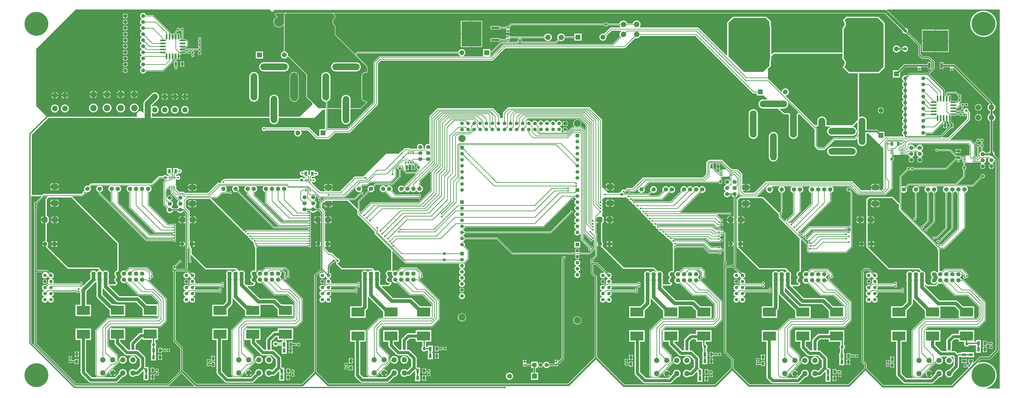
<source format=gtl>
G04*
G04 #@! TF.GenerationSoftware,Altium Limited,Altium Designer,19.1.7 (138)*
G04*
G04 Layer_Physical_Order=1*
G04 Layer_Color=255*
%FSLAX24Y24*%
%MOIN*%
G70*
G01*
G75*
%ADD14C,0.0100*%
%ADD16C,0.0300*%
%ADD17C,0.0200*%
G04:AMPARAMS|DCode=60|XSize=94.5mil|YSize=118.1mil|CornerRadius=23.6mil|HoleSize=0mil|Usage=FLASHONLY|Rotation=90.000|XOffset=0mil|YOffset=0mil|HoleType=Round|Shape=RoundedRectangle|*
%AMROUNDEDRECTD60*
21,1,0.0945,0.0709,0,0,90.0*
21,1,0.0472,0.1181,0,0,90.0*
1,1,0.0472,0.0354,0.0236*
1,1,0.0472,0.0354,-0.0236*
1,1,0.0472,-0.0354,-0.0236*
1,1,0.0472,-0.0354,0.0236*
%
%ADD60ROUNDEDRECTD60*%
G04:AMPARAMS|DCode=61|XSize=35.4mil|YSize=33.5mil|CornerRadius=8.4mil|HoleSize=0mil|Usage=FLASHONLY|Rotation=0.000|XOffset=0mil|YOffset=0mil|HoleType=Round|Shape=RoundedRectangle|*
%AMROUNDEDRECTD61*
21,1,0.0354,0.0167,0,0,0.0*
21,1,0.0187,0.0335,0,0,0.0*
1,1,0.0167,0.0094,-0.0084*
1,1,0.0167,-0.0094,-0.0084*
1,1,0.0167,-0.0094,0.0084*
1,1,0.0167,0.0094,0.0084*
%
%ADD61ROUNDEDRECTD61*%
%ADD62R,0.0433X0.0669*%
G04:AMPARAMS|DCode=63|XSize=35.4mil|YSize=33.5mil|CornerRadius=8.4mil|HoleSize=0mil|Usage=FLASHONLY|Rotation=90.000|XOffset=0mil|YOffset=0mil|HoleType=Round|Shape=RoundedRectangle|*
%AMROUNDEDRECTD63*
21,1,0.0354,0.0167,0,0,90.0*
21,1,0.0187,0.0335,0,0,90.0*
1,1,0.0167,0.0084,0.0094*
1,1,0.0167,0.0084,-0.0094*
1,1,0.0167,-0.0084,-0.0094*
1,1,0.0167,-0.0084,0.0094*
%
%ADD63ROUNDEDRECTD63*%
%ADD64O,0.0551X0.0160*%
%ADD65O,0.0984X0.0256*%
%ADD66O,0.0256X0.0984*%
G04:AMPARAMS|DCode=67|XSize=98.4mil|YSize=90.6mil|CornerRadius=22.6mil|HoleSize=0mil|Usage=FLASHONLY|Rotation=180.000|XOffset=0mil|YOffset=0mil|HoleType=Round|Shape=RoundedRectangle|*
%AMROUNDEDRECTD67*
21,1,0.0984,0.0453,0,0,180.0*
21,1,0.0531,0.0906,0,0,180.0*
1,1,0.0453,-0.0266,0.0226*
1,1,0.0453,0.0266,0.0226*
1,1,0.0453,0.0266,-0.0226*
1,1,0.0453,-0.0266,-0.0226*
%
%ADD67ROUNDEDRECTD67*%
%ADD68O,0.0160X0.0551*%
%ADD69R,0.1380X0.0394*%
%ADD70R,0.3299X0.4130*%
%ADD71R,0.0354X0.0315*%
%ADD72R,0.0669X0.0433*%
%ADD73R,0.2165X0.1516*%
%ADD74R,0.4193X0.3504*%
%ADD75R,0.0413X0.0945*%
%ADD76C,0.0500*%
%ADD77C,0.0500*%
%ADD78C,0.0600*%
%ADD79C,0.1000*%
%ADD80C,0.0551*%
%ADD81C,0.0709*%
%ADD82C,0.0630*%
%ADD83R,0.0787X0.0787*%
%ADD84C,0.0787*%
%ADD85O,0.1100X0.4500*%
%ADD86O,0.4500X0.1100*%
%ADD87R,0.0709X0.0709*%
%ADD88C,0.0906*%
%ADD89C,0.0669*%
%ADD90C,0.1063*%
%ADD91C,0.0866*%
%ADD92R,0.0787X0.0787*%
%ADD93C,0.1378*%
%ADD94C,0.3937*%
%ADD95C,0.1299*%
%ADD96C,0.0591*%
%ADD97R,0.0591X0.0591*%
%ADD98R,0.0591X0.0591*%
%ADD99R,0.0669X0.0669*%
%ADD100C,0.0300*%
%ADD101C,0.1181*%
G36*
X43967Y62313D02*
X43812Y62158D01*
X43794Y62131D01*
X43788Y62100D01*
X43788Y62100D01*
Y60694D01*
X43784Y60687D01*
X43775Y60673D01*
X43726Y60628D01*
X43720Y60626D01*
X43714Y60625D01*
X43705Y60621D01*
X43696Y60617D01*
X43691Y60613D01*
X43686Y60610D01*
X43680Y60603D01*
X43672Y60596D01*
X43670Y60590D01*
X43666Y60586D01*
X43627Y60514D01*
X43526Y60391D01*
X43404Y60290D01*
X43263Y60215D01*
X43111Y60169D01*
X42953Y60153D01*
X42794Y60169D01*
X42642Y60215D01*
X42502Y60290D01*
X42379Y60391D01*
X42278Y60514D01*
X42203Y60654D01*
X42157Y60806D01*
X42141Y60965D01*
X42157Y61123D01*
X42203Y61275D01*
X42278Y61415D01*
X42379Y61538D01*
X42502Y61639D01*
X42635Y61710D01*
X42648Y61720D01*
X42660Y61730D01*
X42660Y61731D01*
X42660Y61731D01*
X42667Y61745D01*
X42675Y61759D01*
X42691Y61813D01*
X42693Y61825D01*
X42695Y61837D01*
X42694Y61840D01*
X42695Y61844D01*
X42691Y61856D01*
X42689Y61868D01*
X42687Y61871D01*
X42685Y61875D01*
X42678Y61884D01*
X42671Y61894D01*
X42308Y62257D01*
X42438Y62387D01*
X43937D01*
X43967Y62313D01*
D02*
G37*
G36*
X120960Y49230D02*
X121042Y49174D01*
X121140Y49155D01*
X121647D01*
Y48806D01*
X122797D01*
X123431Y48210D01*
X123413Y48164D01*
X122700D01*
X122553Y48149D01*
X122412Y48106D01*
X122281Y48037D01*
X122167Y47943D01*
X122073Y47829D01*
X122004Y47698D01*
X121961Y47557D01*
X121946Y47410D01*
X121961Y47263D01*
X122004Y47122D01*
X122073Y46991D01*
X122167Y46877D01*
X122281Y46783D01*
X122412Y46714D01*
X122553Y46671D01*
X122700Y46656D01*
X125083D01*
X126100Y45700D01*
X126956D01*
Y42400D01*
X126971Y42253D01*
X127014Y42112D01*
X127083Y41981D01*
X127177Y41867D01*
X127291Y41773D01*
X127422Y41704D01*
X127563Y41661D01*
X127710Y41646D01*
X127857Y41661D01*
X127998Y41704D01*
X128129Y41773D01*
X128243Y41867D01*
X128337Y41981D01*
X128406Y42112D01*
X128449Y42253D01*
X128464Y42400D01*
Y45700D01*
X128720D01*
X131185Y43234D01*
Y40540D01*
X131205Y40442D01*
X131260Y40360D01*
X131730Y39890D01*
X131812Y39834D01*
X131910Y39815D01*
X132730D01*
X132828Y39834D01*
X132910Y39890D01*
X134476Y41455D01*
X137820D01*
X137918Y41474D01*
X138000Y41530D01*
X138210Y41740D01*
X138256Y41721D01*
Y41200D01*
X138271Y41053D01*
X138314Y40912D01*
X138383Y40781D01*
X138477Y40667D01*
X138591Y40573D01*
X138722Y40504D01*
X138863Y40461D01*
X139010Y40446D01*
X139157Y40461D01*
X139298Y40504D01*
X139429Y40573D01*
X139543Y40667D01*
X139637Y40781D01*
X139706Y40912D01*
X139749Y41053D01*
X139764Y41200D01*
Y42547D01*
X140033D01*
X142513Y40067D01*
Y33443D01*
X142252Y33183D01*
X141857D01*
X141835Y33228D01*
X141848Y33245D01*
X141882Y33326D01*
X141893Y33414D01*
Y33500D01*
X141200D01*
X140507D01*
Y33414D01*
X140518Y33326D01*
X140552Y33245D01*
X140565Y33228D01*
X140543Y33183D01*
X138888D01*
X137490Y34580D01*
X137408Y34636D01*
X137310Y34655D01*
X123240D01*
X123142Y34636D01*
X123060Y34580D01*
X121264Y32785D01*
X119586D01*
X119301Y33069D01*
X119304Y33082D01*
X119309Y33089D01*
X119359Y33111D01*
X119418Y33087D01*
X119506Y33075D01*
X119710D01*
Y33650D01*
Y34226D01*
X119506D01*
X119418Y34214D01*
X119336Y34180D01*
X119319Y34167D01*
X119274Y34189D01*
Y35801D01*
X119255Y35898D01*
X119200Y35981D01*
X118596Y36584D01*
X118514Y36639D01*
X118416Y36659D01*
X117719D01*
X117676Y36677D01*
X117603Y36686D01*
X117466D01*
X117427Y36745D01*
X116041Y38130D01*
X115958Y38186D01*
X115861Y38205D01*
X113845D01*
X113748Y38186D01*
X113665Y38130D01*
X113410Y37875D01*
X113355Y37792D01*
X113335Y37695D01*
Y35846D01*
X112784Y35295D01*
X103010D01*
X102912Y35275D01*
X102830Y35220D01*
X101174Y33565D01*
X100411D01*
X100313Y33545D01*
X100231Y33490D01*
X99955Y33215D01*
X99953D01*
X99887Y33266D01*
X99801Y33301D01*
X99710Y33313D01*
X99619Y33301D01*
X99533Y33266D01*
X99460Y33210D01*
X99404Y33137D01*
X99369Y33051D01*
X99357Y32960D01*
X99359Y32948D01*
X99283Y32938D01*
X99173Y32893D01*
X99079Y32821D01*
X99013Y32735D01*
X97165D01*
X96185Y33715D01*
Y44750D01*
X96165Y44848D01*
X96110Y44930D01*
X94230Y46810D01*
X94148Y46866D01*
X94050Y46885D01*
X80830D01*
X80732Y46866D01*
X80650Y46810D01*
X79920Y46080D01*
X79865Y45998D01*
X79845Y45900D01*
Y45100D01*
X79355D01*
Y45480D01*
X79335Y45578D01*
X79280Y45660D01*
X78300Y46640D01*
X78218Y46695D01*
X78120Y46715D01*
X69160D01*
X69062Y46695D01*
X68980Y46640D01*
X67830Y45490D01*
X67775Y45408D01*
X67755Y45310D01*
Y40835D01*
X67714Y40807D01*
X67680Y40821D01*
X67540Y40839D01*
X67400Y40821D01*
X67270Y40767D01*
X67159Y40681D01*
X67073Y40570D01*
X67019Y40440D01*
X67001Y40300D01*
X67019Y40160D01*
X67043Y40104D01*
X67009Y40055D01*
X66758D01*
X66730Y40096D01*
X66761Y40170D01*
X66779Y40310D01*
X66761Y40450D01*
X66707Y40580D01*
X66621Y40691D01*
X66510Y40777D01*
X66380Y40831D01*
X66240Y40849D01*
X66100Y40831D01*
X65970Y40777D01*
X65859Y40691D01*
X65773Y40580D01*
X65719Y40450D01*
X65701Y40310D01*
X65719Y40170D01*
X65750Y40096D01*
X65722Y40055D01*
X64990D01*
X64892Y40036D01*
X64810Y39980D01*
X64765Y39935D01*
X64630Y40070D01*
X64548Y40125D01*
X64450Y40145D01*
X63800D01*
X63702Y40125D01*
X63620Y40070D01*
X63141Y39592D01*
X63059Y39581D01*
X62973Y39546D01*
X62900Y39490D01*
X62844Y39417D01*
X62809Y39331D01*
X62798Y39249D01*
X62750Y39200D01*
X60600D01*
X56865Y35465D01*
X55560D01*
X55462Y35445D01*
X55380Y35390D01*
X52994Y33005D01*
X49775D01*
X48350Y34430D01*
Y34453D01*
X48378Y34490D01*
X48406Y34557D01*
X48414Y34560D01*
X48458Y34567D01*
X48513Y34524D01*
X48599Y34489D01*
X48690Y34477D01*
X48781Y34489D01*
X48867Y34524D01*
X48940Y34580D01*
X48996Y34653D01*
X49031Y34739D01*
X49043Y34830D01*
X49031Y34921D01*
X48996Y35007D01*
X48940Y35080D01*
X48867Y35136D01*
X48781Y35171D01*
X48690Y35183D01*
X48599Y35171D01*
X48513Y35136D01*
X48457Y35093D01*
X48437Y35094D01*
X48403Y35104D01*
X48389Y35139D01*
Y35389D01*
X48395Y35395D01*
X48868D01*
Y35600D01*
X48913Y35622D01*
X48923Y35614D01*
X49009Y35579D01*
X49100Y35567D01*
X49191Y35579D01*
X49277Y35614D01*
X49350Y35670D01*
X49406Y35743D01*
X49441Y35829D01*
X49453Y35920D01*
X49441Y36011D01*
X49406Y36097D01*
X49350Y36170D01*
X49277Y36226D01*
X49191Y36261D01*
X49100Y36273D01*
X49009Y36261D01*
X48923Y36226D01*
X48918Y36222D01*
X48868Y36246D01*
Y36465D01*
X48035D01*
Y35756D01*
X47954Y35674D01*
X47950Y35669D01*
X47900Y35664D01*
X47805Y35759D01*
Y36465D01*
X46972D01*
Y36296D01*
X46922Y36266D01*
X46861Y36291D01*
X46770Y36303D01*
X46679Y36291D01*
X46593Y36256D01*
X46520Y36200D01*
X46464Y36127D01*
X46429Y36041D01*
X46417Y35950D01*
X46429Y35859D01*
X46464Y35773D01*
X46520Y35700D01*
X46593Y35644D01*
X46679Y35609D01*
X46770Y35597D01*
X46861Y35609D01*
X46922Y35634D01*
X46972Y35604D01*
Y35395D01*
X47448D01*
X47484Y35359D01*
X47475Y35297D01*
X47457Y35288D01*
X47439Y35295D01*
X47366Y35305D01*
X47293Y35295D01*
X47225Y35267D01*
X47166Y35222D01*
X47122Y35164D01*
X47104Y35122D01*
X47047Y35114D01*
X47011Y35161D01*
X46917Y35233D01*
X46807Y35278D01*
X46690Y35294D01*
X46573Y35278D01*
X46463Y35233D01*
X46369Y35161D01*
X46308Y35082D01*
X34077D01*
X33980Y35063D01*
X33897Y35007D01*
X33781Y34892D01*
X33699Y34881D01*
X33613Y34846D01*
X33540Y34790D01*
X33484Y34717D01*
X33449Y34631D01*
X33437Y34540D01*
X33446Y34475D01*
X33409Y34425D01*
X33000D01*
X32902Y34406D01*
X32820Y34350D01*
X31224Y32755D01*
X27456D01*
X27350Y32860D01*
X27268Y32915D01*
X27170Y32935D01*
X26496D01*
X26038Y33393D01*
X26046Y33457D01*
Y33849D01*
X26037Y33922D01*
X26008Y33990D01*
X25980Y34027D01*
Y34893D01*
X26008Y34930D01*
X26037Y34998D01*
X26038Y35012D01*
X26121D01*
X26122Y35010D01*
X26195Y34954D01*
X26281Y34919D01*
X26372Y34907D01*
X26463Y34919D01*
X26548Y34954D01*
X26622Y35010D01*
X26678Y35083D01*
X26713Y35169D01*
X26725Y35260D01*
X26713Y35351D01*
X26678Y35437D01*
X26622Y35510D01*
X26548Y35566D01*
X26463Y35601D01*
X26372Y35613D01*
X26281Y35601D01*
X26195Y35566D01*
X26138Y35522D01*
X26038D01*
X26037Y35536D01*
X26019Y35579D01*
Y35795D01*
X26378D01*
Y35993D01*
X26391Y35999D01*
X26428Y36012D01*
X26509Y35979D01*
X26600Y35967D01*
X26691Y35979D01*
X26777Y36014D01*
X26850Y36070D01*
X26906Y36143D01*
X26941Y36229D01*
X26953Y36320D01*
X26941Y36411D01*
X26906Y36497D01*
X26850Y36570D01*
X26777Y36626D01*
X26691Y36661D01*
X26600Y36673D01*
X26509Y36661D01*
X26428Y36628D01*
X26391Y36641D01*
X26378Y36647D01*
Y36865D01*
X25545D01*
Y36137D01*
X25528Y36112D01*
X25512Y36032D01*
X25462Y36011D01*
X25315Y36159D01*
Y36865D01*
X24482D01*
Y35795D01*
X24911D01*
X24918Y35785D01*
X24919Y35777D01*
X24899Y35726D01*
X24855Y35707D01*
X24796Y35662D01*
X24752Y35604D01*
X24723Y35536D01*
X24722Y35522D01*
X24599D01*
X24561Y35571D01*
X24467Y35643D01*
X24357Y35688D01*
X24240Y35704D01*
X24123Y35688D01*
X24013Y35643D01*
X23919Y35571D01*
X23881Y35522D01*
X23285D01*
X23188Y35503D01*
X23105Y35447D01*
X21963Y34305D01*
X12068D01*
X11971Y34286D01*
X11888Y34230D01*
X11588Y33930D01*
X11563Y33940D01*
X11418Y33959D01*
X11274Y33940D01*
X11139Y33884D01*
X11023Y33795D01*
X10934Y33680D01*
X10878Y33545D01*
X10859Y33400D01*
X10878Y33255D01*
X10933Y33124D01*
X10863Y33096D01*
X10790Y33040D01*
X10734Y32967D01*
X10699Y32881D01*
X10688Y32799D01*
X10464Y32575D01*
X4235D01*
X4137Y32555D01*
X4055Y32500D01*
X3954Y32400D01*
X2253D01*
Y42345D01*
X5008Y45100D01*
X19949D01*
X19961Y45095D01*
X20110Y45076D01*
X20260Y45095D01*
X20272Y45100D01*
X41401Y45100D01*
Y44800D01*
X41416Y44653D01*
X41459Y44512D01*
X41528Y44381D01*
X41622Y44267D01*
X41736Y44173D01*
X41867Y44104D01*
X42008Y44061D01*
X42155Y44046D01*
X42302Y44061D01*
X42443Y44104D01*
X42574Y44173D01*
X42688Y44267D01*
X42782Y44381D01*
X42851Y44512D01*
X42894Y44653D01*
X42909Y44800D01*
Y45100D01*
X48800D01*
X50196Y46496D01*
X50545D01*
Y43347D01*
X50432Y43234D01*
X49605D01*
Y42135D01*
X49326D01*
X47980Y43480D01*
X47898Y43535D01*
X47800Y43555D01*
X40733D01*
X40667Y43606D01*
X40581Y43641D01*
X40490Y43653D01*
X40399Y43641D01*
X40313Y43606D01*
X40240Y43550D01*
X40184Y43477D01*
X40149Y43391D01*
X40137Y43300D01*
X40149Y43209D01*
X40184Y43123D01*
X40240Y43050D01*
X40313Y42994D01*
X40399Y42959D01*
X40490Y42947D01*
X40581Y42959D01*
X40667Y42994D01*
X40733Y43045D01*
X45587D01*
X45608Y43000D01*
X45585Y42971D01*
X45530Y42868D01*
X45496Y42756D01*
X45484Y42640D01*
X45496Y42524D01*
X45530Y42412D01*
X45585Y42309D01*
X45659Y42218D01*
X45750Y42144D01*
X45853Y42089D01*
X45965Y42055D01*
X46081Y42043D01*
X46197Y42055D01*
X46309Y42089D01*
X46412Y42144D01*
X46503Y42218D01*
X46577Y42309D01*
X46632Y42412D01*
X46666Y42524D01*
X46678Y42640D01*
X46666Y42756D01*
X46632Y42868D01*
X46577Y42971D01*
X46554Y43000D01*
X46575Y43045D01*
X47694D01*
X49040Y41700D01*
X49122Y41645D01*
X49220Y41625D01*
X51140D01*
X51238Y41645D01*
X51320Y41700D01*
X52256Y42635D01*
X54490D01*
X54588Y42655D01*
X54670Y42710D01*
X59190Y47230D01*
X59246Y47312D01*
X59265Y47410D01*
Y54084D01*
X59756Y54575D01*
X78080D01*
X78178Y54594D01*
X78260Y54650D01*
X80226Y56615D01*
X99835D01*
X99933Y56634D01*
X100016Y56690D01*
X101619Y58293D01*
X101737Y58257D01*
X101865Y58244D01*
X101993Y58257D01*
X102116Y58294D01*
X102230Y58355D01*
X102329Y58436D01*
X102411Y58536D01*
X102469Y58645D01*
X111544D01*
X120960Y49230D01*
D02*
G37*
G36*
X145621Y59518D02*
X145620Y59510D01*
X145637Y59386D01*
X145685Y59270D01*
X145761Y59171D01*
X145860Y59095D01*
X145976Y59047D01*
X146100Y59030D01*
X146224Y59047D01*
X146280Y59070D01*
X148266Y57084D01*
Y55580D01*
X148280Y55510D01*
X148320Y55450D01*
X148830Y54940D01*
X148890Y54900D01*
X148960Y54886D01*
X149944D01*
X150576Y54254D01*
Y53396D01*
X150457Y53276D01*
X150377Y53309D01*
Y54305D01*
X149803D01*
Y53987D01*
X148707D01*
Y53993D01*
X148193D01*
Y53990D01*
X146065D01*
X146065Y53990D01*
X145975Y53972D01*
X145899Y53921D01*
X144952Y52975D01*
X144096D01*
Y51787D01*
X145284D01*
Y52643D01*
X146162Y53521D01*
X148123D01*
X148173Y53462D01*
X148173Y53447D01*
Y53254D01*
X148727D01*
Y53438D01*
X148727Y53462D01*
X148784Y53518D01*
X149803D01*
Y53200D01*
X150268D01*
X150301Y53120D01*
X149704Y52524D01*
X146815D01*
X146745Y52510D01*
X146685Y52470D01*
X146326Y52110D01*
X146249Y52142D01*
X146115Y52159D01*
X145981Y52142D01*
X145855Y52090D01*
X145748Y52007D01*
X145665Y51900D01*
X145613Y51774D01*
X145596Y51640D01*
X145613Y51506D01*
X145665Y51380D01*
X145748Y51273D01*
X145855Y51190D01*
X145872Y51183D01*
Y51097D01*
X145855Y51090D01*
X145748Y51007D01*
X145665Y50900D01*
X145613Y50774D01*
X145596Y50640D01*
X145613Y50506D01*
X145665Y50380D01*
X145748Y50273D01*
X145855Y50190D01*
X145872Y50183D01*
Y50097D01*
X145855Y50090D01*
X145748Y50007D01*
X145665Y49900D01*
X145613Y49774D01*
X145596Y49640D01*
X145613Y49506D01*
X145665Y49380D01*
X145748Y49273D01*
X145855Y49190D01*
X145872Y49183D01*
Y49097D01*
X145855Y49090D01*
X145748Y49007D01*
X145665Y48900D01*
X145613Y48774D01*
X145596Y48640D01*
X145613Y48506D01*
X145665Y48380D01*
X145748Y48273D01*
X145855Y48190D01*
X145872Y48183D01*
Y48097D01*
X145855Y48090D01*
X145748Y48007D01*
X145665Y47900D01*
X145613Y47774D01*
X145596Y47640D01*
X145613Y47506D01*
X145665Y47380D01*
X145748Y47273D01*
X145855Y47190D01*
X145872Y47183D01*
Y47097D01*
X145855Y47090D01*
X145748Y47007D01*
X145665Y46900D01*
X145613Y46774D01*
X145596Y46640D01*
X145613Y46506D01*
X145665Y46380D01*
X145748Y46273D01*
X145855Y46190D01*
X145872Y46183D01*
Y46097D01*
X145855Y46090D01*
X145748Y46007D01*
X145665Y45900D01*
X145613Y45774D01*
X145596Y45640D01*
X145613Y45506D01*
X145665Y45380D01*
X145748Y45273D01*
X145855Y45190D01*
X145872Y45183D01*
Y45097D01*
X145855Y45090D01*
X145748Y45007D01*
X145665Y44900D01*
X145613Y44774D01*
X145596Y44640D01*
X145613Y44506D01*
X145665Y44380D01*
X145748Y44273D01*
X145855Y44190D01*
X145872Y44183D01*
Y44097D01*
X145855Y44090D01*
X145748Y44007D01*
X145665Y43900D01*
X145613Y43774D01*
X145596Y43640D01*
X145613Y43506D01*
X145665Y43380D01*
X145748Y43273D01*
X145855Y43190D01*
X145872Y43183D01*
Y43097D01*
X145855Y43090D01*
X145748Y43007D01*
X145665Y42900D01*
X145613Y42774D01*
X145596Y42640D01*
X145613Y42506D01*
X145665Y42380D01*
X145748Y42273D01*
X145855Y42190D01*
X145880Y42180D01*
X145892Y42118D01*
X145833Y42050D01*
X142905D01*
X142807Y42030D01*
X142774Y42008D01*
X142694Y42051D01*
Y42835D01*
X141838D01*
X141607Y43066D01*
X141531Y43117D01*
X141441Y43135D01*
X139764D01*
Y44600D01*
X139749Y44747D01*
X139706Y44888D01*
X139637Y45019D01*
X139543Y45133D01*
X139429Y45227D01*
X139298Y45296D01*
X139157Y45339D01*
X139010Y45354D01*
X138863Y45339D01*
X138722Y45296D01*
X138591Y45227D01*
X138576Y45214D01*
X138504Y45248D01*
X138504Y52497D01*
X141731D01*
X141809Y52512D01*
X141875Y52557D01*
X142704Y53386D01*
X142704Y53386D01*
X142748Y53452D01*
X142764Y53530D01*
X142764Y60670D01*
X142748Y60748D01*
X142704Y60814D01*
X142704Y60814D01*
X141773Y61745D01*
X141773Y61745D01*
X141707Y61789D01*
X141629Y61805D01*
X136471Y61805D01*
X136393Y61789D01*
X136327Y61745D01*
X136327Y61745D01*
X135953Y61372D01*
X135951Y61368D01*
X135947Y61364D01*
X135929Y61335D01*
X135909Y61306D01*
X135908Y61301D01*
X135906Y61296D01*
X135900Y61262D01*
X135894Y61228D01*
X135895Y61223D01*
X135894Y61218D01*
X135895Y61194D01*
X135901Y61170D01*
X135904Y61145D01*
X135911Y61132D01*
X135914Y61117D01*
X135929Y61097D01*
X135941Y61075D01*
X136035Y60961D01*
X136095Y60849D01*
X136131Y60727D01*
X136144Y60600D01*
X136131Y60474D01*
X136095Y60352D01*
X136035Y60240D01*
X135954Y60142D01*
X135841Y60049D01*
X135835Y60042D01*
X135827Y60036D01*
X135810Y60011D01*
X135791Y59988D01*
X135788Y59978D01*
X135782Y59970D01*
X135777Y59940D01*
X135768Y59912D01*
X135769Y59902D01*
X135767Y59892D01*
Y55904D01*
X124500D01*
X124422Y55888D01*
X124356Y55844D01*
X124128Y55616D01*
X124054Y55647D01*
X124054Y60177D01*
X124052Y60186D01*
X124053Y60196D01*
X124044Y60225D01*
X124038Y60255D01*
X124033Y60263D01*
X124030Y60273D01*
X123988Y60351D01*
X123951Y60473D01*
X123938Y60600D01*
X123951Y60726D01*
X123988Y60848D01*
X123991Y60853D01*
X123994Y60863D01*
X123999Y60871D01*
X124005Y60901D01*
X124014Y60929D01*
X124013Y60939D01*
X124015Y60949D01*
X124009Y60979D01*
X124006Y61008D01*
X124001Y61017D01*
X123999Y61027D01*
X123982Y61052D01*
X123968Y61079D01*
X123961Y61085D01*
X123955Y61093D01*
X123304Y61744D01*
X123304Y61744D01*
X123238Y61788D01*
X123160Y61804D01*
X117810Y61804D01*
X117810Y61804D01*
X117732Y61788D01*
X117666Y61744D01*
X117666Y61744D01*
X116856Y60934D01*
X116812Y60868D01*
X116796Y60790D01*
X116796Y55409D01*
X116722Y55378D01*
X112137Y59963D01*
X112055Y60018D01*
X111957Y60038D01*
X102388D01*
X102352Y60118D01*
X102411Y60189D01*
X102471Y60303D01*
X102509Y60426D01*
X102521Y60554D01*
X102509Y60682D01*
X102471Y60805D01*
X102411Y60918D01*
X102329Y61017D01*
X102230Y61099D01*
X102116Y61160D01*
X101993Y61197D01*
X101865Y61209D01*
X101737Y61197D01*
X101614Y61160D01*
X101501Y61099D01*
X101402Y61017D01*
X101320Y60918D01*
X101259Y60805D01*
X101223Y60686D01*
X100342D01*
X100306Y60805D01*
X100245Y60918D01*
X100164Y61017D01*
X100064Y61099D01*
X99951Y61160D01*
X99828Y61197D01*
X99700Y61209D01*
X99572Y61197D01*
X99449Y61160D01*
X99336Y61099D01*
X99236Y61017D01*
X99155Y60918D01*
X99094Y60805D01*
X99058Y60686D01*
X97129D01*
X97108Y60736D01*
X97055Y60805D01*
X96986Y60858D01*
X96906Y60892D01*
X96820Y60903D01*
X96734Y60892D01*
X96654Y60858D01*
X96585Y60805D01*
X96532Y60736D01*
X96511Y60686D01*
X81228D01*
X81177Y60676D01*
X81134Y60647D01*
X80730Y60243D01*
X80423D01*
Y60123D01*
X79361D01*
Y60267D01*
X77822D01*
Y59713D01*
X79361D01*
Y59857D01*
X80366D01*
X80420Y59804D01*
X80421Y59777D01*
X80403Y59712D01*
X80403Y59696D01*
Y59504D01*
X80957D01*
Y59696D01*
X80957Y59712D01*
X80937Y59784D01*
X80937Y59792D01*
Y60075D01*
X81283Y60421D01*
X96525D01*
X96532Y60404D01*
X96585Y60335D01*
X96654Y60282D01*
X96734Y60248D01*
X96820Y60237D01*
X96906Y60248D01*
X96986Y60282D01*
X97055Y60335D01*
X97108Y60404D01*
X97115Y60421D01*
X99058D01*
X99094Y60303D01*
X99155Y60189D01*
X99213Y60118D01*
X99177Y60038D01*
X97613D01*
X97515Y60018D01*
X97433Y59963D01*
X97377Y59880D01*
X97374Y59866D01*
X96528Y59020D01*
X96445Y59045D01*
X96329Y59057D01*
X96213Y59045D01*
X96101Y59011D01*
X95998Y58956D01*
X95907Y58882D01*
X95833Y58791D01*
X95778Y58688D01*
X95744Y58576D01*
X95732Y58460D01*
X95744Y58344D01*
X95778Y58232D01*
X95833Y58129D01*
X95907Y58038D01*
X95998Y57964D01*
X96101Y57909D01*
X96213Y57875D01*
X96329Y57863D01*
X96445Y57875D01*
X96557Y57909D01*
X96660Y57964D01*
X96751Y58038D01*
X96825Y58129D01*
X96880Y58232D01*
X96914Y58344D01*
X96926Y58460D01*
X96914Y58576D01*
X96889Y58659D01*
X97757Y59528D01*
X99320D01*
X99340Y59448D01*
X99336Y59445D01*
X99236Y59364D01*
X99155Y59264D01*
X99094Y59151D01*
X99057Y59028D01*
X99044Y58900D01*
X99057Y58772D01*
X99094Y58649D01*
X99152Y58540D01*
X97895Y57283D01*
X79940D01*
X79889Y57272D01*
X79846Y57244D01*
X77875Y55273D01*
X77853D01*
X77783Y55296D01*
X77783Y55353D01*
Y55757D01*
X77920D01*
X77971Y55768D01*
X78014Y55796D01*
X79595Y57377D01*
X82218D01*
X82268Y57388D01*
X82311Y57416D01*
X82518Y57623D01*
X82552Y57608D01*
X82638Y57597D01*
X82724Y57608D01*
X82758Y57623D01*
X82934Y57446D01*
X82977Y57418D01*
X83028Y57407D01*
X88554D01*
X88605Y57418D01*
X88648Y57446D01*
X89095Y57893D01*
X89197Y57838D01*
X89316Y57802D01*
X89440Y57790D01*
X89564Y57802D01*
X89684Y57838D01*
X89794Y57897D01*
X89890Y57976D01*
X89969Y58073D01*
X90028Y58183D01*
X90064Y58302D01*
X90067Y58327D01*
X91617D01*
Y57866D01*
X92805D01*
Y59054D01*
X91617D01*
Y58593D01*
X90051D01*
X90028Y58669D01*
X89969Y58779D01*
X89890Y58876D01*
X89794Y58955D01*
X89684Y59014D01*
X89564Y59050D01*
X89440Y59062D01*
X89316Y59050D01*
X89197Y59014D01*
X89087Y58955D01*
X88990Y58876D01*
X88911Y58779D01*
X88853Y58669D01*
X88816Y58550D01*
X88804Y58426D01*
X88816Y58302D01*
X88853Y58183D01*
X88907Y58080D01*
X88499Y57673D01*
X83083D01*
X82945Y57810D01*
X82959Y57844D01*
X82971Y57930D01*
X82959Y58016D01*
X82926Y58096D01*
X82873Y58165D01*
X82810Y58213D01*
X82810Y58222D01*
X82861Y58293D01*
X86654D01*
X86687Y58183D01*
X86746Y58073D01*
X86825Y57976D01*
X86922Y57897D01*
X87031Y57838D01*
X87151Y57802D01*
X87275Y57790D01*
X87399Y57802D01*
X87518Y57838D01*
X87628Y57897D01*
X87725Y57976D01*
X87804Y58073D01*
X87863Y58183D01*
X87899Y58302D01*
X87911Y58426D01*
X87899Y58550D01*
X87863Y58669D01*
X87804Y58779D01*
X87725Y58876D01*
X87628Y58955D01*
X87518Y59014D01*
X87399Y59050D01*
X87275Y59062D01*
X87151Y59050D01*
X87031Y59014D01*
X86922Y58955D01*
X86825Y58876D01*
X86746Y58779D01*
X86687Y58669D01*
X86654Y58559D01*
X81112D01*
X81061Y58548D01*
X81018Y58520D01*
X81011Y58513D01*
X80937Y58544D01*
Y58783D01*
X80710D01*
Y58526D01*
X80660D01*
Y58476D01*
X80383D01*
Y58268D01*
X80383Y58268D01*
X80383Y58268D01*
X80401Y58203D01*
X80398Y58123D01*
X79361D01*
Y58267D01*
X77822D01*
Y57713D01*
X79361D01*
Y57857D01*
X80403D01*
Y57737D01*
X80917D01*
Y58044D01*
X81167Y58293D01*
X82414D01*
X82465Y58222D01*
X82465Y58213D01*
X82402Y58165D01*
X82349Y58096D01*
X82316Y58016D01*
X82305Y57930D01*
X82316Y57844D01*
X82330Y57810D01*
X82163Y57643D01*
X79540D01*
X79489Y57632D01*
X79446Y57604D01*
X77865Y56023D01*
X77783D01*
Y56484D01*
X76595D01*
Y55353D01*
X76595Y55296D01*
X76525Y55273D01*
X73345D01*
X73325Y55353D01*
X73402Y55394D01*
X73493Y55468D01*
X73567Y55559D01*
X73622Y55662D01*
X73656Y55774D01*
X73668Y55890D01*
X73656Y56006D01*
X73622Y56118D01*
X73567Y56221D01*
X73493Y56312D01*
X73402Y56386D01*
X73299Y56441D01*
X73187Y56475D01*
X73071Y56487D01*
X72955Y56475D01*
X72843Y56441D01*
X72740Y56386D01*
X72649Y56312D01*
X72575Y56221D01*
X72520Y56118D01*
X72491Y56023D01*
X55900Y56023D01*
X55849Y56012D01*
X55806Y55984D01*
X55484Y55661D01*
X52251Y58895D01*
Y60231D01*
X52250Y60235D01*
X52250Y60239D01*
X52247Y60251D01*
X52245Y60263D01*
X52242Y60266D01*
X52241Y60270D01*
X52234Y60279D01*
X52227Y60289D01*
X52224Y60291D01*
X52221Y60294D01*
X52103Y60391D01*
X52003Y60514D01*
X51928Y60654D01*
X51881Y60806D01*
X51866Y60965D01*
X51881Y61123D01*
X51928Y61275D01*
X52003Y61415D01*
X52103Y61538D01*
X52221Y61635D01*
X52224Y61638D01*
X52227Y61640D01*
X52234Y61650D01*
X52241Y61659D01*
X52242Y61663D01*
X52245Y61667D01*
X52247Y61678D01*
X52250Y61690D01*
X52250Y61694D01*
X52251Y61698D01*
Y62000D01*
X52251Y62000D01*
X52245Y62031D01*
X52227Y62058D01*
X52227Y62058D01*
X51971Y62313D01*
X52002Y62387D01*
X142752D01*
X145621Y59518D01*
D02*
G37*
G36*
X142560Y60670D02*
X142560Y53530D01*
X141731Y52701D01*
X136876D01*
X136060Y53517D01*
X136062Y53567D01*
X136099Y53596D01*
X136205Y53726D01*
X136284Y53873D01*
X136332Y54033D01*
X136349Y54200D01*
X136332Y54367D01*
X136284Y54527D01*
X136205Y54674D01*
X136099Y54804D01*
X135971Y54909D01*
Y59892D01*
X136099Y59997D01*
X136205Y60126D01*
X136284Y60274D01*
X136332Y60434D01*
X136349Y60600D01*
X136332Y60767D01*
X136284Y60927D01*
X136205Y61075D01*
X136099Y61204D01*
X136098Y61228D01*
X136471Y61601D01*
X141629Y61601D01*
X142560Y60670D01*
D02*
G37*
G36*
X123160Y61600D02*
X123811Y60949D01*
X123798Y60926D01*
X123750Y60766D01*
X123733Y60600D01*
X123750Y60433D01*
X123798Y60273D01*
X123850Y60177D01*
X123850Y54623D01*
X123798Y54527D01*
X123750Y54367D01*
X123733Y54200D01*
X123750Y54033D01*
X123798Y53873D01*
X123825Y53825D01*
X122700Y52700D01*
X119580Y52700D01*
X117000Y55280D01*
X117000Y60790D01*
X117810Y61600D01*
X123160Y61600D01*
D02*
G37*
G36*
X52169Y62000D02*
Y61698D01*
X52046Y61596D01*
X51934Y61461D01*
X51852Y61306D01*
X51801Y61139D01*
X51784Y60965D01*
X51801Y60790D01*
X51852Y60623D01*
X51934Y60468D01*
X52046Y60333D01*
X52169Y60231D01*
Y58861D01*
X57469Y53561D01*
Y52718D01*
X57419Y52676D01*
X57310Y52687D01*
X57163Y52672D01*
X57022Y52629D01*
X56891Y52560D01*
X56777Y52466D01*
X56683Y52352D01*
X56614Y52221D01*
X56571Y52080D01*
X56556Y51933D01*
Y48533D01*
X56571Y48386D01*
X56614Y48245D01*
X56683Y48114D01*
X56777Y48000D01*
X56891Y47906D01*
X57022Y47837D01*
X57163Y47794D01*
X57310Y47779D01*
X57385Y47787D01*
X57408Y47739D01*
X56369Y46700D01*
X54754D01*
Y48193D01*
X54739Y48340D01*
X54696Y48481D01*
X54627Y48612D01*
X54533Y48726D01*
X54419Y48820D01*
X54288Y48889D01*
X54147Y48932D01*
X54000Y48947D01*
X53853Y48932D01*
X53712Y48889D01*
X53581Y48820D01*
X53467Y48726D01*
X53373Y48612D01*
X53304Y48481D01*
X53261Y48340D01*
X53246Y48193D01*
Y46700D01*
X50933Y46700D01*
Y47823D01*
X50978Y47837D01*
X51109Y47906D01*
X51223Y48000D01*
X51317Y48114D01*
X51386Y48245D01*
X51429Y48386D01*
X51444Y48533D01*
Y51933D01*
X51429Y52080D01*
X51386Y52221D01*
X51317Y52352D01*
X51223Y52466D01*
X51109Y52560D01*
X50978Y52629D01*
X50837Y52672D01*
X50690Y52687D01*
X50543Y52672D01*
X50402Y52629D01*
X50271Y52560D01*
X50157Y52466D01*
X50063Y52352D01*
X49994Y52221D01*
X49951Y52080D01*
X49936Y51933D01*
Y48533D01*
X49951Y48386D01*
X49994Y48245D01*
X50063Y48114D01*
X50157Y48000D01*
X50271Y47906D01*
X50402Y47837D01*
X50543Y47794D01*
X50667Y47782D01*
Y46700D01*
X49469D01*
X47569Y48600D01*
Y52300D01*
X44448Y55421D01*
X44456Y55500D01*
X44444Y55616D01*
X44410Y55728D01*
X44355Y55831D01*
X44281Y55922D01*
X44190Y55996D01*
X44087Y56051D01*
X43975Y56085D01*
X43869Y56096D01*
Y62100D01*
X44156Y62387D01*
X51782D01*
X52169Y62000D01*
D02*
G37*
G36*
X72520Y55662D02*
X72575Y55559D01*
X72649Y55468D01*
X72740Y55394D01*
X72817Y55353D01*
X72797Y55273D01*
X59530D01*
X59479Y55262D01*
X59436Y55234D01*
X58596Y54394D01*
X58568Y54351D01*
X58557Y54300D01*
Y47735D01*
X54196Y43373D01*
X50933D01*
Y46618D01*
X53246Y46618D01*
Y44793D01*
X53261Y44646D01*
X53304Y44505D01*
X53373Y44374D01*
X53467Y44260D01*
X53581Y44166D01*
X53712Y44097D01*
X53853Y44054D01*
X54000Y44039D01*
X54147Y44054D01*
X54288Y44097D01*
X54419Y44166D01*
X54533Y44260D01*
X54627Y44374D01*
X54696Y44505D01*
X54739Y44646D01*
X54754Y44793D01*
Y46618D01*
X56369D01*
X56400Y46625D01*
X56427Y46642D01*
X56427Y46642D01*
X57466Y47681D01*
X57467Y47683D01*
X57469Y47684D01*
X57476Y47696D01*
X57484Y47708D01*
X57484Y47710D01*
X57485Y47711D01*
X57487Y47725D01*
X57490Y47739D01*
X57489Y47741D01*
X57490Y47743D01*
X57486Y47756D01*
X57484Y47770D01*
X57482Y47772D01*
X57482Y47774D01*
X57459Y47822D01*
X57458Y47823D01*
X57457Y47825D01*
X57449Y47836D01*
X57440Y47847D01*
X57439Y47848D01*
X57437Y47850D01*
X57425Y47857D01*
X57413Y47864D01*
X57411Y47864D01*
X57409Y47865D01*
X57395Y47866D01*
X57381Y47868D01*
X57379Y47868D01*
X57377Y47868D01*
X57310Y47861D01*
X57179Y47874D01*
X57053Y47913D01*
X56937Y47975D01*
X56835Y48058D01*
X56752Y48160D01*
X56689Y48276D01*
X56651Y48402D01*
X56638Y48537D01*
Y51929D01*
X56651Y52064D01*
X56689Y52190D01*
X56752Y52306D01*
X56835Y52408D01*
X56937Y52492D01*
X57053Y52554D01*
X57179Y52592D01*
X57310Y52605D01*
X57411Y52595D01*
X57412Y52595D01*
X57412Y52595D01*
X57428Y52596D01*
X57443Y52598D01*
X57443Y52598D01*
X57444Y52598D01*
X57457Y52606D01*
X57471Y52613D01*
X57471Y52613D01*
X57472Y52614D01*
X57522Y52656D01*
X57524Y52658D01*
X57527Y52660D01*
X57534Y52671D01*
X57542Y52681D01*
X57543Y52684D01*
X57545Y52687D01*
X57547Y52699D01*
X57551Y52711D01*
X57550Y52715D01*
X57551Y52718D01*
Y53561D01*
X57551Y53561D01*
X57545Y53592D01*
X57527Y53618D01*
X57527Y53618D01*
X55671Y55474D01*
X55955Y55757D01*
X72491Y55757D01*
X72520Y55662D01*
D02*
G37*
G36*
X155808Y46110D02*
X155829Y46103D01*
X155869Y46051D01*
X155864Y46022D01*
X155839Y45971D01*
X155811D01*
X155740Y45957D01*
X155679Y45916D01*
X155638Y45855D01*
X155624Y45784D01*
Y45740D01*
X155895D01*
X156166D01*
Y45784D01*
X156161Y45810D01*
X156208Y45893D01*
X156217Y45899D01*
X156280Y45842D01*
Y44991D01*
X153184Y41895D01*
X152239D01*
X152208Y41969D01*
X153695Y43455D01*
X154048D01*
Y44285D01*
X153735D01*
X153624Y44396D01*
Y44612D01*
X153636Y44631D01*
X153652Y44712D01*
Y45416D01*
X153681Y45459D01*
X153724Y45488D01*
X154428D01*
X154509Y45504D01*
X154578Y45550D01*
X154590Y45567D01*
X155040D01*
X155047Y45533D01*
X155083Y45479D01*
X155137Y45442D01*
X155201Y45430D01*
X155369D01*
X155432Y45442D01*
X155487Y45479D01*
X155523Y45533D01*
X155535Y45596D01*
Y45784D01*
X155523Y45847D01*
X155487Y45901D01*
X155432Y45938D01*
X155369Y45950D01*
X155201D01*
X155137Y45938D01*
X155083Y45901D01*
X155047Y45847D01*
X155044Y45833D01*
X154590D01*
X154578Y45850D01*
X154509Y45896D01*
X154428Y45912D01*
Y45988D01*
X154509Y46004D01*
X154578Y46050D01*
X154590Y46067D01*
X155402D01*
X155452Y46078D01*
X155458Y46081D01*
X155466Y46080D01*
X155634D01*
X155698Y46092D01*
X155736Y46118D01*
X155808Y46110D01*
D02*
G37*
G36*
X42613Y61837D02*
X42597Y61782D01*
X42456Y61707D01*
X42321Y61596D01*
X42210Y61461D01*
X42127Y61306D01*
X42077Y61139D01*
X42059Y60965D01*
X42077Y60790D01*
X42127Y60623D01*
X42210Y60468D01*
X42321Y60333D01*
X42456Y60222D01*
X42611Y60139D01*
X42778Y60088D01*
X42953Y60071D01*
X43127Y60088D01*
X43295Y60139D01*
X43449Y60222D01*
X43584Y60333D01*
X43695Y60468D01*
X43738Y60547D01*
X43788Y60535D01*
Y56096D01*
X43783Y56089D01*
X43743Y56085D01*
X43631Y56051D01*
X43528Y55996D01*
X43437Y55922D01*
X43363Y55831D01*
X43308Y55728D01*
X43274Y55616D01*
X43262Y55500D01*
X43274Y55384D01*
X43308Y55272D01*
X43363Y55169D01*
X43437Y55078D01*
X43528Y55004D01*
X43631Y54949D01*
X43743Y54915D01*
X43859Y54903D01*
X43975Y54915D01*
X44087Y54949D01*
X44190Y55004D01*
X44281Y55078D01*
X44355Y55169D01*
X44410Y55272D01*
X44413Y55280D01*
X44461Y55293D01*
X47488Y52266D01*
Y48600D01*
X47488Y48600D01*
X47494Y48569D01*
X47512Y48542D01*
X48440Y47614D01*
Y47270D01*
X47250Y46160D01*
X46394Y45304D01*
X42909D01*
Y48200D01*
X42894Y48347D01*
X42851Y48488D01*
X42782Y48619D01*
X42688Y48733D01*
X42574Y48827D01*
X42443Y48896D01*
X42302Y48939D01*
X42155Y48954D01*
X42008Y48939D01*
X41867Y48896D01*
X41736Y48827D01*
X41622Y48733D01*
X41528Y48619D01*
X41459Y48488D01*
X41416Y48347D01*
X41401Y48200D01*
Y45304D01*
X22053Y45304D01*
Y45948D01*
X22103Y45972D01*
X22156Y45928D01*
X22266Y45870D01*
X22386Y45833D01*
X22510Y45821D01*
X22634Y45833D01*
X22753Y45870D01*
X22863Y45928D01*
X22959Y46008D01*
X23039Y46104D01*
X23097Y46214D01*
X23134Y46333D01*
X23146Y46457D01*
X23134Y46581D01*
X23097Y46701D01*
X23039Y46811D01*
X22959Y46907D01*
X22863Y46986D01*
X22753Y47045D01*
X22634Y47081D01*
X22510Y47093D01*
X22386Y47081D01*
X22266Y47045D01*
X22156Y46986D01*
X22103Y46943D01*
X22053Y46967D01*
Y47172D01*
X23007Y48125D01*
X23095Y48232D01*
X23160Y48354D01*
X23200Y48485D01*
X23213Y48623D01*
X23200Y48760D01*
X23160Y48892D01*
X23095Y49013D01*
X23007Y49120D01*
X22900Y49208D01*
X22779Y49273D01*
X22647Y49313D01*
X22510Y49326D01*
X22372Y49313D01*
X22241Y49273D01*
X22119Y49208D01*
X22012Y49120D01*
X20853Y47960D01*
X20765Y47854D01*
X20700Y47732D01*
X20660Y47600D01*
X20647Y47463D01*
Y45981D01*
X20597Y45964D01*
X20520Y46064D01*
X20400Y46156D01*
X20260Y46214D01*
X20110Y46234D01*
X19961Y46214D01*
X19821Y46156D01*
X19701Y46064D01*
X19609Y45944D01*
X19551Y45804D01*
X19532Y45655D01*
X19551Y45505D01*
X19609Y45365D01*
X19622Y45349D01*
X19599Y45304D01*
X5008D01*
X4930Y45288D01*
X4917Y45280D01*
X4790D01*
X2980Y47090D01*
Y56500D01*
X9511Y63031D01*
X41419D01*
X42613Y61837D01*
D02*
G37*
G36*
X152990Y44489D02*
X153029Y44497D01*
X153104Y44547D01*
X153133Y44591D01*
X153220Y44605D01*
X153230Y44602D01*
X153256Y44573D01*
Y44322D01*
X153256Y44320D01*
X153270Y44250D01*
X153310Y44190D01*
X153455Y44045D01*
Y43735D01*
X151894Y42174D01*
X149434D01*
X149407Y42254D01*
X149432Y42273D01*
X149515Y42380D01*
X149567Y42506D01*
X149567Y42507D01*
X150600D01*
X150651Y42518D01*
X150694Y42546D01*
X152298Y44151D01*
X152372Y44120D01*
Y43920D01*
X152639D01*
Y44305D01*
X152557D01*
X152526Y44379D01*
X152534Y44386D01*
X152562Y44429D01*
X152573Y44480D01*
Y44550D01*
X152590Y44562D01*
X152636Y44631D01*
X152639Y44646D01*
X152721Y44646D01*
X152725Y44623D01*
X152776Y44547D01*
X152851Y44497D01*
X152890Y44489D01*
Y45076D01*
X152990D01*
Y44489D01*
D02*
G37*
G36*
X135767Y54909D02*
X135769Y54899D01*
X135768Y54889D01*
X135777Y54860D01*
X135782Y54831D01*
X135788Y54822D01*
X135791Y54813D01*
X135810Y54789D01*
X135827Y54764D01*
X135835Y54759D01*
X135841Y54751D01*
X135954Y54659D01*
X136035Y54560D01*
X136095Y54448D01*
X136131Y54327D01*
X136144Y54200D01*
X136131Y54073D01*
X136095Y53952D01*
X136035Y53840D01*
X135954Y53741D01*
X135933Y53724D01*
X135930Y53720D01*
X135926Y53718D01*
X135905Y53690D01*
X135883Y53663D01*
X135881Y53658D01*
X135878Y53654D01*
X135870Y53620D01*
X135860Y53587D01*
X135860Y53581D01*
X135859Y53577D01*
X135856Y53527D01*
X135857Y53522D01*
X135856Y53517D01*
X135863Y53482D01*
X135868Y53448D01*
X135871Y53444D01*
X135872Y53439D01*
X135891Y53410D01*
X135909Y53380D01*
X135913Y53377D01*
X135916Y53372D01*
X136732Y52557D01*
X136798Y52512D01*
X136876Y52497D01*
X138300D01*
X138300Y44843D01*
X138281Y44781D01*
X137400Y43900D01*
X133144D01*
Y44600D01*
X133129Y44747D01*
X133086Y44888D01*
X133017Y45019D01*
X132923Y45133D01*
X132809Y45227D01*
X132678Y45296D01*
X132537Y45339D01*
X132390Y45354D01*
X132243Y45339D01*
X132102Y45296D01*
X131971Y45227D01*
X131857Y45133D01*
X131763Y45019D01*
X131694Y44888D01*
X131651Y44747D01*
X131636Y44600D01*
Y43900D01*
X131240D01*
X126385Y48756D01*
X126403Y48808D01*
X126475Y48815D01*
X126587Y48849D01*
X126690Y48904D01*
X126781Y48978D01*
X126855Y49069D01*
X126910Y49172D01*
X126944Y49284D01*
X126956Y49400D01*
X126944Y49516D01*
X126910Y49628D01*
X126855Y49731D01*
X126781Y49822D01*
X126690Y49896D01*
X126587Y49951D01*
X126475Y49985D01*
X126359Y49997D01*
X126243Y49985D01*
X126131Y49951D01*
X126028Y49896D01*
X125937Y49822D01*
X125863Y49731D01*
X125808Y49628D01*
X125774Y49516D01*
X125767Y49444D01*
X125715Y49426D01*
X123690Y51450D01*
X123608Y51505D01*
X123510Y51525D01*
X123500D01*
Y53212D01*
X123969Y53680D01*
X123974Y53689D01*
X123982Y53695D01*
X123996Y53722D01*
X124013Y53747D01*
X124015Y53756D01*
X124020Y53765D01*
X124023Y53795D01*
X124028Y53825D01*
X124026Y53834D01*
X124027Y53845D01*
X124019Y53873D01*
X124013Y53903D01*
X124007Y53911D01*
X124004Y53921D01*
X123988Y53952D01*
X123951Y54073D01*
X123938Y54200D01*
X123951Y54327D01*
X123988Y54448D01*
X124030Y54527D01*
X124033Y54537D01*
X124038Y54545D01*
X124044Y54574D01*
X124053Y54603D01*
X124052Y54613D01*
X124054Y54623D01*
Y55254D01*
X124500Y55700D01*
X135767D01*
Y54909D01*
D02*
G37*
G36*
X93527Y43955D02*
Y43155D01*
X93454Y43124D01*
X93014Y43564D01*
X92971Y43592D01*
X92920Y43603D01*
X92555D01*
X92526Y43683D01*
X92576Y43724D01*
X92660Y43826D01*
X92723Y43942D01*
X92761Y44069D01*
X92774Y44200D01*
X92761Y44331D01*
X92723Y44458D01*
X92660Y44574D01*
X92576Y44676D01*
X92474Y44760D01*
X92358Y44823D01*
X92231Y44861D01*
X92100Y44874D01*
X91969Y44861D01*
X91842Y44823D01*
X91726Y44760D01*
X91624Y44676D01*
X91540Y44574D01*
X91477Y44458D01*
X91439Y44331D01*
X91426Y44200D01*
X91439Y44069D01*
X91477Y43942D01*
X91540Y43826D01*
X91624Y43724D01*
X91674Y43683D01*
X91645Y43603D01*
X91260D01*
X91209Y43592D01*
X91166Y43564D01*
X90355Y42753D01*
X90262D01*
X90246Y42833D01*
X90299Y42855D01*
X90382Y42918D01*
X90445Y43001D01*
X90485Y43097D01*
X90492Y43150D01*
X90100D01*
X89708D01*
X89715Y43097D01*
X89755Y43001D01*
X89818Y42918D01*
X89901Y42855D01*
X89954Y42833D01*
X89938Y42753D01*
X89462D01*
X89435Y42833D01*
X89453Y42847D01*
X89533Y42950D01*
X89583Y43071D01*
X89600Y43200D01*
X89583Y43329D01*
X89533Y43450D01*
X89453Y43553D01*
X89350Y43633D01*
X89292Y43657D01*
Y43743D01*
X89350Y43767D01*
X89453Y43847D01*
X89533Y43950D01*
X89583Y44071D01*
X89600Y44200D01*
X89583Y44329D01*
X89533Y44450D01*
X89453Y44553D01*
X89350Y44633D01*
X89229Y44683D01*
X89100Y44700D01*
X88971Y44683D01*
X88850Y44633D01*
X88747Y44553D01*
X88667Y44450D01*
X88643Y44392D01*
X88557D01*
X88533Y44450D01*
X88453Y44553D01*
X88350Y44633D01*
X88229Y44683D01*
X88100Y44700D01*
X87971Y44683D01*
X87850Y44633D01*
X87747Y44553D01*
X87667Y44450D01*
X87643Y44392D01*
X87557D01*
X87533Y44450D01*
X87453Y44553D01*
X87350Y44633D01*
X87229Y44683D01*
X87100Y44700D01*
X86971Y44683D01*
X86850Y44633D01*
X86747Y44553D01*
X86667Y44450D01*
X86643Y44392D01*
X86557D01*
X86533Y44450D01*
X86453Y44553D01*
X86350Y44633D01*
X86229Y44683D01*
X86100Y44700D01*
X85971Y44683D01*
X85850Y44633D01*
X85747Y44553D01*
X85667Y44450D01*
X85643Y44392D01*
X85557D01*
X85533Y44450D01*
X85453Y44553D01*
X85350Y44633D01*
X85229Y44683D01*
X85100Y44700D01*
X84971Y44683D01*
X84850Y44633D01*
X84747Y44553D01*
X84667Y44450D01*
X84643Y44392D01*
X84557D01*
X84533Y44450D01*
X84453Y44553D01*
X84350Y44633D01*
X84229Y44683D01*
X84100Y44700D01*
X83971Y44683D01*
X83911Y44658D01*
X83822Y44707D01*
X83818Y44730D01*
X84045Y44957D01*
X92525Y44957D01*
X93527Y43955D01*
D02*
G37*
G36*
X128615Y45978D02*
X128584Y45904D01*
X128464D01*
X128386Y45888D01*
X128319Y45844D01*
X128275Y45778D01*
X128260Y45700D01*
Y42410D01*
X128248Y42293D01*
X128217Y42190D01*
X128166Y42095D01*
X128098Y42012D01*
X128015Y41944D01*
X127920Y41893D01*
X127817Y41862D01*
X127710Y41851D01*
X127603Y41862D01*
X127500Y41893D01*
X127405Y41944D01*
X127322Y42012D01*
X127254Y42095D01*
X127203Y42190D01*
X127172Y42293D01*
X127160Y42410D01*
Y45700D01*
X127145Y45778D01*
X127101Y45844D01*
X127034Y45888D01*
X126956Y45904D01*
X126181D01*
X125460Y46582D01*
X125489Y46656D01*
X126100D01*
X126247Y46671D01*
X126388Y46714D01*
X126519Y46783D01*
X126633Y46877D01*
X126727Y46991D01*
X126796Y47122D01*
X126839Y47263D01*
X126854Y47410D01*
X126839Y47557D01*
X126803Y47677D01*
X126874Y47719D01*
X128615Y45978D01*
D02*
G37*
G36*
X132497Y45138D02*
X132600Y45107D01*
X132695Y45056D01*
X132778Y44988D01*
X132846Y44905D01*
X132897Y44810D01*
X132928Y44707D01*
X132940Y44590D01*
Y43900D01*
X132955Y43822D01*
X132999Y43756D01*
X133066Y43712D01*
X133144Y43696D01*
X133765D01*
X133777Y43616D01*
X133712Y43596D01*
X133581Y43527D01*
X133467Y43433D01*
X133373Y43319D01*
X133304Y43188D01*
X133261Y43047D01*
X133246Y42900D01*
X133261Y42753D01*
X133304Y42612D01*
X133373Y42481D01*
X133467Y42367D01*
X133581Y42273D01*
X133712Y42204D01*
X133853Y42161D01*
X134000Y42146D01*
X137400D01*
X137547Y42161D01*
X137688Y42204D01*
X137819Y42273D01*
X137933Y42367D01*
X138027Y42481D01*
X138096Y42612D01*
X138139Y42753D01*
X138154Y42900D01*
X138139Y43047D01*
X138096Y43188D01*
X138027Y43319D01*
X137933Y43433D01*
X137819Y43527D01*
X137688Y43596D01*
X137547Y43639D01*
X137511Y43643D01*
X137497Y43724D01*
X137544Y43756D01*
X138182Y44394D01*
X138256Y44363D01*
Y42334D01*
X137765Y41843D01*
X134370D01*
X134319Y41832D01*
X134276Y41804D01*
X132675Y40203D01*
X131965D01*
X131573Y40595D01*
Y43340D01*
X131562Y43391D01*
X131534Y43434D01*
X131345Y43622D01*
X131376Y43696D01*
X131636D01*
X131714Y43712D01*
X131781Y43756D01*
X131825Y43822D01*
X131840Y43900D01*
Y44590D01*
X131852Y44707D01*
X131883Y44810D01*
X131934Y44905D01*
X132002Y44988D01*
X132085Y45056D01*
X132180Y45107D01*
X132283Y45138D01*
X132390Y45149D01*
X132497Y45138D01*
D02*
G37*
G36*
X156717Y40535D02*
Y38910D01*
X156140D01*
Y38910D01*
X156060Y38875D01*
X156048Y38877D01*
X155903D01*
Y38694D01*
X155853D01*
Y38644D01*
X155478D01*
X155434Y38570D01*
X155275D01*
Y38875D01*
X154636D01*
X153627Y39884D01*
X153584Y39912D01*
X153533Y39923D01*
X151488D01*
X151466Y39956D01*
X151390Y40007D01*
X151300Y40025D01*
X151210Y40007D01*
X151134Y39956D01*
X151083Y39880D01*
X151065Y39790D01*
X151083Y39700D01*
X151134Y39624D01*
X151210Y39573D01*
X151300Y39555D01*
X151390Y39573D01*
X151466Y39624D01*
X151488Y39657D01*
X153478D01*
X154445Y38691D01*
Y38469D01*
X152818Y36843D01*
X147488D01*
X147483Y36867D01*
X147447Y36922D01*
X147393Y36958D01*
X147329Y36970D01*
X147161D01*
X147098Y36958D01*
X147043Y36922D01*
X147007Y36867D01*
X146995Y36804D01*
Y36616D01*
X147007Y36553D01*
X147043Y36498D01*
X147098Y36462D01*
X147161Y36450D01*
X147329D01*
X147393Y36462D01*
X147447Y36498D01*
X147483Y36553D01*
X147488Y36577D01*
X152873D01*
X152924Y36588D01*
X152967Y36616D01*
X154624Y38273D01*
X154676Y38267D01*
X154696Y38230D01*
X154708Y38187D01*
X154663Y38120D01*
X154645Y38030D01*
X154663Y37940D01*
X154714Y37864D01*
X154790Y37813D01*
X154880Y37795D01*
X154970Y37813D01*
X155046Y37864D01*
X155097Y37940D01*
X155115Y38030D01*
X155097Y38120D01*
X155046Y38196D01*
X155037Y38202D01*
X155061Y38282D01*
X155275D01*
Y38305D01*
X155451D01*
X155470Y38285D01*
X155503Y38225D01*
X155494Y38182D01*
X155507Y38120D01*
X155542Y38067D01*
Y38041D01*
X155507Y37989D01*
X155494Y37926D01*
X155507Y37864D01*
X155542Y37811D01*
X155595Y37775D01*
X155657Y37763D01*
X155720D01*
Y37173D01*
X155684Y37158D01*
X155615Y37105D01*
X155562Y37036D01*
X155528Y36956D01*
X155517Y36870D01*
X155528Y36784D01*
X155562Y36704D01*
X155615Y36635D01*
X155684Y36582D01*
X155697Y36576D01*
Y35525D01*
X154425Y34253D01*
X146688D01*
X146638Y34242D01*
X146595Y34214D01*
X146158Y33777D01*
X146148Y33784D01*
X146013Y33840D01*
X145868Y33859D01*
X145724Y33840D01*
X145589Y33784D01*
X145554Y33758D01*
X145483Y33793D01*
Y35370D01*
X146562Y36450D01*
X146719D01*
X146782Y36462D01*
X146837Y36498D01*
X146873Y36553D01*
X146885Y36616D01*
Y36804D01*
X146873Y36867D01*
X146837Y36922D01*
X146782Y36958D01*
X146719Y36970D01*
X146551D01*
X146487Y36958D01*
X146433Y36922D01*
X146397Y36867D01*
X146384Y36804D01*
Y36647D01*
X145256Y35519D01*
X145228Y35476D01*
X145217Y35425D01*
Y31015D01*
X145144Y30985D01*
X144854Y31274D01*
X144114Y32014D01*
X144048Y32058D01*
X143970Y32074D01*
X140210Y32074D01*
X140132Y32058D01*
X140066Y32014D01*
X139786Y31734D01*
X139742Y31668D01*
X139726Y31590D01*
Y28833D01*
X139733Y28800D01*
X139737Y28767D01*
X139740Y28761D01*
X139742Y28755D01*
X139760Y28727D01*
X139761Y28725D01*
X139725Y28638D01*
X139711Y28526D01*
Y28074D01*
X139725Y27962D01*
X139761Y27875D01*
X139760Y27873D01*
X139742Y27845D01*
X139740Y27839D01*
X139737Y27833D01*
X139733Y27800D01*
X139726Y27767D01*
Y23840D01*
X139742Y23762D01*
X139786Y23696D01*
X143306Y20176D01*
X143372Y20132D01*
X143450Y20116D01*
X148376D01*
X148622Y19870D01*
X148606Y19791D01*
X148589Y19784D01*
X148473Y19695D01*
X148417Y19623D01*
X148319D01*
X148264Y19695D01*
X148148Y19784D01*
X148013Y19840D01*
X147868Y19859D01*
X147724Y19840D01*
X147589Y19784D01*
X147473Y19695D01*
X147417Y19623D01*
X147319D01*
X147264Y19695D01*
X147148Y19784D01*
X147013Y19840D01*
X146868Y19859D01*
X146724Y19840D01*
X146589Y19784D01*
X146473Y19695D01*
X146384Y19580D01*
X146328Y19445D01*
X146309Y19300D01*
X146328Y19155D01*
X146364Y19069D01*
Y18531D01*
X146328Y18445D01*
X146309Y18300D01*
X146328Y18155D01*
X146364Y18069D01*
Y14751D01*
X145639Y14026D01*
X143787D01*
Y12111D01*
X146353D01*
Y13313D01*
X147225Y14185D01*
X147305Y14290D01*
X147355Y14412D01*
X147373Y14542D01*
Y15194D01*
X147453Y15221D01*
X147512Y15144D01*
X149343Y13313D01*
Y12111D01*
X151908D01*
Y13966D01*
X154265D01*
X154917Y13313D01*
Y12111D01*
X157483D01*
Y14026D01*
X155631D01*
X154830Y14827D01*
X154726Y14907D01*
X154604Y14957D01*
X154474Y14974D01*
X151759D01*
X149373Y17361D01*
Y17574D01*
X149447Y17605D01*
X149656Y17396D01*
X149722Y17352D01*
X149800Y17336D01*
X151130D01*
X151208Y17352D01*
X151274Y17396D01*
X151274Y17396D01*
X151619Y17740D01*
X151622Y17746D01*
X151628Y17750D01*
X151644Y17779D01*
X151652Y17790D01*
X151724Y17760D01*
X151868Y17741D01*
X152013Y17760D01*
X152148Y17816D01*
X152158Y17823D01*
X154205Y15776D01*
X154248Y15748D01*
X154298Y15737D01*
X156375D01*
X158207Y13905D01*
Y12369D01*
X157851Y12013D01*
X149180D01*
X149129Y12002D01*
X149086Y11974D01*
X147216Y10104D01*
X147188Y10061D01*
X147177Y10010D01*
Y2640D01*
X147188Y2589D01*
X147216Y2546D01*
X147499Y2264D01*
X147466Y2184D01*
X146258D01*
X145524Y2918D01*
Y8174D01*
X146353D01*
Y10089D01*
X143787D01*
Y8174D01*
X144616D01*
Y7186D01*
X144606Y7110D01*
X144616Y7034D01*
Y2730D01*
X144632Y2613D01*
X144677Y2503D01*
X144749Y2409D01*
X145749Y1409D01*
X145749Y1409D01*
X145843Y1337D01*
X145953Y1292D01*
X146070Y1276D01*
X146070Y1276D01*
X150508D01*
X150625Y1292D01*
X150735Y1337D01*
X150829Y1409D01*
X151702Y2282D01*
X151819Y2293D01*
X151939Y2330D01*
X152049Y2388D01*
X152145Y2468D01*
X152224Y2564D01*
X152283Y2674D01*
X152319Y2793D01*
X152331Y2917D01*
X152319Y3041D01*
X152283Y3161D01*
X152224Y3271D01*
X152145Y3367D01*
X152049Y3446D01*
X151939Y3505D01*
X151819Y3541D01*
X151695Y3553D01*
X151571Y3541D01*
X151452Y3505D01*
X151342Y3446D01*
X151245Y3367D01*
X151166Y3271D01*
X151107Y3161D01*
X151071Y3041D01*
X151060Y2924D01*
X150320Y2184D01*
X148751D01*
X148718Y2264D01*
X149431Y2977D01*
X149507Y2939D01*
X149504Y2917D01*
X149522Y2778D01*
X149576Y2648D01*
X149661Y2537D01*
X149773Y2452D01*
X149892Y2402D01*
Y2917D01*
X150042D01*
Y3067D01*
X150556D01*
X150507Y3186D01*
X150422Y3298D01*
X150310Y3383D01*
X150181Y3437D01*
X150042Y3455D01*
X150020Y3452D01*
X149982Y3528D01*
X151132Y4678D01*
X151212Y4674D01*
X151245Y4633D01*
X151342Y4554D01*
X151452Y4495D01*
X151571Y4459D01*
X151695Y4447D01*
X151819Y4459D01*
X151939Y4495D01*
X152049Y4554D01*
X152145Y4633D01*
X152224Y4729D01*
X152283Y4839D01*
X152319Y4959D01*
X152331Y5083D01*
X152319Y5207D01*
X152283Y5326D01*
X152224Y5436D01*
X152145Y5532D01*
X152049Y5612D01*
X152003Y5636D01*
X152023Y5716D01*
X153021D01*
X153041Y5636D01*
X152995Y5612D01*
X152899Y5532D01*
X152820Y5436D01*
X152761Y5326D01*
X152725Y5207D01*
X152713Y5083D01*
X152725Y4959D01*
X152761Y4839D01*
X152820Y4729D01*
X152899Y4633D01*
X152995Y4554D01*
X153105Y4495D01*
X153225Y4459D01*
X153349Y4447D01*
X153473Y4459D01*
X153592Y4495D01*
X153702Y4554D01*
X153799Y4633D01*
X153878Y4729D01*
X153936Y4839D01*
X153973Y4959D01*
X153985Y5083D01*
X153973Y5207D01*
X153936Y5326D01*
X153878Y5436D01*
X153799Y5532D01*
X153702Y5612D01*
X153656Y5636D01*
X153676Y5716D01*
X153992D01*
X154076Y5632D01*
Y4287D01*
X153342Y3553D01*
X153225Y3541D01*
X153105Y3505D01*
X152995Y3446D01*
X152899Y3367D01*
X152820Y3271D01*
X152761Y3161D01*
X152725Y3041D01*
X152713Y2917D01*
X152725Y2793D01*
X152761Y2674D01*
X152820Y2564D01*
X152899Y2468D01*
X152995Y2388D01*
X153105Y2330D01*
X153225Y2293D01*
X153349Y2281D01*
X153473Y2293D01*
X153592Y2330D01*
X153702Y2388D01*
X153799Y2468D01*
X153878Y2564D01*
X153936Y2674D01*
X153973Y2793D01*
X153984Y2911D01*
X154851Y3778D01*
X154923Y3872D01*
X154968Y3981D01*
X154984Y4099D01*
X154984Y4099D01*
Y5640D01*
X154981Y5663D01*
X155047Y5729D01*
X155265D01*
Y5615D01*
X156335D01*
Y5615D01*
X156365D01*
Y5615D01*
X157435D01*
Y6448D01*
X156365D01*
Y6448D01*
X156335D01*
Y6448D01*
X155265D01*
Y6334D01*
X154922D01*
X154843Y6324D01*
X154770Y6294D01*
X154730Y6262D01*
X154501Y6491D01*
X154407Y6563D01*
X154297Y6608D01*
X154180Y6624D01*
X153745D01*
X153705Y6704D01*
X153743Y6753D01*
X153788Y6863D01*
X153804Y6980D01*
X153801Y7000D01*
Y7375D01*
Y7767D01*
Y8149D01*
X154228Y8576D01*
X154917D01*
Y8174D01*
X155878D01*
X155893Y8094D01*
X155857Y8047D01*
X155812Y7937D01*
X155796Y7820D01*
X155812Y7703D01*
X155857Y7593D01*
X155929Y7499D01*
X156023Y7427D01*
X156133Y7382D01*
X156250Y7366D01*
X156367Y7382D01*
X156477Y7427D01*
X156571Y7499D01*
X156643Y7593D01*
X156645Y7597D01*
X157752D01*
Y7365D01*
Y6365D01*
X158585D01*
Y7365D01*
Y8435D01*
X157752D01*
Y8203D01*
X157483D01*
Y10089D01*
X154917D01*
Y9484D01*
X154040D01*
X154040Y9484D01*
X153923Y9468D01*
X153813Y9423D01*
X153719Y9351D01*
X153026Y8658D01*
X152954Y8564D01*
X152909Y8455D01*
X152893Y8337D01*
Y7767D01*
Y7375D01*
Y6983D01*
X152909Y6865D01*
X152954Y6756D01*
X152994Y6704D01*
X152955Y6624D01*
X152098D01*
X151311Y7411D01*
X151079Y7643D01*
Y8174D01*
X151908D01*
Y10089D01*
X149551D01*
X149521Y10163D01*
X149885Y10527D01*
X158260D01*
X158311Y10538D01*
X158354Y10566D01*
X159344Y11556D01*
X159372Y11599D01*
X159383Y11650D01*
Y14710D01*
X159372Y14761D01*
X159344Y14804D01*
X155754Y18394D01*
X155711Y18422D01*
X155660Y18433D01*
X155410D01*
X155408Y18445D01*
X155353Y18580D01*
X155264Y18695D01*
X155191Y18751D01*
Y18849D01*
X155264Y18905D01*
X155353Y19020D01*
X155408Y19155D01*
X155427Y19300D01*
X155423Y19337D01*
X155498Y19374D01*
X155747Y19125D01*
Y18988D01*
X155714Y18966D01*
X155663Y18890D01*
X155645Y18800D01*
X155663Y18710D01*
X155714Y18634D01*
X155790Y18583D01*
X155880Y18565D01*
X155970Y18583D01*
X156046Y18634D01*
X156097Y18710D01*
X156184Y18738D01*
X156190Y18733D01*
X156280Y18715D01*
X156370Y18733D01*
X156446Y18784D01*
X156497Y18860D01*
X156515Y18950D01*
X156497Y19040D01*
X156446Y19116D01*
X156413Y19138D01*
Y19360D01*
X156402Y19411D01*
X156374Y19454D01*
X155644Y20184D01*
X155601Y20212D01*
X155550Y20223D01*
X152640D01*
X152589Y20212D01*
X152546Y20184D01*
X152147Y19785D01*
X152013Y19840D01*
X151868Y19859D01*
X151824Y19853D01*
X151764Y19906D01*
Y23333D01*
X151748Y23411D01*
X151789Y23431D01*
X151800Y23433D01*
X151876Y23484D01*
X151898Y23517D01*
X152560D01*
X152611Y23528D01*
X152654Y23556D01*
X155962Y26865D01*
X155991Y26908D01*
X156001Y26958D01*
Y32758D01*
X156013Y32760D01*
X156148Y32816D01*
X156264Y32905D01*
X156353Y33020D01*
X156408Y33155D01*
X156427Y33300D01*
X156408Y33445D01*
X156353Y33580D01*
X156270Y33687D01*
X156284Y33756D01*
X156288Y33767D01*
X157270D01*
X157321Y33778D01*
X157364Y33806D01*
X158770Y35213D01*
X158804Y35198D01*
X158890Y35187D01*
X158976Y35198D01*
X159056Y35232D01*
X159125Y35285D01*
X159178Y35354D01*
X159212Y35434D01*
X159223Y35520D01*
X159212Y35606D01*
X159178Y35686D01*
X159125Y35755D01*
X159056Y35808D01*
X158976Y35842D01*
X158890Y35853D01*
X158804Y35842D01*
X158724Y35808D01*
X158655Y35755D01*
X158602Y35686D01*
X158568Y35606D01*
X158557Y35520D01*
X158568Y35434D01*
X158583Y35400D01*
X157215Y34033D01*
X154685D01*
X154654Y34106D01*
X155924Y35376D01*
X155952Y35419D01*
X155963Y35470D01*
Y36559D01*
X156016Y36582D01*
X156085Y36635D01*
X156138Y36704D01*
X156172Y36784D01*
X156183Y36870D01*
X156172Y36956D01*
X156138Y37036D01*
X156085Y37105D01*
X156016Y37158D01*
X155985Y37171D01*
Y37746D01*
X156065Y37761D01*
X156140Y37706D01*
Y37700D01*
X157130Y37700D01*
Y37732D01*
X157209Y37775D01*
X157271Y37763D01*
X157663D01*
X157725Y37775D01*
X157752Y37794D01*
X158464D01*
X158499Y37749D01*
X158610Y37663D01*
X158716Y37619D01*
X158722Y37538D01*
X158721Y37535D01*
X158661Y37510D01*
X158570Y37440D01*
X158500Y37349D01*
X158457Y37243D01*
X158448Y37180D01*
X158880D01*
X159312D01*
X159303Y37243D01*
X159260Y37349D01*
X159190Y37440D01*
X159099Y37510D01*
X159039Y37535D01*
X159038Y37538D01*
X159044Y37619D01*
X159150Y37663D01*
X159261Y37749D01*
X159347Y37860D01*
X159401Y37990D01*
X159419Y38130D01*
X159401Y38270D01*
X159354Y38382D01*
X159389Y38462D01*
X159782D01*
X159806Y38442D01*
X159838Y38398D01*
X159789Y38280D01*
X159771Y38140D01*
X159789Y38000D01*
X159843Y37870D01*
X159929Y37759D01*
X160040Y37673D01*
X160146Y37629D01*
X160152Y37548D01*
X160151Y37545D01*
X160091Y37520D01*
X160000Y37450D01*
X159930Y37359D01*
X159887Y37253D01*
X159878Y37190D01*
X160310D01*
X160742D01*
X160733Y37253D01*
X160690Y37359D01*
X160620Y37450D01*
X160529Y37520D01*
X160469Y37545D01*
X160468Y37548D01*
X160474Y37629D01*
X160580Y37673D01*
X160691Y37759D01*
X160777Y37870D01*
X160831Y38000D01*
X160849Y38140D01*
X160847Y38158D01*
X160923Y38196D01*
X161005Y38113D01*
X161005Y6844D01*
X159876Y5715D01*
X158530D01*
X158530Y5715D01*
X158440Y5697D01*
X158364Y5646D01*
X157395Y4676D01*
X157315Y4709D01*
Y5265D01*
X156485D01*
Y4672D01*
X156716D01*
Y4571D01*
X156606Y4460D01*
X156521D01*
X156458Y4448D01*
X156403Y4412D01*
X156367Y4357D01*
X156355Y4293D01*
Y4107D01*
X156367Y4043D01*
X156403Y3988D01*
X156458Y3952D01*
X156521Y3940D01*
X156553D01*
X156584Y3866D01*
X153743Y1025D01*
X142507D01*
X139744Y3788D01*
Y4430D01*
X139730Y4500D01*
X139690Y4560D01*
X139274Y4976D01*
Y19684D01*
X139526Y19936D01*
X140004D01*
X140337Y19603D01*
X140292Y19535D01*
X140224Y19563D01*
X140100Y19580D01*
X139976Y19563D01*
X139860Y19515D01*
X139761Y19439D01*
X139685Y19340D01*
X139637Y19224D01*
X139620Y19100D01*
X139637Y18976D01*
X139685Y18860D01*
X139761Y18761D01*
X139860Y18685D01*
X139976Y18637D01*
X140100Y18620D01*
X140224Y18637D01*
X140340Y18685D01*
X140439Y18761D01*
X140515Y18860D01*
X140558Y18964D01*
X140600Y18970D01*
X140642Y18964D01*
X140685Y18860D01*
X140761Y18761D01*
X140860Y18685D01*
X140964Y18642D01*
X140970Y18600D01*
X140964Y18558D01*
X140860Y18515D01*
X140761Y18439D01*
X140685Y18340D01*
X140637Y18224D01*
X140620Y18100D01*
X140637Y17976D01*
X140667Y17903D01*
X140645Y17823D01*
X140626Y17805D01*
X140601Y17788D01*
X140331Y17519D01*
X140224Y17563D01*
X140100Y17580D01*
X139976Y17563D01*
X139860Y17515D01*
X139761Y17439D01*
X139685Y17340D01*
X139637Y17224D01*
X139620Y17100D01*
X139637Y16976D01*
X139685Y16860D01*
X139761Y16761D01*
X139860Y16685D01*
X139964Y16642D01*
X139970Y16600D01*
X139964Y16558D01*
X139860Y16515D01*
X139761Y16439D01*
X139685Y16340D01*
X139637Y16224D01*
X139620Y16100D01*
X139637Y15976D01*
X139685Y15860D01*
X139761Y15761D01*
X139860Y15685D01*
X139964Y15642D01*
X139970Y15600D01*
X139964Y15558D01*
X139860Y15515D01*
X139761Y15439D01*
X139685Y15340D01*
X139637Y15224D01*
X139620Y15100D01*
X139637Y14976D01*
X139685Y14860D01*
X139761Y14761D01*
X139860Y14685D01*
X139976Y14637D01*
X140100Y14620D01*
X140224Y14637D01*
X140340Y14685D01*
X140439Y14761D01*
X140515Y14860D01*
X140558Y14964D01*
X140600Y14970D01*
X140642Y14964D01*
X140685Y14860D01*
X140761Y14761D01*
X140860Y14685D01*
X140976Y14637D01*
X141100Y14620D01*
X141224Y14637D01*
X141340Y14685D01*
X141439Y14761D01*
X141515Y14860D01*
X141563Y14976D01*
X141580Y15100D01*
X141563Y15224D01*
X141515Y15340D01*
X141439Y15439D01*
X141340Y15515D01*
X141236Y15558D01*
X141230Y15600D01*
X141236Y15642D01*
X141340Y15685D01*
X141439Y15761D01*
X141515Y15860D01*
X141563Y15976D01*
X141580Y16100D01*
X141563Y16224D01*
X141556Y16241D01*
X141601Y16307D01*
X145482D01*
X145504Y16274D01*
X145580Y16223D01*
X145670Y16205D01*
X145760Y16223D01*
X145836Y16274D01*
X145887Y16350D01*
X145905Y16440D01*
X145887Y16530D01*
X145836Y16606D01*
X145827Y16612D01*
Y16708D01*
X145836Y16714D01*
X145887Y16790D01*
X145905Y16880D01*
X145887Y16970D01*
X145836Y17046D01*
X145760Y17097D01*
X145670Y17115D01*
X145580Y17097D01*
X145504Y17046D01*
X145453Y16970D01*
X145435Y16880D01*
X145441Y16854D01*
X145387Y16793D01*
X141552D01*
X141521Y16873D01*
X141563Y16976D01*
X141580Y17100D01*
X141571Y17167D01*
X141635Y17247D01*
X144372D01*
X144394Y17214D01*
X144470Y17163D01*
X144560Y17145D01*
X144650Y17163D01*
X144726Y17214D01*
X144777Y17290D01*
X144795Y17380D01*
X144777Y17470D01*
X144726Y17546D01*
X144683Y17575D01*
Y17665D01*
X144726Y17694D01*
X144777Y17770D01*
X144795Y17860D01*
X144777Y17950D01*
X144726Y18026D01*
X144650Y18077D01*
X144560Y18095D01*
X144470Y18077D01*
X144394Y18026D01*
X144343Y17950D01*
X144325Y17860D01*
X144298Y17827D01*
X141587D01*
X141535Y17907D01*
X141563Y17976D01*
X141580Y18100D01*
X141563Y18224D01*
X141515Y18340D01*
X141439Y18439D01*
X141340Y18515D01*
X141236Y18558D01*
X141230Y18600D01*
X141236Y18642D01*
X141340Y18685D01*
X141439Y18761D01*
X141515Y18860D01*
X141563Y18976D01*
X141580Y19100D01*
X141563Y19224D01*
X141515Y19340D01*
X141439Y19439D01*
X141340Y19515D01*
X141224Y19563D01*
X141100Y19580D01*
X140976Y19563D01*
X140920Y19540D01*
X140210Y20250D01*
X140150Y20290D01*
X140080Y20304D01*
X139450D01*
X139380Y20290D01*
X139320Y20250D01*
X138960Y19890D01*
X138920Y19830D01*
X138906Y19760D01*
Y4900D01*
X138920Y4830D01*
X138960Y4770D01*
X139376Y4354D01*
Y3788D01*
X136743Y1155D01*
X120457D01*
X117807Y3805D01*
Y5284D01*
X117793Y5354D01*
X117753Y5413D01*
X116614Y6553D01*
Y20425D01*
X116642Y20443D01*
X116654Y20461D01*
X117679D01*
X118537Y19603D01*
X118492Y19535D01*
X118424Y19563D01*
X118300Y19580D01*
X118176Y19563D01*
X118060Y19515D01*
X117961Y19439D01*
X117885Y19340D01*
X117837Y19224D01*
X117820Y19100D01*
X117837Y18976D01*
X117885Y18860D01*
X117961Y18761D01*
X118060Y18685D01*
X118176Y18637D01*
X118300Y18620D01*
X118424Y18637D01*
X118540Y18685D01*
X118639Y18761D01*
X118715Y18860D01*
X118758Y18964D01*
X118800Y18970D01*
X118842Y18964D01*
X118885Y18860D01*
X118961Y18761D01*
X119060Y18685D01*
X119164Y18642D01*
X119170Y18600D01*
X119164Y18558D01*
X119060Y18515D01*
X118961Y18439D01*
X118885Y18340D01*
X118837Y18224D01*
X118820Y18100D01*
X118837Y17976D01*
X118867Y17903D01*
X118845Y17823D01*
X118826Y17805D01*
X118801Y17788D01*
X118531Y17519D01*
X118424Y17563D01*
X118300Y17580D01*
X118176Y17563D01*
X118060Y17515D01*
X117961Y17439D01*
X117885Y17340D01*
X117837Y17224D01*
X117820Y17100D01*
X117837Y16976D01*
X117885Y16860D01*
X117961Y16761D01*
X118060Y16685D01*
X118164Y16642D01*
X118170Y16600D01*
X118164Y16558D01*
X118060Y16515D01*
X117961Y16439D01*
X117885Y16340D01*
X117837Y16224D01*
X117820Y16100D01*
X117837Y15976D01*
X117885Y15860D01*
X117961Y15761D01*
X118060Y15685D01*
X118164Y15642D01*
X118170Y15600D01*
X118164Y15558D01*
X118060Y15515D01*
X117961Y15439D01*
X117885Y15340D01*
X117837Y15224D01*
X117820Y15100D01*
X117837Y14976D01*
X117885Y14860D01*
X117961Y14761D01*
X118060Y14685D01*
X118176Y14637D01*
X118300Y14620D01*
X118424Y14637D01*
X118540Y14685D01*
X118639Y14761D01*
X118715Y14860D01*
X118758Y14964D01*
X118800Y14970D01*
X118842Y14964D01*
X118885Y14860D01*
X118961Y14761D01*
X119060Y14685D01*
X119176Y14637D01*
X119300Y14620D01*
X119424Y14637D01*
X119540Y14685D01*
X119639Y14761D01*
X119715Y14860D01*
X119763Y14976D01*
X119780Y15100D01*
X119763Y15224D01*
X119715Y15340D01*
X119639Y15439D01*
X119540Y15515D01*
X119436Y15558D01*
X119430Y15600D01*
X119436Y15642D01*
X119540Y15685D01*
X119639Y15761D01*
X119715Y15860D01*
X119763Y15976D01*
X119780Y16100D01*
X119763Y16224D01*
X119756Y16241D01*
X119801Y16307D01*
X123682D01*
X123704Y16274D01*
X123780Y16223D01*
X123870Y16205D01*
X123960Y16223D01*
X124036Y16274D01*
X124087Y16350D01*
X124105Y16440D01*
X124087Y16530D01*
X124036Y16606D01*
X124027Y16612D01*
Y16708D01*
X124036Y16714D01*
X124087Y16790D01*
X124105Y16880D01*
X124087Y16970D01*
X124036Y17046D01*
X123960Y17097D01*
X123870Y17115D01*
X123780Y17097D01*
X123704Y17046D01*
X123653Y16970D01*
X123635Y16880D01*
X123641Y16854D01*
X123587Y16793D01*
X119752D01*
X119721Y16873D01*
X119763Y16976D01*
X119780Y17100D01*
X119771Y17167D01*
X119835Y17247D01*
X122572D01*
X122594Y17214D01*
X122670Y17163D01*
X122760Y17145D01*
X122850Y17163D01*
X122926Y17214D01*
X122977Y17290D01*
X122995Y17380D01*
X122977Y17470D01*
X122926Y17546D01*
X122883Y17575D01*
Y17665D01*
X122926Y17694D01*
X122977Y17770D01*
X122995Y17860D01*
X122977Y17950D01*
X122926Y18026D01*
X122850Y18077D01*
X122760Y18095D01*
X122670Y18077D01*
X122594Y18026D01*
X122543Y17950D01*
X122525Y17860D01*
X122498Y17827D01*
X119787D01*
X119735Y17907D01*
X119763Y17976D01*
X119780Y18100D01*
X119763Y18224D01*
X119715Y18340D01*
X119639Y18439D01*
X119540Y18515D01*
X119436Y18558D01*
X119430Y18600D01*
X119436Y18642D01*
X119540Y18685D01*
X119639Y18761D01*
X119715Y18860D01*
X119763Y18976D01*
X119780Y19100D01*
X119763Y19224D01*
X119715Y19340D01*
X119639Y19439D01*
X119540Y19515D01*
X119424Y19563D01*
X119300Y19580D01*
X119176Y19563D01*
X119120Y19540D01*
X118015Y20645D01*
X118200Y20830D01*
X118240Y20890D01*
X118254Y20960D01*
Y32082D01*
X118280Y32093D01*
X118391Y32179D01*
X118477Y32290D01*
X118531Y32420D01*
X118549Y32560D01*
X118546Y32582D01*
X118623Y32611D01*
X118626Y32606D01*
X119079Y32154D01*
X119074Y32122D01*
X119051Y32074D01*
X118870D01*
X118792Y32058D01*
X118726Y32014D01*
X118446Y31734D01*
X118402Y31668D01*
X118386Y31590D01*
Y28851D01*
X118391Y28825D01*
X118393Y28799D01*
X118399Y28787D01*
X118402Y28773D01*
X118416Y28751D01*
X118408Y28741D01*
X118365Y28638D01*
X118351Y28526D01*
Y28074D01*
X118365Y27962D01*
X118408Y27859D01*
X118416Y27849D01*
X118402Y27827D01*
X118399Y27813D01*
X118393Y27801D01*
X118391Y27775D01*
X118386Y27749D01*
Y24854D01*
X118383D01*
Y23746D01*
X118440D01*
X118446Y23718D01*
X118490Y23651D01*
X121966Y20176D01*
X122032Y20132D01*
X122110Y20116D01*
X126396Y20116D01*
X126598Y19914D01*
X126578Y19821D01*
X126489Y19784D01*
X126373Y19695D01*
X126317Y19623D01*
X126219D01*
X126164Y19695D01*
X126048Y19784D01*
X125913Y19840D01*
X125768Y19859D01*
X125624Y19840D01*
X125489Y19784D01*
X125373Y19695D01*
X125317Y19623D01*
X125219D01*
X125164Y19695D01*
X125048Y19784D01*
X124913Y19840D01*
X124768Y19859D01*
X124624Y19840D01*
X124489Y19784D01*
X124373Y19695D01*
X124284Y19580D01*
X124228Y19445D01*
X124209Y19300D01*
X124228Y19155D01*
X124264Y19069D01*
Y18531D01*
X124228Y18445D01*
X124209Y18300D01*
X124228Y18155D01*
X124264Y18069D01*
Y14026D01*
X122467D01*
Y12111D01*
X125033D01*
Y13313D01*
X125125Y13405D01*
X125205Y13510D01*
X125255Y13632D01*
X125273Y13762D01*
Y15919D01*
X125353Y15946D01*
X125412Y15869D01*
X127967Y13313D01*
Y12111D01*
X130533D01*
Y14026D01*
X128681D01*
X126273Y16434D01*
Y17035D01*
X126353Y17062D01*
X126412Y16985D01*
X128863Y14533D01*
X128968Y14453D01*
X129089Y14403D01*
X129220Y14386D01*
X132445D01*
X133517Y13313D01*
Y12111D01*
X135668D01*
X135710Y12031D01*
X135698Y12013D01*
X127080D01*
X127029Y12002D01*
X126986Y11974D01*
X125116Y10104D01*
X125110Y10095D01*
X125033Y10089D01*
Y10089D01*
X122467D01*
Y8174D01*
X123256D01*
Y2360D01*
X123272Y2243D01*
X123317Y2133D01*
X123389Y2039D01*
X123989Y1439D01*
X124083Y1367D01*
X124193Y1322D01*
X124310Y1306D01*
X128438D01*
X128555Y1322D01*
X128665Y1367D01*
X128759Y1439D01*
X129602Y2282D01*
X129719Y2293D01*
X129839Y2330D01*
X129949Y2388D01*
X130045Y2468D01*
X130124Y2564D01*
X130183Y2674D01*
X130219Y2793D01*
X130231Y2917D01*
X130219Y3041D01*
X130183Y3161D01*
X130124Y3271D01*
X130045Y3367D01*
X129949Y3446D01*
X129839Y3505D01*
X129719Y3541D01*
X129595Y3553D01*
X129471Y3541D01*
X129352Y3505D01*
X129242Y3446D01*
X129145Y3367D01*
X129066Y3271D01*
X129007Y3161D01*
X128971Y3041D01*
X128960Y2924D01*
X128250Y2214D01*
X126673D01*
X126642Y2288D01*
X127331Y2977D01*
X127407Y2939D01*
X127404Y2917D01*
X127422Y2778D01*
X127476Y2648D01*
X127561Y2537D01*
X127673Y2452D01*
X127792Y2402D01*
Y2917D01*
X127942D01*
Y3067D01*
X128456D01*
X128407Y3186D01*
X128322Y3298D01*
X128210Y3383D01*
X128081Y3437D01*
X127942Y3455D01*
X127920Y3452D01*
X127882Y3528D01*
X129032Y4678D01*
X129112Y4674D01*
X129145Y4633D01*
X129242Y4554D01*
X129352Y4495D01*
X129471Y4459D01*
X129595Y4447D01*
X129719Y4459D01*
X129839Y4495D01*
X129949Y4554D01*
X130045Y4633D01*
X130124Y4729D01*
X130183Y4839D01*
X130219Y4959D01*
X130231Y5083D01*
X130219Y5207D01*
X130183Y5326D01*
X130124Y5436D01*
X130045Y5532D01*
X129949Y5612D01*
X129839Y5670D01*
X129719Y5707D01*
X129595Y5719D01*
X129471Y5707D01*
X129352Y5670D01*
X129242Y5612D01*
X129145Y5532D01*
X129066Y5436D01*
X129007Y5326D01*
X128971Y5207D01*
X128959Y5083D01*
X128968Y4989D01*
X128873Y4893D01*
X128793Y4926D01*
Y5860D01*
X128782Y5911D01*
X128754Y5954D01*
X127233Y7475D01*
Y9975D01*
X127785Y10527D01*
X136160D01*
X136211Y10538D01*
X136254Y10566D01*
X137244Y11556D01*
X137272Y11599D01*
X137283Y11650D01*
Y14710D01*
X137272Y14761D01*
X137244Y14804D01*
X133654Y18394D01*
X133611Y18422D01*
X133560Y18433D01*
X133310D01*
X133308Y18445D01*
X133253Y18580D01*
X133164Y18695D01*
X133091Y18751D01*
Y18849D01*
X133164Y18905D01*
X133253Y19020D01*
X133308Y19155D01*
X133322Y19258D01*
X133406Y19286D01*
X133537Y19155D01*
Y18918D01*
X133504Y18896D01*
X133453Y18820D01*
X133435Y18730D01*
X133453Y18640D01*
X133504Y18564D01*
X133580Y18513D01*
X133670Y18495D01*
X133760Y18513D01*
X133836Y18564D01*
X133887Y18640D01*
X133892Y18669D01*
X133970Y18713D01*
X134060Y18695D01*
X134150Y18713D01*
X134226Y18764D01*
X134277Y18840D01*
X134295Y18930D01*
X134277Y19020D01*
X134226Y19096D01*
X134193Y19118D01*
Y19370D01*
X134182Y19421D01*
X134154Y19464D01*
X133434Y20184D01*
X133391Y20212D01*
X133340Y20223D01*
X130558D01*
X130508Y20212D01*
X130465Y20184D01*
X130058Y19777D01*
X130048Y19784D01*
X129913Y19840D01*
X129768Y19859D01*
X129624Y19840D01*
X129489Y19784D01*
X129373Y19695D01*
X129284Y19580D01*
X129228Y19445D01*
X129209Y19300D01*
X129228Y19155D01*
X129284Y19020D01*
X129373Y18905D01*
X129445Y18849D01*
Y18751D01*
X129373Y18695D01*
X129284Y18580D01*
X129228Y18445D01*
X129209Y18300D01*
X129228Y18155D01*
X129284Y18020D01*
X129373Y17905D01*
X129489Y17816D01*
X129624Y17760D01*
X129768Y17741D01*
X129913Y17760D01*
X130048Y17816D01*
X130058Y17823D01*
X132105Y15776D01*
X132148Y15748D01*
X132198Y15737D01*
X134275D01*
X135912Y14100D01*
X135882Y14026D01*
X134231D01*
X133010Y15247D01*
X132906Y15327D01*
X132784Y15377D01*
X132654Y15394D01*
X129429D01*
X127561Y17262D01*
X127592Y17336D01*
X128460Y17336D01*
X128460Y17336D01*
X128538Y17352D01*
X128604Y17396D01*
X128604Y17396D01*
X128778Y17570D01*
X128799Y17602D01*
X128821Y17634D01*
X128822Y17635D01*
X128822Y17636D01*
X128830Y17674D01*
X128838Y17712D01*
X128837Y17713D01*
X128838Y17714D01*
X128830Y17752D01*
X128823Y17790D01*
X128803Y17840D01*
X128802Y17841D01*
X128802Y17842D01*
X128780Y17874D01*
X128759Y17907D01*
X128758Y17907D01*
X128758Y17908D01*
X128725Y17930D01*
X128693Y17952D01*
X128692Y17952D01*
X128691Y17953D01*
X128592Y17994D01*
X128518Y18050D01*
X128462Y18123D01*
X128427Y18209D01*
X128415Y18300D01*
X128427Y18391D01*
X128462Y18477D01*
X128518Y18550D01*
X128594Y18608D01*
X128603Y18618D01*
X128614Y18626D01*
X128629Y18648D01*
X128646Y18668D01*
X128651Y18680D01*
X128658Y18692D01*
X128662Y18700D01*
X128668Y18730D01*
X128672Y18743D01*
X128671Y18750D01*
X128677Y18778D01*
Y18822D01*
X128671Y18850D01*
X128672Y18857D01*
X128668Y18870D01*
X128662Y18900D01*
X128658Y18908D01*
X128651Y18920D01*
X128646Y18932D01*
X128629Y18952D01*
X128614Y18974D01*
X128603Y18982D01*
X128594Y18992D01*
X128518Y19050D01*
X128462Y19123D01*
X128427Y19209D01*
X128415Y19300D01*
X128427Y19391D01*
X128462Y19477D01*
X128518Y19550D01*
X128592Y19606D01*
X128677Y19641D01*
X128757Y19652D01*
X128782Y19660D01*
X128808Y19666D01*
X128819Y19673D01*
X128832Y19677D01*
X128852Y19695D01*
X128874Y19710D01*
X128882Y19721D01*
X128892Y19730D01*
X128904Y19754D01*
X128918Y19776D01*
X128921Y19789D01*
X128927Y19801D01*
X128929Y19828D01*
X128934Y19854D01*
X128934Y25064D01*
X129008Y25095D01*
X129947Y24155D01*
Y23100D01*
X129958Y23049D01*
X129986Y23006D01*
X130096Y22896D01*
X130139Y22868D01*
X130190Y22857D01*
X136420D01*
X136471Y22868D01*
X136514Y22896D01*
X137354Y23736D01*
X137382Y23779D01*
X137393Y23830D01*
Y32820D01*
X137382Y32871D01*
X137354Y32914D01*
X137077Y33190D01*
X137092Y33224D01*
X137103Y33310D01*
X137092Y33396D01*
X137058Y33476D01*
X137005Y33545D01*
X136936Y33598D01*
X136856Y33632D01*
X136770Y33643D01*
X136684Y33632D01*
X136604Y33598D01*
X136535Y33545D01*
X136482Y33476D01*
X136448Y33396D01*
X136437Y33310D01*
X136448Y33224D01*
X136482Y33144D01*
X136535Y33075D01*
X136604Y33022D01*
X136684Y32988D01*
X136770Y32977D01*
X136856Y32988D01*
X136890Y33003D01*
X137127Y32765D01*
Y27207D01*
X137112Y27201D01*
X137047Y27194D01*
X137006Y27256D01*
X136930Y27307D01*
X136840Y27325D01*
X136750Y27307D01*
X136674Y27256D01*
X136652Y27223D01*
X130320D01*
X130269Y27212D01*
X130226Y27184D01*
X129129Y26087D01*
X129090Y26095D01*
X129000Y26077D01*
X128924Y26026D01*
X128873Y25950D01*
X128855Y25860D01*
X128873Y25770D01*
X128924Y25694D01*
X129000Y25643D01*
X129090Y25625D01*
X129180Y25643D01*
X129188Y25649D01*
X129260Y25600D01*
X129255Y25580D01*
X129273Y25490D01*
X129324Y25414D01*
X129400Y25363D01*
X129490Y25345D01*
X129580Y25363D01*
X129656Y25414D01*
X129707Y25490D01*
X129725Y25580D01*
X129717Y25619D01*
X130695Y26597D01*
X136172D01*
X136194Y26564D01*
X136270Y26513D01*
X136360Y26495D01*
X136450Y26513D01*
X136526Y26564D01*
X136577Y26640D01*
X136595Y26730D01*
X136577Y26820D01*
X136538Y26877D01*
X136561Y26941D01*
X136574Y26957D01*
X136652D01*
X136674Y26924D01*
X136750Y26873D01*
X136840Y26855D01*
X136930Y26873D01*
X137006Y26924D01*
X137047Y26986D01*
X137112Y26979D01*
X137127Y26973D01*
Y26387D01*
X137112Y26381D01*
X137047Y26374D01*
X137006Y26436D01*
X136930Y26487D01*
X136840Y26505D01*
X136750Y26487D01*
X136674Y26436D01*
X136652Y26403D01*
X130970D01*
X130919Y26392D01*
X130876Y26364D01*
X129944Y25432D01*
X129905Y25440D01*
X129815Y25422D01*
X129739Y25371D01*
X129688Y25295D01*
X129670Y25205D01*
X129688Y25115D01*
X129739Y25039D01*
X129815Y24988D01*
X129905Y24970D01*
X129995Y24988D01*
X130028Y25010D01*
X130085Y24953D01*
X130063Y24920D01*
X130045Y24830D01*
X130063Y24740D01*
X130114Y24664D01*
X130185Y24617D01*
X130208Y24536D01*
X130203Y24530D01*
X130185Y24440D01*
X130194Y24396D01*
X130120Y24357D01*
X128562Y25915D01*
X128601Y25989D01*
X128645Y25980D01*
X128735Y25998D01*
X128811Y26049D01*
X128862Y26125D01*
X128880Y26215D01*
X128872Y26254D01*
X133862Y31245D01*
X133891Y31288D01*
X133901Y31338D01*
Y32758D01*
X133913Y32760D01*
X134048Y32816D01*
X134164Y32905D01*
X134253Y33020D01*
X134308Y33155D01*
X134327Y33300D01*
X134308Y33445D01*
X134253Y33580D01*
X134164Y33695D01*
X134155Y33702D01*
X134181Y33777D01*
X136915D01*
X138256Y32436D01*
X138299Y32408D01*
X138350Y32397D01*
X142910D01*
X142961Y32408D01*
X143004Y32436D01*
X144004Y33436D01*
X144032Y33479D01*
X144043Y33530D01*
Y38018D01*
X144076Y38032D01*
X144145Y38085D01*
X144198Y38154D01*
X144232Y38234D01*
X144243Y38320D01*
X144232Y38406D01*
X144198Y38486D01*
X144145Y38555D01*
X144076Y38608D01*
X144065Y38613D01*
Y39056D01*
X144145Y39071D01*
X144220Y39016D01*
Y39010D01*
X145210Y39010D01*
Y39042D01*
X145289Y39085D01*
X145351Y39073D01*
X145741D01*
X145764Y39058D01*
X145815Y39047D01*
X146588D01*
X146589Y39040D01*
X146643Y38910D01*
X146729Y38799D01*
X146840Y38713D01*
X146946Y38669D01*
X146952Y38588D01*
X146951Y38585D01*
X146891Y38560D01*
X146800Y38490D01*
X146730Y38399D01*
X146687Y38293D01*
X146678Y38230D01*
X147110D01*
Y38180D01*
D01*
Y38230D01*
X147542D01*
X147533Y38293D01*
X147490Y38399D01*
X147420Y38490D01*
X147329Y38560D01*
X147269Y38585D01*
X147268Y38588D01*
X147274Y38669D01*
X147380Y38713D01*
X147491Y38799D01*
X147577Y38910D01*
X147631Y39040D01*
X147649Y39180D01*
X147631Y39320D01*
X147584Y39432D01*
X147619Y39512D01*
X147990D01*
X148047Y39455D01*
X148043Y39450D01*
X147989Y39320D01*
X147971Y39180D01*
X147989Y39040D01*
X148043Y38910D01*
X148129Y38799D01*
X148240Y38713D01*
X148346Y38669D01*
X148352Y38588D01*
X148351Y38585D01*
X148291Y38560D01*
X148200Y38490D01*
X148130Y38399D01*
X148087Y38293D01*
X148078Y38230D01*
X148510D01*
X148942D01*
X148933Y38293D01*
X148890Y38399D01*
X148820Y38490D01*
X148729Y38560D01*
X148669Y38585D01*
X148668Y38588D01*
X148674Y38669D01*
X148780Y38713D01*
X148891Y38799D01*
X148977Y38910D01*
X149031Y39040D01*
X149049Y39180D01*
X149031Y39320D01*
X148977Y39450D01*
X148891Y39561D01*
X148797Y39634D01*
X148790Y39667D01*
Y39693D01*
X148797Y39726D01*
X148891Y39799D01*
X148977Y39910D01*
X149031Y40040D01*
X149049Y40180D01*
X149031Y40320D01*
X148977Y40450D01*
X148891Y40561D01*
X148780Y40647D01*
X148650Y40701D01*
X148510Y40719D01*
X148370Y40701D01*
X148240Y40647D01*
X148129Y40561D01*
X148043Y40450D01*
X147989Y40320D01*
X147988Y40313D01*
X147632D01*
X147631Y40320D01*
X147577Y40450D01*
X147491Y40561D01*
X147380Y40647D01*
X147250Y40701D01*
X147110Y40719D01*
X146970Y40701D01*
X146873Y40661D01*
X146795Y40691D01*
X146783Y40704D01*
X146781Y40713D01*
X146895Y40827D01*
X156425D01*
X156717Y40535D01*
D02*
G37*
G36*
X116577Y36725D02*
Y36620D01*
X116030D01*
Y36620D01*
X115990Y36587D01*
X115989Y36587D01*
X115843D01*
Y36404D01*
X115793D01*
Y36354D01*
X115424D01*
X115428Y36334D01*
X115468Y36274D01*
X115447Y36210D01*
X115447Y36210D01*
X115444Y36197D01*
X115434Y36148D01*
X115372Y36078D01*
X115344Y36073D01*
X115332Y36079D01*
X115119Y36292D01*
X115125Y36320D01*
X115107Y36410D01*
X115056Y36486D01*
X114980Y36537D01*
X114890Y36555D01*
X114862Y36549D01*
X114515Y36896D01*
Y37535D01*
X114057D01*
X114014Y37615D01*
X114029Y37637D01*
X115665D01*
X116577Y36725D01*
D02*
G37*
G36*
X65712Y37294D02*
X65703Y37189D01*
X65685Y37175D01*
X65632Y37106D01*
X65598Y37026D01*
X65587Y36940D01*
X65598Y36854D01*
X65632Y36774D01*
X65685Y36705D01*
X65754Y36652D01*
X65787Y36638D01*
Y36545D01*
X65425Y36183D01*
X64015D01*
X63762Y36435D01*
X63795Y36515D01*
X63959D01*
Y36950D01*
X64008D01*
Y37000D01*
X64325D01*
Y37318D01*
X64355Y37392D01*
X64398Y37402D01*
X64426Y37408D01*
X64486Y37448D01*
X64550Y37427D01*
X64612Y37414D01*
X64655Y37423D01*
X64715Y37390D01*
X64735Y37371D01*
Y37232D01*
X64745Y37181D01*
X64774Y37138D01*
X64775Y37137D01*
Y36535D01*
X65368D01*
Y37365D01*
X65238D01*
X65213Y37445D01*
X65239Y37462D01*
X65275Y37515D01*
X65282Y37550D01*
X65455D01*
X65712Y37294D01*
D02*
G37*
G36*
X117149Y35485D02*
X117212Y35473D01*
X117275D01*
Y34711D01*
X117195Y34695D01*
X117160Y34779D01*
X117090Y34870D01*
X116999Y34940D01*
X116893Y34983D01*
X116830Y34992D01*
Y34560D01*
X116780D01*
Y34510D01*
X116348D01*
X116357Y34447D01*
X116400Y34341D01*
X116470Y34250D01*
X116561Y34180D01*
X116621Y34155D01*
X116622Y34152D01*
X116616Y34071D01*
X116510Y34027D01*
X116399Y33941D01*
X116313Y33830D01*
X116259Y33700D01*
X116241Y33560D01*
X116259Y33420D01*
X116313Y33290D01*
X116399Y33179D01*
X116493Y33106D01*
X116500Y33073D01*
Y33047D01*
X116493Y33014D01*
X116399Y32941D01*
X116313Y32830D01*
X116259Y32700D01*
X116241Y32560D01*
X116259Y32420D01*
X116313Y32290D01*
X116399Y32179D01*
X116510Y32093D01*
X116640Y32039D01*
X116780Y32021D01*
X116920Y32039D01*
X117050Y32093D01*
X117161Y32179D01*
X117247Y32290D01*
X117283Y32376D01*
X117507D01*
X117543Y32290D01*
X117629Y32179D01*
X117740Y32093D01*
X117870Y32039D01*
X117886Y32037D01*
Y28834D01*
X117806Y28794D01*
X117784Y28811D01*
X117704Y28844D01*
X117619Y28856D01*
X117504D01*
Y28300D01*
Y27744D01*
X117619D01*
X117704Y27756D01*
X117784Y27789D01*
X117806Y27806D01*
X117886Y27766D01*
Y24414D01*
X117806Y24409D01*
X117805Y24419D01*
X117759Y24529D01*
X117687Y24624D01*
X117592Y24697D01*
X117513Y24730D01*
Y24300D01*
Y23870D01*
X117592Y23903D01*
X117687Y23976D01*
X117759Y24071D01*
X117805Y24181D01*
X117806Y24191D01*
X117886Y24186D01*
Y21036D01*
X117679Y20828D01*
X116654D01*
X116642Y20847D01*
X116587Y20883D01*
X116524Y20895D01*
X116336D01*
X116273Y20883D01*
X116219Y20847D01*
X116182Y20792D01*
X116170Y20729D01*
Y20561D01*
X116182Y20497D01*
X116219Y20443D01*
X116246Y20425D01*
Y6477D01*
X116260Y6407D01*
X116300Y6347D01*
X117440Y5208D01*
Y3801D01*
X114753Y1115D01*
X99857D01*
X95334Y5638D01*
X95334Y18880D01*
X95320Y18950D01*
X95280Y19010D01*
X94705Y19585D01*
Y20844D01*
X94733Y20863D01*
X94745Y20881D01*
X95259D01*
X96537Y19603D01*
X96492Y19535D01*
X96424Y19563D01*
X96300Y19580D01*
X96176Y19563D01*
X96060Y19515D01*
X95961Y19439D01*
X95885Y19340D01*
X95837Y19224D01*
X95820Y19100D01*
X95837Y18976D01*
X95885Y18860D01*
X95961Y18761D01*
X96060Y18685D01*
X96176Y18637D01*
X96300Y18620D01*
X96424Y18637D01*
X96540Y18685D01*
X96639Y18761D01*
X96715Y18860D01*
X96758Y18964D01*
X96800Y18970D01*
X96842Y18964D01*
X96885Y18860D01*
X96961Y18761D01*
X97060Y18685D01*
X97164Y18642D01*
X97170Y18600D01*
X97164Y18558D01*
X97060Y18515D01*
X96961Y18439D01*
X96885Y18340D01*
X96837Y18224D01*
X96820Y18100D01*
X96837Y17976D01*
X96867Y17903D01*
X96845Y17823D01*
X96826Y17805D01*
X96801Y17788D01*
X96531Y17519D01*
X96424Y17563D01*
X96300Y17580D01*
X96176Y17563D01*
X96060Y17515D01*
X95961Y17439D01*
X95885Y17340D01*
X95837Y17224D01*
X95820Y17100D01*
X95837Y16976D01*
X95885Y16860D01*
X95961Y16761D01*
X96060Y16685D01*
X96164Y16642D01*
X96170Y16600D01*
X96164Y16558D01*
X96060Y16515D01*
X95961Y16439D01*
X95885Y16340D01*
X95837Y16224D01*
X95820Y16100D01*
X95837Y15976D01*
X95885Y15860D01*
X95961Y15761D01*
X96060Y15685D01*
X96164Y15642D01*
X96170Y15600D01*
X96164Y15558D01*
X96060Y15515D01*
X95961Y15439D01*
X95885Y15340D01*
X95837Y15224D01*
X95820Y15100D01*
X95837Y14976D01*
X95885Y14860D01*
X95961Y14761D01*
X96060Y14685D01*
X96176Y14637D01*
X96300Y14620D01*
X96424Y14637D01*
X96540Y14685D01*
X96639Y14761D01*
X96715Y14860D01*
X96758Y14964D01*
X96800Y14970D01*
X96842Y14964D01*
X96885Y14860D01*
X96961Y14761D01*
X97060Y14685D01*
X97176Y14637D01*
X97300Y14620D01*
X97424Y14637D01*
X97540Y14685D01*
X97639Y14761D01*
X97715Y14860D01*
X97763Y14976D01*
X97780Y15100D01*
X97763Y15224D01*
X97715Y15340D01*
X97639Y15439D01*
X97540Y15515D01*
X97436Y15558D01*
X97430Y15600D01*
X97436Y15642D01*
X97540Y15685D01*
X97639Y15761D01*
X97715Y15860D01*
X97763Y15976D01*
X97780Y16100D01*
X97763Y16224D01*
X97756Y16241D01*
X97801Y16307D01*
X101682D01*
X101704Y16274D01*
X101780Y16223D01*
X101870Y16205D01*
X101960Y16223D01*
X102036Y16274D01*
X102087Y16350D01*
X102105Y16440D01*
X102087Y16530D01*
X102036Y16606D01*
X102027Y16612D01*
Y16708D01*
X102036Y16714D01*
X102087Y16790D01*
X102105Y16880D01*
X102087Y16970D01*
X102036Y17046D01*
X101960Y17097D01*
X101870Y17115D01*
X101780Y17097D01*
X101704Y17046D01*
X101653Y16970D01*
X101635Y16880D01*
X101641Y16854D01*
X101587Y16793D01*
X97752D01*
X97721Y16873D01*
X97763Y16976D01*
X97780Y17100D01*
X97771Y17167D01*
X97835Y17247D01*
X102092D01*
X102114Y17214D01*
X102190Y17163D01*
X102280Y17145D01*
X102370Y17163D01*
X102446Y17214D01*
X102497Y17290D01*
X102515Y17380D01*
X102497Y17470D01*
X102446Y17546D01*
X102429Y17557D01*
Y17653D01*
X102446Y17664D01*
X102497Y17740D01*
X102515Y17830D01*
X102497Y17920D01*
X102446Y17996D01*
X102370Y18047D01*
X102280Y18065D01*
X102190Y18047D01*
X102114Y17996D01*
X102063Y17920D01*
X102045Y17830D01*
X102043Y17827D01*
X97787D01*
X97735Y17907D01*
X97763Y17976D01*
X97780Y18100D01*
X97763Y18224D01*
X97715Y18340D01*
X97639Y18439D01*
X97540Y18515D01*
X97436Y18558D01*
X97430Y18600D01*
X97436Y18642D01*
X97540Y18685D01*
X97639Y18761D01*
X97715Y18860D01*
X97763Y18976D01*
X97780Y19100D01*
X97763Y19224D01*
X97715Y19340D01*
X97639Y19439D01*
X97540Y19515D01*
X97424Y19563D01*
X97300Y19580D01*
X97176Y19563D01*
X97120Y19540D01*
X95465Y21194D01*
X95406Y21234D01*
X95335Y21248D01*
X94745D01*
X94733Y21266D01*
X94679Y21302D01*
X94615Y21315D01*
X94428D01*
X94364Y21302D01*
X94310Y21266D01*
X94274Y21212D01*
X94261Y21148D01*
Y20981D01*
X94274Y20917D01*
X94310Y20863D01*
X94338Y20844D01*
Y19509D01*
X94352Y19438D01*
X94392Y19379D01*
X94966Y18804D01*
X94966Y5638D01*
X90583Y1255D01*
X51137D01*
X49154Y3238D01*
Y19054D01*
X50020Y19920D01*
X50337Y19603D01*
X50292Y19535D01*
X50224Y19563D01*
X50100Y19580D01*
X49976Y19563D01*
X49860Y19515D01*
X49761Y19439D01*
X49685Y19340D01*
X49637Y19224D01*
X49620Y19100D01*
X49637Y18976D01*
X49685Y18860D01*
X49761Y18761D01*
X49860Y18685D01*
X49976Y18637D01*
X50100Y18620D01*
X50224Y18637D01*
X50340Y18685D01*
X50439Y18761D01*
X50515Y18860D01*
X50558Y18964D01*
X50600Y18970D01*
X50642Y18964D01*
X50685Y18860D01*
X50761Y18761D01*
X50860Y18685D01*
X50964Y18642D01*
X50970Y18600D01*
X50964Y18558D01*
X50860Y18515D01*
X50761Y18439D01*
X50685Y18340D01*
X50637Y18224D01*
X50620Y18100D01*
X50637Y17976D01*
X50667Y17903D01*
X50645Y17823D01*
X50626Y17805D01*
X50601Y17788D01*
X50331Y17519D01*
X50224Y17563D01*
X50100Y17580D01*
X49976Y17563D01*
X49860Y17515D01*
X49761Y17439D01*
X49685Y17340D01*
X49637Y17224D01*
X49620Y17100D01*
X49637Y16976D01*
X49685Y16860D01*
X49761Y16761D01*
X49860Y16685D01*
X49964Y16642D01*
X49970Y16600D01*
X49964Y16558D01*
X49860Y16515D01*
X49761Y16439D01*
X49685Y16340D01*
X49637Y16224D01*
X49620Y16100D01*
X49637Y15976D01*
X49685Y15860D01*
X49761Y15761D01*
X49860Y15685D01*
X49964Y15642D01*
X49970Y15600D01*
X49964Y15558D01*
X49860Y15515D01*
X49761Y15439D01*
X49685Y15340D01*
X49637Y15224D01*
X49620Y15100D01*
X49637Y14976D01*
X49685Y14860D01*
X49761Y14761D01*
X49860Y14685D01*
X49976Y14637D01*
X50100Y14620D01*
X50224Y14637D01*
X50340Y14685D01*
X50439Y14761D01*
X50515Y14860D01*
X50558Y14964D01*
X50600Y14970D01*
X50642Y14964D01*
X50685Y14860D01*
X50761Y14761D01*
X50860Y14685D01*
X50976Y14637D01*
X51100Y14620D01*
X51224Y14637D01*
X51340Y14685D01*
X51439Y14761D01*
X51515Y14860D01*
X51563Y14976D01*
X51580Y15100D01*
X51563Y15224D01*
X51515Y15340D01*
X51439Y15439D01*
X51340Y15515D01*
X51236Y15558D01*
X51230Y15600D01*
X51236Y15642D01*
X51340Y15685D01*
X51439Y15761D01*
X51515Y15860D01*
X51563Y15976D01*
X51580Y16100D01*
X51563Y16224D01*
X51556Y16241D01*
X51601Y16307D01*
X55482D01*
X55504Y16274D01*
X55580Y16223D01*
X55670Y16205D01*
X55760Y16223D01*
X55836Y16274D01*
X55887Y16350D01*
X55905Y16440D01*
X55887Y16530D01*
X55836Y16606D01*
X55827Y16612D01*
Y16708D01*
X55836Y16714D01*
X55887Y16790D01*
X55905Y16880D01*
X55887Y16970D01*
X55836Y17046D01*
X55760Y17097D01*
X55670Y17115D01*
X55580Y17097D01*
X55504Y17046D01*
X55453Y16970D01*
X55435Y16880D01*
X55441Y16854D01*
X55387Y16793D01*
X51552D01*
X51521Y16873D01*
X51563Y16976D01*
X51580Y17100D01*
X51571Y17167D01*
X51635Y17247D01*
X55892D01*
X55914Y17214D01*
X55990Y17163D01*
X56080Y17145D01*
X56170Y17163D01*
X56246Y17214D01*
X56297Y17290D01*
X56315Y17380D01*
X56297Y17470D01*
X56246Y17546D01*
X56229Y17557D01*
Y17653D01*
X56246Y17664D01*
X56297Y17740D01*
X56315Y17830D01*
X56297Y17920D01*
X56246Y17996D01*
X56170Y18047D01*
X56080Y18065D01*
X55990Y18047D01*
X55914Y17996D01*
X55863Y17920D01*
X55845Y17830D01*
X55843Y17827D01*
X51587D01*
X51535Y17907D01*
X51563Y17976D01*
X51580Y18100D01*
X51563Y18224D01*
X51515Y18340D01*
X51439Y18439D01*
X51340Y18515D01*
X51236Y18558D01*
X51230Y18600D01*
X51236Y18642D01*
X51340Y18685D01*
X51439Y18761D01*
X51515Y18860D01*
X51563Y18976D01*
X51580Y19100D01*
X51563Y19224D01*
X51515Y19340D01*
X51439Y19439D01*
X51340Y19515D01*
X51284Y19539D01*
Y20624D01*
X51956Y21296D01*
X52073D01*
X52137Y21309D01*
X52191Y21345D01*
X52227Y21399D01*
X52240Y21463D01*
Y21605D01*
X52252Y21618D01*
X52320Y21647D01*
X52349Y21624D01*
Y21463D01*
X52362Y21399D01*
X52398Y21345D01*
X52406Y21336D01*
X52420Y21321D01*
X52375Y21255D01*
X52375Y21255D01*
X52355Y21205D01*
X52355Y21205D01*
X52339Y21127D01*
X52355Y21049D01*
X52399Y20983D01*
X53206Y20176D01*
X53272Y20132D01*
X53350Y20116D01*
X58276D01*
X58443Y19949D01*
X58398Y19884D01*
X58263Y19940D01*
X58118Y19959D01*
X57974Y19940D01*
X57839Y19884D01*
X57723Y19795D01*
X57667Y19723D01*
X57569D01*
X57514Y19795D01*
X57398Y19884D01*
X57263Y19940D01*
X57118Y19959D01*
X56974Y19940D01*
X56839Y19884D01*
X56723Y19795D01*
X56634Y19680D01*
X56578Y19545D01*
X56559Y19400D01*
X56578Y19255D01*
X56614Y19169D01*
Y18631D01*
X56578Y18545D01*
X56559Y18400D01*
X56578Y18255D01*
X56614Y18169D01*
Y14101D01*
X56539Y14026D01*
X54687D01*
Y12111D01*
X57253D01*
Y13313D01*
X57475Y13535D01*
X57555Y13640D01*
X57606Y13762D01*
X57623Y13892D01*
Y15555D01*
X57703Y15582D01*
X57762Y15505D01*
X60097Y13170D01*
X60117Y13154D01*
Y12113D01*
X59430D01*
X59379Y12102D01*
X59336Y12074D01*
X57466Y10204D01*
X57438Y10161D01*
X57427Y10110D01*
Y2740D01*
X57438Y2689D01*
X57466Y2646D01*
X57725Y2388D01*
X57694Y2314D01*
X56848D01*
X56344Y2818D01*
Y3830D01*
Y5030D01*
Y6470D01*
Y8174D01*
X57253D01*
Y10089D01*
X54687D01*
Y8174D01*
X55436D01*
Y6546D01*
X55426Y6470D01*
X55436Y6394D01*
Y5030D01*
Y3830D01*
Y2630D01*
X55452Y2513D01*
X55497Y2403D01*
X55569Y2309D01*
X56339Y1539D01*
X56339Y1539D01*
X56433Y1467D01*
X56543Y1422D01*
X56660Y1406D01*
X60788D01*
X60905Y1422D01*
X61015Y1467D01*
X61109Y1539D01*
X61952Y2382D01*
X62069Y2393D01*
X62189Y2430D01*
X62299Y2488D01*
X62395Y2568D01*
X62474Y2664D01*
X62533Y2774D01*
X62569Y2893D01*
X62581Y3017D01*
X62569Y3141D01*
X62533Y3261D01*
X62474Y3371D01*
X62395Y3467D01*
X62299Y3546D01*
X62189Y3605D01*
X62069Y3641D01*
X61945Y3653D01*
X61821Y3641D01*
X61702Y3605D01*
X61592Y3546D01*
X61495Y3467D01*
X61416Y3371D01*
X61357Y3261D01*
X61321Y3141D01*
X61310Y3024D01*
X60600Y2314D01*
X59023D01*
X58992Y2388D01*
X59681Y3077D01*
X59757Y3039D01*
X59754Y3017D01*
X59772Y2878D01*
X59826Y2748D01*
X59911Y2637D01*
X60023Y2552D01*
X60142Y2502D01*
Y3017D01*
X60292D01*
Y3167D01*
X60806D01*
X60757Y3286D01*
X60672Y3398D01*
X60560Y3483D01*
X60431Y3537D01*
X60292Y3555D01*
X60270Y3552D01*
X60232Y3628D01*
X61382Y4778D01*
X61462Y4774D01*
X61495Y4733D01*
X61592Y4654D01*
X61702Y4595D01*
X61821Y4559D01*
X61945Y4547D01*
X62069Y4559D01*
X62189Y4595D01*
X62299Y4654D01*
X62395Y4733D01*
X62474Y4829D01*
X62533Y4939D01*
X62569Y5059D01*
X62581Y5183D01*
X62569Y5307D01*
X62533Y5426D01*
X62474Y5536D01*
X62395Y5632D01*
X62299Y5712D01*
X62189Y5770D01*
X62069Y5807D01*
X61945Y5819D01*
X61821Y5807D01*
X61702Y5770D01*
X61592Y5712D01*
X61495Y5632D01*
X61416Y5536D01*
X61357Y5426D01*
X61321Y5307D01*
X61309Y5183D01*
X61318Y5089D01*
X61223Y4993D01*
X61143Y5026D01*
Y5960D01*
X61132Y6011D01*
X61104Y6054D01*
X59583Y7575D01*
Y10075D01*
X60135Y10627D01*
X68230D01*
X68281Y10638D01*
X68324Y10666D01*
X69414Y11756D01*
X69442Y11799D01*
X69453Y11850D01*
Y14990D01*
X69442Y15041D01*
X69414Y15084D01*
X66080Y18418D01*
X66106Y18505D01*
X66150Y18513D01*
X66226Y18564D01*
X66277Y18640D01*
X66287Y18693D01*
X66367Y18733D01*
X66370Y18733D01*
X66460Y18715D01*
X66550Y18733D01*
X66626Y18784D01*
X66677Y18860D01*
X66695Y18950D01*
X66677Y19040D01*
X66626Y19116D01*
X66593Y19138D01*
Y19465D01*
X66582Y19515D01*
X66554Y19558D01*
X65708Y20404D01*
X65665Y20432D01*
X65615Y20443D01*
X63028D01*
X62978Y20432D01*
X62935Y20404D01*
X62408Y19877D01*
X62398Y19884D01*
X62263Y19940D01*
X62118Y19959D01*
X61974Y19940D01*
X61839Y19884D01*
X61723Y19795D01*
X61672Y19819D01*
X61654Y19837D01*
X61657Y19861D01*
X61664Y19893D01*
Y23100D01*
X61738Y23130D01*
X63792Y21076D01*
X63835Y21048D01*
X63885Y21037D01*
X72644D01*
X72680Y20966D01*
X72667Y20950D01*
X72617Y20829D01*
X72600Y20700D01*
X72617Y20571D01*
X72667Y20450D01*
X72747Y20347D01*
X72850Y20267D01*
X72908Y20243D01*
Y20157D01*
X72850Y20133D01*
X72747Y20053D01*
X72667Y19950D01*
X72617Y19829D01*
X72600Y19700D01*
X72617Y19571D01*
X72667Y19450D01*
X72747Y19347D01*
X72850Y19267D01*
X72908Y19243D01*
Y19157D01*
X72850Y19133D01*
X72747Y19053D01*
X72667Y18950D01*
X72617Y18829D01*
X72600Y18700D01*
X72617Y18571D01*
X72667Y18450D01*
X72747Y18347D01*
X72850Y18267D01*
X72908Y18243D01*
Y18157D01*
X72850Y18133D01*
X72747Y18053D01*
X72667Y17950D01*
X72617Y17829D01*
X72600Y17700D01*
X72617Y17571D01*
X72667Y17450D01*
X72747Y17347D01*
X72850Y17267D01*
X72971Y17217D01*
X73100Y17200D01*
X73229Y17217D01*
X73350Y17267D01*
X73453Y17347D01*
X73533Y17450D01*
X73583Y17571D01*
X73600Y17700D01*
X73583Y17829D01*
X73533Y17950D01*
X73453Y18053D01*
X73350Y18133D01*
X73292Y18157D01*
Y18243D01*
X73350Y18267D01*
X73453Y18347D01*
X73533Y18450D01*
X73583Y18571D01*
X73600Y18700D01*
X73583Y18829D01*
X73533Y18950D01*
X73453Y19053D01*
X73350Y19133D01*
X73292Y19157D01*
Y19243D01*
X73350Y19267D01*
X73453Y19347D01*
X73533Y19450D01*
X73583Y19571D01*
X73600Y19700D01*
X73583Y19829D01*
X73533Y19950D01*
X73453Y20053D01*
X73350Y20133D01*
X73292Y20157D01*
Y20243D01*
X73350Y20267D01*
X73453Y20347D01*
X73533Y20450D01*
X73583Y20571D01*
X73600Y20700D01*
X73583Y20829D01*
X73533Y20950D01*
X73510Y20980D01*
X73514Y21076D01*
X74162Y21725D01*
X74191Y21768D01*
X74201Y21819D01*
Y23231D01*
X74191Y23282D01*
X74162Y23325D01*
X73534Y23953D01*
X73583Y24071D01*
X73600Y24200D01*
X73583Y24329D01*
X73533Y24450D01*
X73453Y24553D01*
X73350Y24633D01*
X73292Y24657D01*
Y24743D01*
X73350Y24767D01*
X73453Y24847D01*
X73533Y24950D01*
X73581Y25067D01*
X78875D01*
X81306Y22636D01*
X81349Y22608D01*
X81400Y22597D01*
X91837D01*
X91864Y22517D01*
X91818Y22482D01*
X91755Y22399D01*
X91715Y22303D01*
X91708Y22250D01*
X92100D01*
X92492D01*
X92485Y22303D01*
X92445Y22399D01*
X92382Y22482D01*
X92336Y22517D01*
X92363Y22597D01*
X94150D01*
X94201Y22608D01*
X94244Y22636D01*
X95017Y23410D01*
X95097Y23377D01*
Y22438D01*
X94585Y21925D01*
X94428D01*
X94364Y21913D01*
X94310Y21876D01*
X94274Y21822D01*
X94261Y21758D01*
Y21591D01*
X94274Y21527D01*
X94310Y21473D01*
X94364Y21437D01*
X94428Y21424D01*
X94615D01*
X94679Y21437D01*
X94733Y21473D01*
X94769Y21527D01*
X94782Y21591D01*
Y21748D01*
X95324Y22290D01*
X95352Y22333D01*
X95363Y22383D01*
Y24009D01*
X95443Y24036D01*
X95489Y23976D01*
X95583Y23903D01*
X95663Y23870D01*
Y24300D01*
Y24730D01*
X95583Y24697D01*
X95489Y24624D01*
X95443Y24564D01*
X95363Y24591D01*
Y26010D01*
X95352Y26061D01*
X95324Y26104D01*
X95264Y26163D01*
Y27743D01*
X95344Y27780D01*
X95403Y27756D01*
X95488Y27744D01*
X95604D01*
Y28300D01*
X95904D01*
Y27744D01*
X95953D01*
X96023Y27701D01*
X96026Y27666D01*
Y24775D01*
X95963Y24733D01*
Y24300D01*
Y23869D01*
X96004Y23864D01*
X96056Y23835D01*
X96074Y23815D01*
X96089Y23793D01*
X99606Y20276D01*
X99672Y20232D01*
X99750Y20216D01*
X104676D01*
X105189Y19703D01*
X105178Y19678D01*
X105087Y19666D01*
X105064Y19695D01*
X104948Y19784D01*
X104813Y19840D01*
X104668Y19859D01*
X104524Y19840D01*
X104389Y19784D01*
X104273Y19695D01*
X104217Y19623D01*
X104119D01*
X104064Y19695D01*
X103948Y19784D01*
X103813Y19840D01*
X103668Y19859D01*
X103524Y19840D01*
X103389Y19784D01*
X103273Y19695D01*
X103184Y19580D01*
X103128Y19445D01*
X103109Y19300D01*
X103128Y19155D01*
X103164Y19069D01*
Y18531D01*
X103128Y18445D01*
X103109Y18300D01*
X103128Y18155D01*
X103164Y18069D01*
Y14691D01*
X102499Y14026D01*
X100647D01*
Y12111D01*
X103213D01*
Y13313D01*
X104025Y14125D01*
X104105Y14230D01*
X104156Y14352D01*
X104173Y14482D01*
Y15269D01*
X104253Y15296D01*
X104312Y15219D01*
X106217Y13313D01*
Y12111D01*
X108783D01*
Y14016D01*
X110955D01*
X111657Y13313D01*
Y12111D01*
X114223D01*
Y14026D01*
X112371D01*
X111520Y14877D01*
X111416Y14957D01*
X111294Y15007D01*
X111164Y15024D01*
X108319D01*
X106173Y17171D01*
Y17436D01*
X107430D01*
X107508Y17452D01*
X107574Y17496D01*
X107648Y17570D01*
X107659Y17586D01*
X107674Y17601D01*
X107681Y17619D01*
X107692Y17636D01*
X107696Y17656D01*
X107704Y17674D01*
Y17694D01*
X107708Y17714D01*
X107704Y17734D01*
Y17754D01*
X107692Y17813D01*
X107685Y17831D01*
X107681Y17851D01*
X107669Y17868D01*
X107662Y17886D01*
X107648Y17900D01*
X107636Y17917D01*
X107620Y17928D01*
X107606Y17943D01*
X107587Y17950D01*
X107570Y17961D01*
X107492Y17994D01*
X107418Y18050D01*
X107362Y18123D01*
X107327Y18209D01*
X107315Y18300D01*
X107327Y18391D01*
X107362Y18477D01*
X107418Y18550D01*
X107494Y18608D01*
X107503Y18618D01*
X107514Y18626D01*
X107529Y18648D01*
X107546Y18668D01*
X107551Y18680D01*
X107558Y18692D01*
X107562Y18700D01*
X107568Y18730D01*
X107572Y18743D01*
X107571Y18750D01*
X107577Y18778D01*
Y18822D01*
X107571Y18850D01*
X107572Y18857D01*
X107568Y18870D01*
X107562Y18900D01*
X107558Y18908D01*
X107551Y18920D01*
X107546Y18932D01*
X107529Y18952D01*
X107514Y18974D01*
X107503Y18982D01*
X107494Y18992D01*
X107418Y19050D01*
X107362Y19123D01*
X107327Y19209D01*
X107315Y19300D01*
X107327Y19391D01*
X107362Y19477D01*
X107418Y19550D01*
X107492Y19606D01*
X107577Y19641D01*
X107668Y19653D01*
X107783Y19638D01*
X107803Y19640D01*
X107822Y19637D01*
X107836Y19638D01*
X107849Y19641D01*
X107863D01*
X107887Y19651D01*
X107913Y19658D01*
X107924Y19666D01*
X107937Y19672D01*
X107973Y19696D01*
X107987Y19710D01*
X108004Y19721D01*
X108015Y19738D01*
X108030Y19752D01*
X108037Y19771D01*
X108048Y19788D01*
X108052Y19807D01*
X108060Y19826D01*
Y19846D01*
X108064Y19866D01*
Y23552D01*
X108144Y23613D01*
X108180Y23605D01*
X108270Y23623D01*
X108346Y23674D01*
X108368Y23707D01*
X112805D01*
X113766Y22746D01*
X113809Y22718D01*
X113860Y22707D01*
X115402D01*
X115424Y22674D01*
X115500Y22623D01*
X115590Y22605D01*
X115680Y22623D01*
X115756Y22674D01*
X115807Y22750D01*
X115825Y22840D01*
X115807Y22930D01*
X115756Y23006D01*
X115680Y23057D01*
X115590Y23075D01*
X115500Y23057D01*
X115424Y23006D01*
X115402Y22973D01*
X113915D01*
X112954Y23934D01*
X112911Y23962D01*
X112860Y23973D01*
X108368D01*
X108346Y24006D01*
X108275Y24053D01*
X108271Y24095D01*
X108275Y24137D01*
X108346Y24184D01*
X108368Y24217D01*
X112915D01*
X113896Y23236D01*
X113939Y23208D01*
X113990Y23197D01*
X115782D01*
X115804Y23164D01*
X115880Y23113D01*
X115970Y23095D01*
X116060Y23113D01*
X116136Y23164D01*
X116187Y23240D01*
X116205Y23330D01*
X116187Y23420D01*
X116136Y23496D01*
X116060Y23547D01*
X115970Y23565D01*
X115880Y23547D01*
X115823Y23508D01*
X115801Y23510D01*
X115766Y23567D01*
X115765Y23600D01*
X115774Y23613D01*
X115792Y23703D01*
X115774Y23793D01*
X115723Y23869D01*
X115647Y23919D01*
X115557Y23937D01*
X115467Y23919D01*
X115391Y23869D01*
X115369Y23835D01*
X114252D01*
X113184Y24904D01*
X113141Y24932D01*
X113090Y24943D01*
X108118D01*
X108096Y24976D01*
X108020Y25027D01*
X107965Y25037D01*
X107973Y25117D01*
X113275D01*
X113816Y24576D01*
X113859Y24548D01*
X113910Y24537D01*
X115591D01*
X115642Y24548D01*
X115685Y24576D01*
X115786Y24678D01*
X115826Y24670D01*
X115915Y24688D01*
X115991Y24739D01*
X116042Y24815D01*
X116060Y24904D01*
X116042Y24994D01*
X115991Y25070D01*
X115915Y25121D01*
X115826Y25139D01*
X115761Y25126D01*
X115717Y25140D01*
X115679Y25179D01*
X115667Y25240D01*
X115616Y25316D01*
X115599Y25327D01*
Y25423D01*
X115616Y25434D01*
X115667Y25510D01*
X115685Y25600D01*
X115680Y25621D01*
X115752Y25669D01*
X115790Y25643D01*
X115880Y25625D01*
X115970Y25643D01*
X116046Y25694D01*
X116097Y25770D01*
X116115Y25860D01*
X116097Y25950D01*
X116046Y26026D01*
X116028Y26037D01*
X116053Y26117D01*
X116165D01*
X116297Y25985D01*
Y21498D01*
X116273Y21493D01*
X116219Y21457D01*
X116182Y21403D01*
X116170Y21339D01*
Y21171D01*
X116182Y21108D01*
X116219Y21053D01*
X116273Y21017D01*
X116336Y21005D01*
X116524D01*
X116587Y21017D01*
X116642Y21053D01*
X116678Y21108D01*
X116690Y21171D01*
Y21339D01*
X116678Y21403D01*
X116642Y21457D01*
X116587Y21493D01*
X116563Y21498D01*
Y26040D01*
X116552Y26091D01*
X116524Y26134D01*
X116314Y26344D01*
X116271Y26372D01*
X116220Y26383D01*
X116094D01*
X116081Y26399D01*
X116058Y26463D01*
X116097Y26520D01*
X116115Y26610D01*
X116097Y26700D01*
X116046Y26776D01*
X115970Y26827D01*
X115880Y26845D01*
X115790Y26827D01*
X115714Y26776D01*
X115692Y26743D01*
X115005D01*
X114504Y27244D01*
X114461Y27272D01*
X114410Y27283D01*
X105558D01*
X105536Y27316D01*
X105460Y27367D01*
X105370Y27385D01*
X105280Y27367D01*
X105267Y27358D01*
X105199Y27341D01*
X105144Y27398D01*
X105156Y27444D01*
X105172Y27467D01*
X114455D01*
X114926Y26996D01*
X114969Y26968D01*
X115020Y26957D01*
X115262D01*
X115284Y26924D01*
X115360Y26873D01*
X115450Y26855D01*
X115540Y26873D01*
X115616Y26924D01*
X115667Y27000D01*
X115685Y27090D01*
X115667Y27180D01*
X115616Y27256D01*
X115540Y27307D01*
X115536Y27307D01*
X115544Y27387D01*
X115712D01*
X115734Y27354D01*
X115810Y27303D01*
X115900Y27285D01*
X115990Y27303D01*
X116066Y27354D01*
X116117Y27430D01*
X116135Y27520D01*
X116117Y27610D01*
X116066Y27686D01*
X115990Y27737D01*
X115900Y27755D01*
X115810Y27737D01*
X115734Y27686D01*
X115712Y27653D01*
X115638D01*
X115613Y27733D01*
X115616Y27734D01*
X115667Y27810D01*
X115685Y27900D01*
X115669Y27979D01*
X115694Y28007D01*
X115734Y28031D01*
X115790Y27993D01*
X115880Y27975D01*
X115970Y27993D01*
X116046Y28044D01*
X116097Y28120D01*
X116115Y28210D01*
X116097Y28300D01*
X116046Y28376D01*
X115970Y28427D01*
X115880Y28445D01*
X115841Y28437D01*
X115204Y29074D01*
X115179Y29090D01*
X115200Y29170D01*
X116992D01*
X117014Y29137D01*
X117090Y29086D01*
X117180Y29068D01*
X117270Y29086D01*
X117346Y29137D01*
X117397Y29213D01*
X117415Y29302D01*
X117397Y29392D01*
X117346Y29468D01*
X117270Y29519D01*
X117180Y29537D01*
X117090Y29519D01*
X117014Y29468D01*
X116992Y29435D01*
X109054Y29435D01*
X109047Y29515D01*
X109059Y29518D01*
X109102Y29546D01*
X112379Y32823D01*
X112389Y32816D01*
X112524Y32760D01*
X112668Y32741D01*
X112813Y32760D01*
X112948Y32816D01*
X113064Y32905D01*
X113153Y33020D01*
X113208Y33155D01*
X113227Y33300D01*
X113208Y33445D01*
X113153Y33580D01*
X113064Y33695D01*
X112948Y33784D01*
X112813Y33840D01*
X112668Y33859D01*
X112524Y33840D01*
X112389Y33784D01*
X112273Y33695D01*
X112217Y33623D01*
X112119D01*
X112064Y33695D01*
X111948Y33784D01*
X111813Y33840D01*
X111668Y33859D01*
X111524Y33840D01*
X111389Y33784D01*
X111273Y33695D01*
X111217Y33623D01*
X111119D01*
X111064Y33695D01*
X110948Y33784D01*
X110813Y33840D01*
X110668Y33859D01*
X110524Y33840D01*
X110389Y33784D01*
X110273Y33695D01*
X110217Y33623D01*
X110119D01*
X110064Y33695D01*
X109948Y33784D01*
X109813Y33840D01*
X109668Y33859D01*
X109524Y33840D01*
X109389Y33784D01*
X109273Y33695D01*
X109184Y33580D01*
X109128Y33445D01*
X109109Y33300D01*
X109128Y33155D01*
X109184Y33020D01*
X109192Y33011D01*
X107503Y31323D01*
X101598Y31323D01*
X101576Y31356D01*
X101500Y31407D01*
X101410Y31425D01*
X101320Y31407D01*
X101244Y31356D01*
X101158Y31371D01*
X101089Y31440D01*
X101087Y31496D01*
X101152Y31567D01*
X106068D01*
X106119Y31578D01*
X106162Y31606D01*
X107379Y32823D01*
X107389Y32816D01*
X107524Y32760D01*
X107668Y32741D01*
X107813Y32760D01*
X107948Y32816D01*
X108064Y32905D01*
X108153Y33020D01*
X108208Y33155D01*
X108227Y33300D01*
X108208Y33445D01*
X108153Y33580D01*
X108064Y33695D01*
X107948Y33784D01*
X107813Y33840D01*
X107668Y33859D01*
X107524Y33840D01*
X107389Y33784D01*
X107273Y33695D01*
X107217Y33623D01*
X107119D01*
X107064Y33695D01*
X106948Y33784D01*
X106813Y33840D01*
X106668Y33859D01*
X106524Y33840D01*
X106389Y33784D01*
X106273Y33695D01*
X106184Y33580D01*
X106128Y33445D01*
X106109Y33300D01*
X106128Y33155D01*
X106184Y33020D01*
X106192Y33011D01*
X105463Y32283D01*
X103960D01*
X103950Y32296D01*
X103942Y32386D01*
X104379Y32823D01*
X104389Y32816D01*
X104524Y32760D01*
X104668Y32741D01*
X104813Y32760D01*
X104948Y32816D01*
X105064Y32905D01*
X105153Y33020D01*
X105208Y33155D01*
X105227Y33300D01*
X105208Y33445D01*
X105153Y33580D01*
X105064Y33695D01*
X104948Y33784D01*
X104813Y33840D01*
X104668Y33859D01*
X104524Y33840D01*
X104389Y33784D01*
X104273Y33695D01*
X104184Y33580D01*
X104128Y33445D01*
X104109Y33300D01*
X104128Y33155D01*
X104184Y33020D01*
X104192Y33011D01*
X103793Y32613D01*
X99762D01*
X99744Y32628D01*
X99729Y32658D01*
X99772Y32738D01*
X99800Y32743D01*
X99876Y32794D01*
X99898Y32827D01*
X100061D01*
X100111Y32838D01*
X100154Y32866D01*
X100393Y33105D01*
X100466Y33065D01*
X100455Y33010D01*
X100473Y32920D01*
X100524Y32844D01*
X100600Y32793D01*
X100690Y32775D01*
X100780Y32793D01*
X100856Y32844D01*
X100878Y32877D01*
X101530D01*
X101581Y32888D01*
X101624Y32916D01*
X102041Y33334D01*
X102051Y33329D01*
X102111Y33290D01*
X102128Y33155D01*
X102184Y33020D01*
X102273Y32905D01*
X102389Y32816D01*
X102524Y32760D01*
X102668Y32741D01*
X102813Y32760D01*
X102948Y32816D01*
X103064Y32905D01*
X103153Y33020D01*
X103208Y33155D01*
X103227Y33300D01*
X103208Y33445D01*
X103153Y33580D01*
X103145Y33589D01*
X103973Y34417D01*
X115380D01*
X115382Y34414D01*
X115435Y34345D01*
X115504Y34292D01*
X115584Y34258D01*
X115670Y34247D01*
X115756Y34258D01*
X115836Y34292D01*
X115905Y34345D01*
X115958Y34414D01*
X115992Y34494D01*
X116003Y34580D01*
X115992Y34666D01*
X115958Y34746D01*
X115906Y34815D01*
X115915Y34829D01*
X115925Y34880D01*
Y35391D01*
X115953Y35404D01*
X116030Y35410D01*
Y35410D01*
X117020Y35410D01*
Y35491D01*
X117078Y35514D01*
X117100Y35518D01*
X117149Y35485D01*
D02*
G37*
G36*
X62528Y36794D02*
X62538Y36787D01*
X62548Y36704D01*
X62582Y36624D01*
X62635Y36555D01*
X62704Y36502D01*
X62737Y36488D01*
Y35445D01*
X61615Y34323D01*
X58908D01*
X58858Y34312D01*
X58815Y34284D01*
X58408Y33877D01*
X58398Y33884D01*
X58263Y33940D01*
X58118Y33959D01*
X57974Y33940D01*
X57839Y33884D01*
X57723Y33795D01*
X57634Y33680D01*
X57578Y33545D01*
X57559Y33400D01*
X57578Y33255D01*
X57634Y33120D01*
X57642Y33111D01*
X56036Y31505D01*
X56008Y31462D01*
X55997Y31412D01*
Y30135D01*
X55924Y30105D01*
X54754Y31274D01*
X54525Y31504D01*
X54555Y31577D01*
X55470D01*
X55521Y31588D01*
X55564Y31616D01*
X56459Y32511D01*
X56500Y32483D01*
X56590Y32465D01*
X56680Y32483D01*
X56756Y32534D01*
X56807Y32610D01*
X56825Y32700D01*
X56807Y32790D01*
X56756Y32866D01*
X56680Y32917D01*
X56590Y32935D01*
X56541Y32925D01*
X56507Y33000D01*
X56514Y33005D01*
X56603Y33120D01*
X56658Y33255D01*
X56677Y33400D01*
X56658Y33545D01*
X56603Y33680D01*
X56595Y33689D01*
X56853Y33947D01*
X57500D01*
X57551Y33958D01*
X57594Y33986D01*
X58055Y34447D01*
X61360D01*
X61411Y34458D01*
X61454Y34486D01*
X62264Y35296D01*
X62292Y35339D01*
X62303Y35390D01*
Y36665D01*
X62461Y36823D01*
X62528Y36794D01*
D02*
G37*
G36*
X148294Y33914D02*
X148158Y33777D01*
X148148Y33784D01*
X148013Y33840D01*
X147868Y33859D01*
X147724Y33840D01*
X147589Y33784D01*
X147473Y33695D01*
X147384Y33580D01*
X147328Y33445D01*
X147309Y33300D01*
X147328Y33155D01*
X147384Y33020D01*
X147473Y32905D01*
X147589Y32816D01*
X147724Y32760D01*
X147736Y32758D01*
Y28747D01*
X147690Y28675D01*
X147600Y28657D01*
X147524Y28606D01*
X147473Y28530D01*
X147455Y28440D01*
X147473Y28350D01*
X147524Y28274D01*
X147600Y28223D01*
X147690Y28205D01*
X147780Y28223D01*
X147856Y28274D01*
X147907Y28350D01*
X147925Y28440D01*
X147917Y28479D01*
X147962Y28525D01*
X147991Y28568D01*
X148001Y28618D01*
X148001Y28618D01*
Y32758D01*
X148013Y32760D01*
X148148Y32816D01*
X148264Y32905D01*
X148353Y33020D01*
X148408Y33155D01*
X148427Y33300D01*
X148408Y33445D01*
X148353Y33580D01*
X148345Y33589D01*
X148523Y33767D01*
X149449D01*
X149453Y33756D01*
X149467Y33687D01*
X149384Y33580D01*
X149328Y33445D01*
X149309Y33300D01*
X149328Y33155D01*
X149384Y33020D01*
X149473Y32905D01*
X149589Y32816D01*
X149724Y32760D01*
X149736Y32758D01*
Y28083D01*
X148989Y27337D01*
X148950Y27345D01*
X148860Y27327D01*
X148784Y27276D01*
X148733Y27200D01*
X148715Y27110D01*
X148733Y27020D01*
X148784Y26944D01*
X148860Y26893D01*
X148950Y26875D01*
X149040Y26893D01*
X149116Y26944D01*
X149167Y27020D01*
X149185Y27110D01*
X149177Y27149D01*
X149962Y27935D01*
X149991Y27978D01*
X150001Y28028D01*
Y32758D01*
X150013Y32760D01*
X150148Y32816D01*
X150264Y32905D01*
X150319Y32977D01*
X150417D01*
X150473Y32905D01*
X150589Y32816D01*
X150724Y32760D01*
X150736Y32758D01*
Y28013D01*
X149579Y26857D01*
X149540Y26865D01*
X149450Y26847D01*
X149374Y26796D01*
X149323Y26720D01*
X149305Y26630D01*
X149323Y26540D01*
X149374Y26464D01*
X149450Y26413D01*
X149540Y26395D01*
X149630Y26413D01*
X149706Y26464D01*
X149757Y26540D01*
X149775Y26630D01*
X149767Y26669D01*
X150962Y27865D01*
X150991Y27908D01*
X151001Y27958D01*
Y32758D01*
X151013Y32760D01*
X151148Y32816D01*
X151264Y32905D01*
X151353Y33020D01*
X151408Y33155D01*
X151427Y33300D01*
X151408Y33445D01*
X151353Y33580D01*
X151270Y33687D01*
X151284Y33756D01*
X151288Y33767D01*
X152449D01*
X152453Y33756D01*
X152467Y33687D01*
X152384Y33580D01*
X152328Y33445D01*
X152309Y33300D01*
X152328Y33155D01*
X152384Y33020D01*
X152473Y32905D01*
X152589Y32816D01*
X152724Y32760D01*
X152736Y32758D01*
Y26923D01*
X151285Y25473D01*
X151068D01*
X151046Y25506D01*
X150970Y25557D01*
X150880Y25575D01*
X150790Y25557D01*
X150714Y25506D01*
X150663Y25430D01*
X150645Y25340D01*
X150663Y25250D01*
X150714Y25174D01*
X150790Y25123D01*
X150880Y25105D01*
X150970Y25123D01*
X151046Y25174D01*
X151068Y25207D01*
X151340D01*
X151391Y25218D01*
X151434Y25246D01*
X152962Y26775D01*
X152991Y26818D01*
X153001Y26868D01*
Y32758D01*
X153013Y32760D01*
X153148Y32816D01*
X153264Y32905D01*
X153319Y32977D01*
X153417D01*
X153473Y32905D01*
X153589Y32816D01*
X153724Y32760D01*
X153736Y32758D01*
Y26903D01*
X151734Y24901D01*
X151686Y24906D01*
X151610Y24957D01*
X151520Y24975D01*
X151430Y24957D01*
X151354Y24906D01*
X151303Y24830D01*
X151285Y24740D01*
X151303Y24650D01*
X151354Y24574D01*
X151430Y24523D01*
X151520Y24505D01*
X151610Y24523D01*
X151686Y24574D01*
X151708Y24607D01*
X151760D01*
X151811Y24618D01*
X151854Y24646D01*
X153962Y26755D01*
X153991Y26798D01*
X154001Y26848D01*
Y32758D01*
X154013Y32760D01*
X154148Y32816D01*
X154264Y32905D01*
X154319Y32977D01*
X154417D01*
X154473Y32905D01*
X154589Y32816D01*
X154724Y32760D01*
X154736Y32758D01*
Y26873D01*
X152125Y24263D01*
X151878D01*
X151856Y24296D01*
X151780Y24347D01*
X151690Y24365D01*
X151600Y24347D01*
X151524Y24296D01*
X151486Y24239D01*
X151397Y24215D01*
X145483Y30129D01*
Y32807D01*
X145554Y32842D01*
X145589Y32816D01*
X145724Y32760D01*
X145868Y32741D01*
X146013Y32760D01*
X146148Y32816D01*
X146264Y32905D01*
X146353Y33020D01*
X146408Y33155D01*
X146427Y33300D01*
X146408Y33445D01*
X146353Y33580D01*
X146345Y33589D01*
X146743Y33987D01*
X148264D01*
X148294Y33914D01*
D02*
G37*
G36*
X63347Y36885D02*
Y36530D01*
X63358Y36479D01*
X63386Y36436D01*
X63866Y35956D01*
X63909Y35928D01*
X63960Y35917D01*
X63960Y35917D01*
X65480D01*
X65539Y35848D01*
X65542Y35833D01*
X63509Y33799D01*
X63398Y33884D01*
X63263Y33940D01*
X63118Y33959D01*
X62974Y33940D01*
X62839Y33884D01*
X62723Y33795D01*
X62634Y33680D01*
X62578Y33545D01*
X62559Y33400D01*
X62578Y33255D01*
X62634Y33120D01*
X62723Y33005D01*
X62839Y32916D01*
X62974Y32860D01*
X63118Y32841D01*
X63263Y32860D01*
X63398Y32916D01*
X63514Y33005D01*
X63569Y33077D01*
X63667D01*
X63723Y33005D01*
X63839Y32916D01*
X63974Y32860D01*
X64118Y32841D01*
X64263Y32860D01*
X64398Y32916D01*
X64514Y33005D01*
X64569Y33077D01*
X64667D01*
X64723Y33005D01*
X64839Y32916D01*
X64974Y32860D01*
X65118Y32841D01*
X65263Y32860D01*
X65398Y32916D01*
X65514Y33005D01*
X65569Y33077D01*
X65667D01*
X65723Y33005D01*
X65839Y32916D01*
X65974Y32860D01*
X66118Y32841D01*
X66263Y32860D01*
X66398Y32916D01*
X66514Y33005D01*
X66603Y33120D01*
X66658Y33255D01*
X66677Y33400D01*
X66658Y33545D01*
X66603Y33680D01*
X66514Y33795D01*
X66398Y33884D01*
X66263Y33940D01*
X66251Y33942D01*
Y34683D01*
X67890Y36323D01*
X67936Y36309D01*
X67967Y36287D01*
Y33175D01*
X65975Y31183D01*
X58120D01*
X58069Y31172D01*
X58026Y31144D01*
X56519Y29637D01*
X56480Y29645D01*
X56390Y29627D01*
X56343Y29595D01*
X56263Y29632D01*
Y31357D01*
X57829Y32923D01*
X57839Y32916D01*
X57974Y32860D01*
X58118Y32841D01*
X58263Y32860D01*
X58398Y32916D01*
X58514Y33005D01*
X58603Y33120D01*
X58658Y33255D01*
X58677Y33400D01*
X58658Y33545D01*
X58603Y33680D01*
X58595Y33689D01*
X58963Y34057D01*
X61670D01*
X61721Y34068D01*
X61764Y34096D01*
X62964Y35296D01*
X62992Y35339D01*
X63003Y35390D01*
Y36488D01*
X63036Y36502D01*
X63105Y36555D01*
X63158Y36624D01*
X63192Y36704D01*
X63203Y36790D01*
X63192Y36876D01*
X63158Y36956D01*
X63143Y36977D01*
X63203Y37030D01*
X63347Y36885D01*
D02*
G37*
G36*
X125381Y33702D02*
X125373Y33695D01*
X125284Y33580D01*
X125228Y33445D01*
X125209Y33300D01*
X125228Y33155D01*
X125284Y33020D01*
X125373Y32905D01*
X125489Y32816D01*
X125624Y32760D01*
X125636Y32758D01*
Y29587D01*
X125576Y29534D01*
X125560Y29537D01*
X125470Y29519D01*
X125394Y29468D01*
X125307Y29482D01*
X123514Y31274D01*
X122774Y32014D01*
X122708Y32058D01*
X122630Y32074D01*
X121809D01*
X121786Y32122D01*
X121781Y32154D01*
X123191Y33563D01*
X123259Y33518D01*
X123228Y33445D01*
X123209Y33300D01*
X123228Y33155D01*
X123284Y33020D01*
X123373Y32905D01*
X123489Y32816D01*
X123624Y32760D01*
X123768Y32741D01*
X123913Y32760D01*
X124048Y32816D01*
X124164Y32905D01*
X124253Y33020D01*
X124308Y33155D01*
X124327Y33300D01*
X124308Y33445D01*
X124253Y33580D01*
X124245Y33589D01*
X124433Y33777D01*
X125356D01*
X125381Y33702D01*
D02*
G37*
G36*
X35409Y33777D02*
X35334Y33680D01*
X35278Y33545D01*
X35259Y33400D01*
X35278Y33255D01*
X35334Y33120D01*
X35423Y33005D01*
X35539Y32916D01*
X35674Y32860D01*
X35818Y32841D01*
X35963Y32860D01*
X36098Y32916D01*
X36108Y32923D01*
X42115Y26916D01*
X42158Y26888D01*
X42208Y26877D01*
X47812D01*
X47834Y26844D01*
X47910Y26793D01*
X47948Y26786D01*
Y26704D01*
X47910Y26697D01*
X47834Y26646D01*
X47812Y26613D01*
X37640D01*
X37589Y26602D01*
X37546Y26574D01*
X37519Y26547D01*
X37480Y26555D01*
X37390Y26537D01*
X37314Y26486D01*
X37291Y26451D01*
X37193Y26435D01*
X32354Y31274D01*
X31835Y31794D01*
X31865Y31867D01*
X32800D01*
X32851Y31878D01*
X32894Y31906D01*
X33625Y32637D01*
X34822D01*
X34844Y32604D01*
X34920Y32553D01*
X35010Y32535D01*
X35100Y32553D01*
X35176Y32604D01*
X35227Y32680D01*
X35245Y32770D01*
X35227Y32860D01*
X35176Y32936D01*
X35100Y32987D01*
X35010Y33005D01*
X34920Y32987D01*
X34844Y32936D01*
X34822Y32903D01*
X34212D01*
X34185Y32983D01*
X34214Y33005D01*
X34303Y33120D01*
X34358Y33255D01*
X34377Y33400D01*
X34358Y33545D01*
X34303Y33680D01*
X34227Y33777D01*
X34254Y33857D01*
X35383D01*
X35409Y33777D01*
D02*
G37*
G36*
X91667Y31950D02*
X91747Y31847D01*
X91850Y31767D01*
X91908Y31743D01*
Y31657D01*
X91850Y31633D01*
X91747Y31553D01*
X91667Y31450D01*
X91617Y31329D01*
X91600Y31200D01*
X91617Y31071D01*
X91667Y30950D01*
X91747Y30847D01*
X91850Y30767D01*
X91908Y30743D01*
Y30657D01*
X91850Y30633D01*
X91747Y30553D01*
X91667Y30450D01*
X91617Y30329D01*
X91600Y30200D01*
X91617Y30071D01*
X91667Y29950D01*
X91747Y29847D01*
X91850Y29767D01*
X91908Y29743D01*
Y29657D01*
X91850Y29633D01*
X91747Y29553D01*
X91667Y29450D01*
X91617Y29329D01*
X91600Y29200D01*
X91617Y29071D01*
X91667Y28950D01*
X91747Y28847D01*
X91850Y28767D01*
X91908Y28743D01*
Y28657D01*
X91850Y28633D01*
X91747Y28553D01*
X91667Y28450D01*
X91617Y28329D01*
X91600Y28200D01*
X91617Y28071D01*
X91667Y27950D01*
X91747Y27847D01*
X91850Y27767D01*
X91908Y27743D01*
Y27657D01*
X91850Y27633D01*
X91747Y27553D01*
X91667Y27450D01*
X91617Y27329D01*
X91600Y27200D01*
X91617Y27071D01*
X91667Y26950D01*
X91747Y26847D01*
X91850Y26767D01*
X91908Y26743D01*
Y26657D01*
X91850Y26633D01*
X91747Y26553D01*
X91667Y26450D01*
X91617Y26329D01*
X91600Y26200D01*
X91617Y26071D01*
X91667Y25950D01*
X91747Y25847D01*
X91850Y25767D01*
X91971Y25717D01*
X92100Y25700D01*
X92229Y25717D01*
X92350Y25767D01*
X92453Y25847D01*
X92533Y25950D01*
X92567Y26034D01*
X92647Y26018D01*
Y25075D01*
X92658Y25025D01*
X92686Y24982D01*
X93989Y23679D01*
X93985Y23599D01*
X93959Y23581D01*
X93908Y23505D01*
X93890Y23416D01*
X93908Y23326D01*
X93959Y23250D01*
X94035Y23199D01*
X94124Y23181D01*
X94214Y23199D01*
X94290Y23250D01*
X94341Y23326D01*
X94359Y23416D01*
X94429Y23473D01*
X94497Y23486D01*
X94573Y23537D01*
X94624Y23613D01*
X94642Y23703D01*
X94624Y23793D01*
X94573Y23869D01*
X94497Y23919D01*
X94407Y23937D01*
X94368Y23930D01*
X93133Y25165D01*
Y25947D01*
X93213Y25980D01*
X94183Y25009D01*
X94175Y24970D01*
X94193Y24880D01*
X94244Y24804D01*
X94320Y24753D01*
X94410Y24735D01*
X94500Y24753D01*
X94576Y24804D01*
X94627Y24880D01*
X94645Y24970D01*
X94690Y25015D01*
X94757Y25029D01*
X94837Y24983D01*
Y23605D01*
X94095Y22863D01*
X92434D01*
X92401Y22943D01*
X92445Y23001D01*
X92485Y23097D01*
X92492Y23150D01*
X92100D01*
X91708D01*
X91715Y23097D01*
X91755Y23001D01*
X91799Y22943D01*
X91766Y22863D01*
X81455D01*
X79024Y25294D01*
X78981Y25322D01*
X78930Y25333D01*
X73581D01*
X73533Y25450D01*
X73453Y25553D01*
X73350Y25633D01*
X73292Y25657D01*
Y25743D01*
X73350Y25767D01*
X73453Y25847D01*
X73533Y25950D01*
X73581Y26067D01*
X87739D01*
X87790Y26078D01*
X87833Y26106D01*
X91125Y29399D01*
X91165Y29391D01*
X91254Y29409D01*
X91331Y29459D01*
X91381Y29536D01*
X91399Y29625D01*
X91381Y29715D01*
X91331Y29791D01*
X91254Y29842D01*
X91165Y29860D01*
X91075Y29842D01*
X90999Y29791D01*
X90948Y29715D01*
X90930Y29625D01*
X90938Y29586D01*
X87685Y26333D01*
X73581D01*
X73533Y26450D01*
X73453Y26553D01*
X73350Y26633D01*
X73292Y26657D01*
Y26743D01*
X73350Y26767D01*
X73453Y26847D01*
X73533Y26950D01*
X73581Y27067D01*
X86540D01*
X86591Y27078D01*
X86634Y27106D01*
X91161Y31633D01*
X91200Y31625D01*
X91290Y31643D01*
X91366Y31694D01*
X91417Y31770D01*
X91435Y31860D01*
X91417Y31950D01*
X91391Y31987D01*
X91434Y32067D01*
X91619D01*
X91667Y31950D01*
D02*
G37*
G36*
X55571Y33543D02*
X55577Y33537D01*
X55559Y33400D01*
X55578Y33255D01*
X55634Y33120D01*
X55723Y33005D01*
X55839Y32916D01*
X55974Y32860D01*
X56118Y32841D01*
X56263Y32860D01*
X56283Y32868D01*
X56365Y32816D01*
X56366Y32794D01*
X55415Y31843D01*
X50470D01*
X50419Y31832D01*
X50376Y31804D01*
X49726Y31154D01*
X49698Y31111D01*
X49687Y31060D01*
Y30201D01*
X49661Y30177D01*
X49613Y30154D01*
X49590Y30170D01*
X49520Y30184D01*
X49123D01*
X49087Y30270D01*
X49001Y30381D01*
X48907Y30454D01*
X48900Y30487D01*
Y30513D01*
X48907Y30546D01*
X49001Y30619D01*
X49087Y30730D01*
X49141Y30860D01*
X49159Y31000D01*
X49141Y31140D01*
X49087Y31270D01*
X49001Y31381D01*
X48890Y31467D01*
X48784Y31511D01*
X48778Y31592D01*
X48779Y31595D01*
X48839Y31620D01*
X48930Y31690D01*
X49000Y31781D01*
X49043Y31887D01*
X49052Y31950D01*
X48620D01*
Y32050D01*
X49052D01*
X49044Y32111D01*
X49048Y32116D01*
X49113Y32155D01*
X49464Y31804D01*
Y31713D01*
X49466Y31702D01*
X49427Y31644D01*
X49409Y31554D01*
X49427Y31464D01*
X49478Y31388D01*
X49554Y31337D01*
X49643Y31319D01*
X49733Y31337D01*
X49809Y31388D01*
X49860Y31464D01*
X49878Y31554D01*
X49860Y31644D01*
X49809Y31720D01*
X49733Y31771D01*
X49729Y31771D01*
Y31859D01*
X49725Y31877D01*
X49769Y31947D01*
X49783Y31957D01*
X53830D01*
X53881Y31968D01*
X53924Y31996D01*
X55483Y33556D01*
X55571Y33543D01*
D02*
G37*
G36*
X54610Y31130D02*
X55875Y29865D01*
Y29290D01*
X55894Y29192D01*
X55950Y29110D01*
X58725Y26334D01*
Y26075D01*
X58745Y25978D01*
X58800Y25895D01*
X61460Y23235D01*
Y19893D01*
X61415Y19871D01*
X61398Y19884D01*
X61263Y19940D01*
X61118Y19959D01*
X60974Y19940D01*
X60839Y19884D01*
X60723Y19795D01*
X60634Y19680D01*
X60578Y19545D01*
X60559Y19400D01*
X60578Y19255D01*
X60634Y19120D01*
X60723Y19005D01*
X60820Y18930D01*
X60823Y18922D01*
Y18878D01*
X60820Y18870D01*
X60723Y18795D01*
X60634Y18680D01*
X60578Y18545D01*
X60559Y18400D01*
X60578Y18255D01*
X60634Y18120D01*
X60723Y18005D01*
X60839Y17916D01*
X60974Y17860D01*
X61118Y17841D01*
X61263Y17860D01*
X61291Y17871D01*
X61319Y17829D01*
X61030Y17540D01*
X59700D01*
X59623Y17617D01*
Y18169D01*
X59658Y18255D01*
X59677Y18400D01*
X59658Y18545D01*
X59623Y18631D01*
Y19169D01*
X59658Y19255D01*
X59677Y19400D01*
X59658Y19545D01*
X59603Y19680D01*
X59514Y19795D01*
X59398Y19884D01*
X59263Y19940D01*
X59118Y19959D01*
X58974Y19940D01*
X58839Y19884D01*
X58814Y19866D01*
X58360Y20320D01*
X53350D01*
X52543Y21127D01*
X52564Y21177D01*
X52683D01*
X52757Y21187D01*
X52826Y21215D01*
X52886Y21261D01*
X52931Y21320D01*
X52960Y21389D01*
X52969Y21463D01*
Y21650D01*
X52960Y21724D01*
X52931Y21793D01*
X52886Y21852D01*
X52826Y21898D01*
X52757Y21926D01*
X52683Y21936D01*
X52619D01*
X51755Y22800D01*
X51673Y22856D01*
X51575Y22875D01*
X51256D01*
X50559Y23571D01*
Y23846D01*
X50825D01*
Y24300D01*
Y24754D01*
X50559D01*
Y27776D01*
X50604Y27798D01*
X50616Y27789D01*
X50696Y27756D01*
X50781Y27744D01*
X50896D01*
Y28300D01*
Y28856D01*
X50781D01*
X50696Y28844D01*
X50616Y28811D01*
X50604Y28802D01*
X50559Y28824D01*
Y29706D01*
X50540Y29803D01*
X50485Y29886D01*
X50075Y30296D01*
Y30954D01*
X50364Y31243D01*
X50411Y31220D01*
X50407Y31186D01*
Y31100D01*
X51100D01*
X51793D01*
Y31186D01*
X51782Y31274D01*
X51748Y31355D01*
X51710Y31405D01*
X51735Y31455D01*
X54285D01*
X54610Y31130D01*
D02*
G37*
G36*
X24844Y33403D02*
X24845Y33395D01*
X24881Y33342D01*
X24934Y33307D01*
X24996Y33294D01*
X25040Y33303D01*
X25099Y33270D01*
X25120Y33251D01*
Y32751D01*
X25130Y32700D01*
X25158Y32657D01*
X26364Y31452D01*
X26359Y31372D01*
X26319Y31341D01*
X26233Y31230D01*
X26179Y31100D01*
X26161Y30960D01*
X26179Y30820D01*
X26233Y30690D01*
X26319Y30579D01*
X26413Y30506D01*
X26420Y30473D01*
Y30447D01*
X26413Y30414D01*
X26319Y30341D01*
X26233Y30230D01*
X26193Y30134D01*
X25483D01*
X25447Y30220D01*
X25361Y30331D01*
X25267Y30404D01*
X25260Y30437D01*
Y30463D01*
X25267Y30496D01*
X25361Y30569D01*
X25447Y30680D01*
X25501Y30810D01*
X25519Y30950D01*
X25501Y31090D01*
X25447Y31220D01*
X25361Y31331D01*
X25250Y31417D01*
X25144Y31461D01*
X25138Y31542D01*
X25139Y31545D01*
X25199Y31570D01*
X25290Y31640D01*
X25360Y31731D01*
X25403Y31837D01*
X25412Y31900D01*
X24980D01*
Y31950D01*
X24930D01*
Y32382D01*
X24867Y32373D01*
X24761Y32330D01*
X24670Y32260D01*
X24600Y32169D01*
X24557Y32063D01*
X24543Y31957D01*
X24463Y31962D01*
Y33135D01*
X24757Y33430D01*
X24844Y33403D01*
D02*
G37*
G36*
X49842Y29418D02*
Y28858D01*
X49762Y28820D01*
X49704Y28844D01*
X49619Y28856D01*
X49504D01*
Y28300D01*
Y27744D01*
X49619D01*
X49704Y27756D01*
X49756Y27777D01*
X49836Y27737D01*
Y24609D01*
X49756Y24582D01*
X49724Y24624D01*
X49629Y24697D01*
X49550Y24730D01*
Y24300D01*
Y23870D01*
X49629Y23903D01*
X49724Y23976D01*
X49756Y24018D01*
X49836Y23991D01*
Y20256D01*
X48840Y19260D01*
X48800Y19200D01*
X48786Y19130D01*
Y3238D01*
X46753Y1205D01*
X29377D01*
X27118Y3463D01*
Y7155D01*
X27104Y7226D01*
X27064Y7285D01*
X25934Y8416D01*
Y19655D01*
X25961Y19673D01*
X25998Y19727D01*
X26010Y19791D01*
Y19816D01*
X27724D01*
X27937Y19603D01*
X27892Y19535D01*
X27824Y19563D01*
X27700Y19580D01*
X27576Y19563D01*
X27460Y19515D01*
X27361Y19439D01*
X27285Y19340D01*
X27237Y19224D01*
X27220Y19100D01*
X27237Y18976D01*
X27285Y18860D01*
X27361Y18761D01*
X27460Y18685D01*
X27576Y18637D01*
X27700Y18620D01*
X27824Y18637D01*
X27940Y18685D01*
X28039Y18761D01*
X28115Y18860D01*
X28158Y18964D01*
X28200Y18970D01*
X28242Y18964D01*
X28285Y18860D01*
X28361Y18761D01*
X28460Y18685D01*
X28564Y18642D01*
X28570Y18600D01*
X28564Y18558D01*
X28460Y18515D01*
X28361Y18439D01*
X28285Y18340D01*
X28237Y18224D01*
X28220Y18100D01*
X28237Y17976D01*
X28267Y17903D01*
X28245Y17823D01*
X28226Y17805D01*
X28201Y17788D01*
X27931Y17519D01*
X27824Y17563D01*
X27700Y17580D01*
X27576Y17563D01*
X27460Y17515D01*
X27361Y17439D01*
X27285Y17340D01*
X27237Y17224D01*
X27220Y17100D01*
X27237Y16976D01*
X27285Y16860D01*
X27361Y16761D01*
X27460Y16685D01*
X27564Y16642D01*
X27570Y16600D01*
X27564Y16558D01*
X27460Y16515D01*
X27361Y16439D01*
X27285Y16340D01*
X27237Y16224D01*
X27220Y16100D01*
X27237Y15976D01*
X27285Y15860D01*
X27361Y15761D01*
X27460Y15685D01*
X27564Y15642D01*
X27570Y15600D01*
X27564Y15558D01*
X27460Y15515D01*
X27361Y15439D01*
X27285Y15340D01*
X27237Y15224D01*
X27220Y15100D01*
X27237Y14976D01*
X27285Y14860D01*
X27361Y14761D01*
X27460Y14685D01*
X27576Y14637D01*
X27700Y14620D01*
X27824Y14637D01*
X27940Y14685D01*
X28039Y14761D01*
X28115Y14860D01*
X28158Y14964D01*
X28200Y14970D01*
X28242Y14964D01*
X28285Y14860D01*
X28361Y14761D01*
X28460Y14685D01*
X28576Y14637D01*
X28700Y14620D01*
X28824Y14637D01*
X28940Y14685D01*
X29039Y14761D01*
X29115Y14860D01*
X29163Y14976D01*
X29180Y15100D01*
X29163Y15224D01*
X29115Y15340D01*
X29039Y15439D01*
X28940Y15515D01*
X28836Y15558D01*
X28830Y15600D01*
X28836Y15642D01*
X28940Y15685D01*
X29039Y15761D01*
X29115Y15860D01*
X29163Y15976D01*
X29180Y16100D01*
X29163Y16224D01*
X29156Y16241D01*
X29201Y16307D01*
X33082D01*
X33104Y16274D01*
X33180Y16223D01*
X33270Y16205D01*
X33360Y16223D01*
X33436Y16274D01*
X33487Y16350D01*
X33505Y16440D01*
X33487Y16530D01*
X33436Y16606D01*
X33427Y16612D01*
Y16708D01*
X33436Y16714D01*
X33487Y16790D01*
X33505Y16880D01*
X33487Y16970D01*
X33436Y17046D01*
X33360Y17097D01*
X33270Y17115D01*
X33180Y17097D01*
X33104Y17046D01*
X33053Y16970D01*
X33035Y16880D01*
X33041Y16854D01*
X32987Y16793D01*
X29152D01*
X29121Y16873D01*
X29163Y16976D01*
X29180Y17100D01*
X29171Y17167D01*
X29235Y17247D01*
X33492D01*
X33514Y17214D01*
X33590Y17163D01*
X33680Y17145D01*
X33770Y17163D01*
X33846Y17214D01*
X33897Y17290D01*
X33915Y17380D01*
X33897Y17470D01*
X33846Y17546D01*
X33829Y17557D01*
Y17653D01*
X33846Y17664D01*
X33897Y17740D01*
X33915Y17830D01*
X33897Y17920D01*
X33846Y17996D01*
X33770Y18047D01*
X33680Y18065D01*
X33590Y18047D01*
X33514Y17996D01*
X33463Y17920D01*
X33445Y17830D01*
X33443Y17827D01*
X29187D01*
X29135Y17907D01*
X29163Y17976D01*
X29180Y18100D01*
X29163Y18224D01*
X29115Y18340D01*
X29039Y18439D01*
X28940Y18515D01*
X28836Y18558D01*
X28830Y18600D01*
X28836Y18642D01*
X28940Y18685D01*
X29039Y18761D01*
X29115Y18860D01*
X29163Y18976D01*
X29180Y19100D01*
X29163Y19224D01*
X29115Y19340D01*
X29039Y19439D01*
X28940Y19515D01*
X28824Y19563D01*
X28700Y19580D01*
X28576Y19563D01*
X28520Y19540D01*
X27930Y20130D01*
X27930Y20130D01*
X27909Y20150D01*
Y23624D01*
X27983Y23655D01*
X28187Y23450D01*
Y21608D01*
X28154Y21586D01*
X28103Y21510D01*
X28085Y21420D01*
X28103Y21330D01*
X28154Y21254D01*
X28230Y21203D01*
X28320Y21185D01*
X28410Y21203D01*
X28486Y21254D01*
X28537Y21330D01*
X28555Y21420D01*
X28537Y21510D01*
X28486Y21586D01*
X28453Y21608D01*
Y22425D01*
X28526Y22455D01*
X30806Y20176D01*
X30872Y20132D01*
X30950Y20116D01*
X35876D01*
X35972Y20020D01*
X35935Y19944D01*
X35818Y19959D01*
X35674Y19940D01*
X35539Y19884D01*
X35423Y19795D01*
X35367Y19723D01*
X35269D01*
X35214Y19795D01*
X35098Y19884D01*
X34963Y19940D01*
X34818Y19959D01*
X34674Y19940D01*
X34539Y19884D01*
X34423Y19795D01*
X34334Y19680D01*
X34278Y19545D01*
X34259Y19400D01*
X34278Y19255D01*
X34314Y19169D01*
Y18631D01*
X34278Y18545D01*
X34259Y18400D01*
X34278Y18255D01*
X34314Y18169D01*
Y14787D01*
X33823Y14296D01*
X31977D01*
Y12381D01*
X34543D01*
Y13589D01*
X35175Y14222D01*
X35255Y14326D01*
X35306Y14448D01*
X35323Y14578D01*
Y15305D01*
X35403Y15332D01*
X35462Y15255D01*
X37227Y13490D01*
X37331Y13410D01*
X37357Y13399D01*
Y12381D01*
X39923D01*
Y14286D01*
X41981D01*
X42747Y13519D01*
Y12391D01*
X45313D01*
Y14306D01*
X43742D01*
X43653Y14344D01*
X43522Y14361D01*
X43333D01*
X42547Y15147D01*
X42442Y15227D01*
X42321Y15277D01*
X42190Y15294D01*
X39789D01*
X37821Y17262D01*
X37852Y17336D01*
X38630D01*
X38708Y17352D01*
X38774Y17396D01*
X38774Y17396D01*
X39037Y17659D01*
X39041Y17664D01*
X39046Y17668D01*
X39063Y17697D01*
X39081Y17725D01*
X39083Y17732D01*
X39086Y17737D01*
X39090Y17770D01*
X39097Y17803D01*
X39096Y17810D01*
X39096Y17816D01*
X39088Y17848D01*
X39081Y17881D01*
X39078Y17887D01*
X39076Y17893D01*
X39054Y17938D01*
X39050Y17943D01*
X39047Y17950D01*
X39026Y17975D01*
X39005Y18001D01*
X38999Y18004D01*
X38995Y18010D01*
X38965Y18024D01*
X38936Y18041D01*
X38930Y18042D01*
X38924Y18045D01*
X38890Y18047D01*
X38858Y18051D01*
X38851Y18050D01*
X38844Y18050D01*
X38818Y18047D01*
X38727Y18059D01*
X38642Y18094D01*
X38568Y18150D01*
X38512Y18223D01*
X38477Y18309D01*
X38465Y18400D01*
X38477Y18491D01*
X38512Y18577D01*
X38568Y18650D01*
X38644Y18708D01*
X38653Y18718D01*
X38664Y18726D01*
X38679Y18748D01*
X38696Y18768D01*
X38701Y18780D01*
X38708Y18792D01*
X38712Y18800D01*
X38718Y18830D01*
X38722Y18843D01*
X38721Y18850D01*
X38727Y18878D01*
Y18922D01*
X38721Y18950D01*
X38722Y18957D01*
X38718Y18970D01*
X38712Y19000D01*
X38708Y19008D01*
X38701Y19020D01*
X38696Y19032D01*
X38679Y19052D01*
X38664Y19074D01*
X38653Y19082D01*
X38644Y19092D01*
X38568Y19150D01*
X38512Y19223D01*
X38477Y19309D01*
X38465Y19400D01*
X38477Y19491D01*
X38512Y19577D01*
X38568Y19650D01*
X38642Y19706D01*
X38727Y19741D01*
X38818Y19753D01*
X38910Y19741D01*
X38940Y19729D01*
X38960Y19725D01*
X38979Y19717D01*
X38999Y19717D01*
X39018Y19713D01*
X39038Y19717D01*
X39058Y19717D01*
X39077Y19725D01*
X39096Y19729D01*
X39113Y19740D01*
X39132Y19748D01*
X39173Y19775D01*
X39187Y19790D01*
X39204Y19801D01*
X39215Y19817D01*
X39230Y19832D01*
X39237Y19850D01*
X39248Y19867D01*
X39252Y19887D01*
X39260Y19905D01*
X39260Y19925D01*
X39264Y19945D01*
Y23689D01*
X39269Y23749D01*
X39336Y23779D01*
X39360Y23783D01*
X39436Y23834D01*
X39458Y23867D01*
X47802D01*
X47824Y23834D01*
X47900Y23783D01*
X47990Y23765D01*
X48080Y23783D01*
X48156Y23834D01*
X48207Y23910D01*
X48225Y24000D01*
X48207Y24090D01*
X48170Y24144D01*
X48146Y24224D01*
X48197Y24300D01*
X48215Y24390D01*
X48197Y24480D01*
X48152Y24546D01*
X48146Y24556D01*
X48162Y24641D01*
X48166Y24644D01*
X48217Y24720D01*
X48235Y24810D01*
X48217Y24900D01*
X48166Y24976D01*
Y25028D01*
X48217Y25104D01*
X48235Y25194D01*
X48217Y25284D01*
X48181Y25338D01*
X48171Y25392D01*
X48181Y25446D01*
X48217Y25500D01*
X48235Y25590D01*
X48217Y25680D01*
X48166Y25756D01*
X48157Y25762D01*
Y25858D01*
X48166Y25864D01*
X48217Y25940D01*
X48235Y26030D01*
X48217Y26120D01*
X48166Y26196D01*
X48149Y26207D01*
Y26303D01*
X48166Y26314D01*
X48217Y26390D01*
X48235Y26480D01*
X48217Y26570D01*
X48166Y26646D01*
X48090Y26697D01*
X48052Y26704D01*
Y26786D01*
X48090Y26793D01*
X48166Y26844D01*
X48217Y26920D01*
X48235Y27010D01*
X48217Y27100D01*
X48188Y27143D01*
X48172Y27200D01*
X48188Y27257D01*
X48217Y27300D01*
X48235Y27390D01*
X48217Y27480D01*
X48183Y27530D01*
X48172Y27585D01*
X48183Y27640D01*
X48217Y27690D01*
X48235Y27780D01*
X48217Y27870D01*
X48183Y27920D01*
X48172Y27975D01*
X48183Y28030D01*
X48217Y28080D01*
X48235Y28170D01*
X48217Y28260D01*
X48166Y28336D01*
X48157Y28342D01*
Y28438D01*
X48166Y28444D01*
X48217Y28520D01*
X48235Y28610D01*
X48217Y28700D01*
X48166Y28776D01*
X48160Y28780D01*
Y28860D01*
X48166Y28864D01*
X48217Y28940D01*
X48235Y29030D01*
X48217Y29120D01*
X48188Y29163D01*
X48172Y29220D01*
X48188Y29277D01*
X48217Y29320D01*
X48235Y29410D01*
X48217Y29500D01*
X48166Y29576D01*
X48090Y29627D01*
X48000Y29645D01*
X47910Y29627D01*
X47834Y29576D01*
X47812Y29543D01*
X47597D01*
X47579Y29595D01*
X47574Y29623D01*
X47657Y29730D01*
X47693Y29816D01*
X48117D01*
X48153Y29730D01*
X48239Y29619D01*
X48350Y29533D01*
X48480Y29479D01*
X48620Y29461D01*
X48760Y29479D01*
X48890Y29533D01*
X49001Y29619D01*
X49087Y29730D01*
X49123Y29816D01*
X49444D01*
X49842Y29418D01*
D02*
G37*
G36*
X127381Y33702D02*
X127373Y33695D01*
X127284Y33580D01*
X127228Y33445D01*
X127209Y33300D01*
X127228Y33155D01*
X127284Y33020D01*
X127373Y32905D01*
X127489Y32816D01*
X127624Y32760D01*
X127636Y32758D01*
Y29333D01*
X126734Y28432D01*
X126670Y28445D01*
X126580Y28427D01*
X126504Y28376D01*
X126453Y28300D01*
X126435Y28210D01*
X126449Y28141D01*
X126379Y28098D01*
X125693Y28785D01*
Y29114D01*
X125726Y29137D01*
X125777Y29213D01*
X125795Y29302D01*
X125784Y29356D01*
X125862Y29435D01*
X125891Y29478D01*
X125901Y29528D01*
Y32758D01*
X125913Y32760D01*
X126048Y32816D01*
X126164Y32905D01*
X126253Y33020D01*
X126308Y33155D01*
X126327Y33300D01*
X126308Y33445D01*
X126253Y33580D01*
X126164Y33695D01*
X126155Y33702D01*
X126181Y33777D01*
X127356D01*
X127381Y33702D01*
D02*
G37*
G36*
X40409Y33777D02*
X40334Y33680D01*
X40278Y33545D01*
X40259Y33400D01*
X40278Y33255D01*
X40334Y33120D01*
X40423Y33005D01*
X40539Y32916D01*
X40674Y32860D01*
X40686Y32858D01*
Y31082D01*
X40696Y31031D01*
X40725Y30988D01*
X43636Y28076D01*
X43679Y28048D01*
X43730Y28037D01*
X47779D01*
X47815Y27975D01*
X47779Y27913D01*
X43435D01*
X38951Y32397D01*
Y32858D01*
X38963Y32860D01*
X39098Y32916D01*
X39214Y33005D01*
X39303Y33120D01*
X39358Y33255D01*
X39377Y33400D01*
X39358Y33545D01*
X39303Y33680D01*
X39227Y33777D01*
X39254Y33857D01*
X40383D01*
X40409Y33777D01*
D02*
G37*
G36*
X130381Y33702D02*
X130373Y33695D01*
X130284Y33580D01*
X130228Y33445D01*
X130209Y33300D01*
X130228Y33155D01*
X130284Y33020D01*
X130373Y32905D01*
X130489Y32816D01*
X130624Y32760D01*
X130636Y32758D01*
Y31003D01*
X127379Y27747D01*
X127340Y27755D01*
X127303Y27747D01*
X127286Y27758D01*
X127242Y27817D01*
X127255Y27880D01*
X127247Y27919D01*
X128862Y29535D01*
X128891Y29578D01*
X128901Y29628D01*
Y32758D01*
X128913Y32760D01*
X129048Y32816D01*
X129164Y32905D01*
X129253Y33020D01*
X129308Y33155D01*
X129327Y33300D01*
X129308Y33445D01*
X129253Y33580D01*
X129164Y33695D01*
X129155Y33702D01*
X129181Y33777D01*
X130356D01*
X130381Y33702D01*
D02*
G37*
G36*
X144710Y31130D02*
X145095Y30745D01*
Y30074D01*
X145115Y29976D01*
X145170Y29894D01*
X151364Y23700D01*
X151357Y23650D01*
X151369Y23559D01*
X151404Y23473D01*
X151460Y23400D01*
X151533Y23344D01*
X151560Y23333D01*
Y19762D01*
X151473Y19695D01*
X151399Y19599D01*
X151391Y19595D01*
X151346D01*
X151338Y19599D01*
X151264Y19695D01*
X151148Y19784D01*
X151013Y19840D01*
X150868Y19859D01*
X150724Y19840D01*
X150589Y19784D01*
X150473Y19695D01*
X150384Y19580D01*
X150328Y19445D01*
X150309Y19300D01*
X150328Y19155D01*
X150384Y19020D01*
X150473Y18905D01*
X150570Y18830D01*
X150573Y18822D01*
Y18778D01*
X150570Y18770D01*
X150473Y18695D01*
X150384Y18580D01*
X150328Y18445D01*
X150309Y18300D01*
X150328Y18155D01*
X150384Y18020D01*
X150473Y17905D01*
X150589Y17816D01*
X150724Y17760D01*
X150868Y17741D01*
X151013Y17760D01*
X151148Y17816D01*
X151264Y17905D01*
X151338Y18001D01*
X151346Y18005D01*
X151391D01*
X151399Y18001D01*
X151473Y17905D01*
X151474Y17884D01*
X151130Y17540D01*
X149800D01*
X149410Y17930D01*
Y18167D01*
X149427Y18300D01*
X149410Y18433D01*
Y19167D01*
X149427Y19300D01*
X149408Y19445D01*
X149353Y19580D01*
X149264Y19695D01*
X149148Y19784D01*
X149013Y19840D01*
X148929Y19851D01*
X148460Y20320D01*
X143450D01*
X139930Y23840D01*
Y27767D01*
X139944Y27774D01*
X139980Y27787D01*
X140056Y27756D01*
X140141Y27744D01*
X140256D01*
Y28300D01*
Y28856D01*
X140141D01*
X140056Y28844D01*
X139980Y28813D01*
X139944Y28826D01*
X139930Y28833D01*
Y31590D01*
X140210Y31870D01*
X143970Y31870D01*
X144710Y31130D01*
D02*
G37*
G36*
X123370D02*
X125208Y29292D01*
X125219Y29211D01*
X125254Y29126D01*
X125305Y29060D01*
Y28730D01*
X125325Y28632D01*
X125380Y28550D01*
X128730Y25200D01*
X128730Y19854D01*
X128624Y19840D01*
X128489Y19784D01*
X128373Y19695D01*
X128284Y19580D01*
X128228Y19445D01*
X128209Y19300D01*
X128228Y19155D01*
X128284Y19020D01*
X128373Y18905D01*
X128470Y18830D01*
X128473Y18822D01*
Y18778D01*
X128470Y18770D01*
X128373Y18695D01*
X128284Y18580D01*
X128228Y18445D01*
X128209Y18300D01*
X128228Y18155D01*
X128284Y18020D01*
X128373Y17905D01*
X128489Y17816D01*
X128613Y17764D01*
X128634Y17714D01*
X128460Y17540D01*
X127450Y17540D01*
X127273Y17717D01*
Y18069D01*
X127308Y18155D01*
X127327Y18300D01*
X127308Y18445D01*
X127273Y18531D01*
Y19069D01*
X127308Y19155D01*
X127327Y19300D01*
X127308Y19445D01*
X127253Y19580D01*
X127164Y19695D01*
X127048Y19784D01*
X126960Y19821D01*
Y19840D01*
X126480Y20320D01*
X122110Y20320D01*
X118634Y23796D01*
X118655Y23846D01*
X118787D01*
Y24300D01*
Y24754D01*
X118590D01*
Y27749D01*
X118640Y27779D01*
X118696Y27756D01*
X118781Y27744D01*
X118896D01*
Y28300D01*
Y28856D01*
X118781D01*
X118696Y28844D01*
X118640Y28821D01*
X118590Y28851D01*
Y31590D01*
X118870Y31870D01*
X122630Y31870D01*
X123370Y31130D01*
D02*
G37*
G36*
X32210D02*
X37159Y26181D01*
X37174Y26143D01*
X37230Y26070D01*
X37303Y26014D01*
X37341Y25999D01*
X37889Y25451D01*
X37904Y25413D01*
X37960Y25340D01*
X38033Y25284D01*
X38071Y25269D01*
X38217Y25123D01*
X38220Y25103D01*
X38255Y25017D01*
X38311Y24944D01*
X38384Y24888D01*
X38470Y24853D01*
X38490Y24850D01*
X38634Y24706D01*
X38664Y24633D01*
X38720Y24560D01*
X38793Y24504D01*
X38806Y24499D01*
X38799Y24481D01*
X38787Y24390D01*
X38799Y24299D01*
X38834Y24213D01*
X38890Y24140D01*
X38935Y24106D01*
X38929Y24091D01*
X38917Y24000D01*
X38929Y23909D01*
X38964Y23823D01*
X39020Y23750D01*
X39060Y23720D01*
Y19945D01*
X39018Y19917D01*
X38963Y19940D01*
X38818Y19959D01*
X38674Y19940D01*
X38539Y19884D01*
X38423Y19795D01*
X38334Y19680D01*
X38278Y19545D01*
X38259Y19400D01*
X38278Y19255D01*
X38334Y19120D01*
X38423Y19005D01*
X38520Y18930D01*
X38523Y18922D01*
Y18878D01*
X38520Y18870D01*
X38423Y18795D01*
X38334Y18680D01*
X38278Y18545D01*
X38259Y18400D01*
X38278Y18255D01*
X38334Y18120D01*
X38423Y18005D01*
X38539Y17916D01*
X38674Y17860D01*
X38818Y17841D01*
X38871Y17848D01*
X38893Y17803D01*
X38630Y17540D01*
X37543D01*
X37323Y17761D01*
Y18169D01*
X37358Y18255D01*
X37377Y18400D01*
X37358Y18545D01*
X37323Y18631D01*
Y19169D01*
X37358Y19255D01*
X37377Y19400D01*
X37358Y19545D01*
X37303Y19680D01*
X37214Y19795D01*
X37098Y19884D01*
X36963Y19940D01*
X36818Y19959D01*
X36674Y19940D01*
X36539Y19884D01*
X36458Y19822D01*
X35960Y20320D01*
X30950D01*
X28575Y22695D01*
Y23505D01*
X28556Y23603D01*
X28500Y23685D01*
X28386Y23799D01*
X28405Y23846D01*
X28437D01*
Y24300D01*
Y24754D01*
X28238D01*
Y27785D01*
X28288Y27810D01*
X28316Y27789D01*
X28396Y27756D01*
X28481Y27744D01*
X28596D01*
Y28300D01*
Y28856D01*
X28481D01*
X28396Y28844D01*
X28316Y28811D01*
X28288Y28790D01*
X28238Y28815D01*
Y29677D01*
X28219Y29774D01*
X28163Y29857D01*
X27615Y30406D01*
Y31364D01*
X27996Y31745D01*
X31595D01*
X32210Y31130D01*
D02*
G37*
G36*
X37409Y33777D02*
X37334Y33680D01*
X37278Y33545D01*
X37259Y33400D01*
X37278Y33255D01*
X37334Y33120D01*
X37423Y33005D01*
X37539Y32916D01*
X37674Y32860D01*
X37686Y32858D01*
Y32482D01*
X37696Y32431D01*
X37725Y32388D01*
X42816Y27296D01*
X42859Y27268D01*
X42910Y27257D01*
X47766D01*
X47799Y27200D01*
X47766Y27143D01*
X42263D01*
X36295Y33111D01*
X36303Y33120D01*
X36358Y33255D01*
X36377Y33400D01*
X36358Y33545D01*
X36303Y33680D01*
X36227Y33777D01*
X36254Y33857D01*
X37383D01*
X37409Y33777D01*
D02*
G37*
G36*
X18078Y33837D02*
X18023Y33795D01*
X17934Y33680D01*
X17878Y33545D01*
X17859Y33400D01*
X17878Y33255D01*
X17934Y33120D01*
X18023Y33005D01*
X18139Y32916D01*
X18274Y32860D01*
X18286Y32858D01*
Y30342D01*
X18296Y30291D01*
X18325Y30248D01*
X22466Y26106D01*
X22509Y26078D01*
X22560Y26067D01*
X25562D01*
X25584Y26034D01*
X25588Y25954D01*
X25530Y25893D01*
X21745D01*
X16551Y31087D01*
Y32858D01*
X16563Y32860D01*
X16698Y32916D01*
X16814Y33005D01*
X16903Y33120D01*
X16958Y33255D01*
X16977Y33400D01*
X16958Y33545D01*
X16903Y33680D01*
X16814Y33795D01*
X16759Y33837D01*
X16786Y33917D01*
X18051D01*
X18078Y33837D01*
D02*
G37*
G36*
X15078D02*
X15023Y33795D01*
X14934Y33680D01*
X14878Y33545D01*
X14859Y33400D01*
X14878Y33255D01*
X14934Y33120D01*
X15023Y33005D01*
X15139Y32916D01*
X15274Y32860D01*
X15286Y32858D01*
Y31272D01*
X15296Y31221D01*
X15325Y31178D01*
X21266Y25236D01*
X21309Y25208D01*
X21360Y25197D01*
X25562D01*
X25581Y25170D01*
X25590Y25146D01*
Y25111D01*
X25532Y25043D01*
X21245D01*
X13551Y32737D01*
Y32858D01*
X13563Y32860D01*
X13698Y32916D01*
X13814Y33005D01*
X13903Y33120D01*
X13958Y33255D01*
X13977Y33400D01*
X13958Y33545D01*
X13903Y33680D01*
X13814Y33795D01*
X13759Y33837D01*
X13786Y33917D01*
X15051D01*
X15078Y33837D01*
D02*
G37*
G36*
X2253Y32196D02*
X3819D01*
X3850Y32122D01*
X2933Y31206D01*
X2776D01*
X2713Y31193D01*
X2659Y31157D01*
X2622Y31103D01*
X2610Y31039D01*
Y30871D01*
X2622Y30808D01*
X2659Y30753D01*
X2713Y30717D01*
X2776Y30705D01*
X2964D01*
X3027Y30717D01*
X3081Y30753D01*
X3118Y30808D01*
X3130Y30871D01*
Y31028D01*
X4290Y32187D01*
X4831D01*
X4856Y32136D01*
X4859Y32107D01*
X4586Y31834D01*
X4542Y31768D01*
X4526Y31690D01*
Y28942D01*
X4527Y28936D01*
X4504Y28893D01*
Y28300D01*
Y27707D01*
X4527Y27664D01*
X4526Y27658D01*
Y24822D01*
X4446Y24752D01*
X4400Y24758D01*
X4281Y24743D01*
X4171Y24697D01*
X4076Y24624D01*
X4003Y24529D01*
X3970Y24450D01*
X4400D01*
Y24300D01*
X4550D01*
Y23843D01*
X4600Y23811D01*
X4604Y23805D01*
X4605Y23798D01*
X4624Y23771D01*
X4640Y23742D01*
X4646Y23738D01*
X4649Y23732D01*
X8106Y20276D01*
X8172Y20232D01*
X8250Y20216D01*
X13176D01*
X13360Y20032D01*
X13331Y19948D01*
X13274Y19940D01*
X13139Y19884D01*
X13023Y19795D01*
X12967Y19723D01*
X12869D01*
X12814Y19795D01*
X12698Y19884D01*
X12563Y19940D01*
X12418Y19959D01*
X12274Y19940D01*
X12139Y19884D01*
X12023Y19795D01*
X11934Y19680D01*
X11878Y19545D01*
X11859Y19400D01*
X11878Y19255D01*
X11914Y19169D01*
Y18631D01*
X11898Y18593D01*
X10691Y17386D01*
X10607Y17415D01*
X10597Y17470D01*
X10546Y17546D01*
X10529Y17557D01*
Y17653D01*
X10546Y17664D01*
X10597Y17740D01*
X10615Y17830D01*
X10597Y17920D01*
X10546Y17996D01*
X10470Y18047D01*
X10380Y18065D01*
X10290Y18047D01*
X10214Y17996D01*
X10163Y17920D01*
X10145Y17830D01*
X10143Y17827D01*
X5887D01*
X5835Y17907D01*
X5863Y17976D01*
X5880Y18100D01*
X5863Y18224D01*
X5815Y18340D01*
X5739Y18439D01*
X5640Y18515D01*
X5536Y18558D01*
X5530Y18600D01*
X5536Y18642D01*
X5640Y18685D01*
X5739Y18761D01*
X5815Y18860D01*
X5863Y18976D01*
X5880Y19100D01*
X5863Y19224D01*
X5815Y19340D01*
X5739Y19439D01*
X5640Y19515D01*
X5524Y19563D01*
X5400Y19580D01*
X5276Y19563D01*
X5220Y19540D01*
X4810Y19950D01*
X4750Y19990D01*
X4680Y20004D01*
X3054D01*
Y30125D01*
X3081Y30143D01*
X3118Y30197D01*
X3130Y30261D01*
Y30429D01*
X3118Y30492D01*
X3081Y30547D01*
X3027Y30583D01*
X2964Y30595D01*
X2776D01*
X2713Y30583D01*
X2659Y30547D01*
X2622Y30492D01*
X2610Y30429D01*
Y30261D01*
X2622Y30197D01*
X2659Y30143D01*
X2686Y30125D01*
Y19820D01*
Y7730D01*
X2700Y7660D01*
X2740Y7600D01*
X9400Y940D01*
X9460Y900D01*
X9530Y886D01*
X24689D01*
X24760Y900D01*
X24819Y940D01*
X26899Y3020D01*
X29035Y884D01*
X29002Y804D01*
X9370D01*
X2134Y8040D01*
X2134Y32150D01*
X2214Y32204D01*
X2253Y32196D01*
D02*
G37*
G36*
X23952Y35084D02*
X24005Y35015D01*
X24074Y34962D01*
X24154Y34928D01*
X24184Y34925D01*
X24213Y34840D01*
X23946Y34574D01*
X23918Y34531D01*
X23907Y34480D01*
Y30890D01*
X23918Y30839D01*
X23946Y30796D01*
X24517Y30225D01*
X24513Y30220D01*
X24459Y30090D01*
X24441Y29950D01*
X24459Y29810D01*
X24513Y29680D01*
X24599Y29569D01*
X24710Y29483D01*
X24840Y29429D01*
X24980Y29411D01*
X25120Y29429D01*
X25250Y29483D01*
X25361Y29569D01*
X25447Y29680D01*
X25483Y29766D01*
X26201D01*
X26233Y29690D01*
X26319Y29579D01*
X26430Y29493D01*
X26560Y29439D01*
X26700Y29421D01*
X26840Y29439D01*
X26970Y29493D01*
X27081Y29579D01*
X27163Y29685D01*
X27183Y29699D01*
X27248Y29712D01*
X27542Y29418D01*
Y28858D01*
X27462Y28820D01*
X27404Y28844D01*
X27319Y28856D01*
X27204D01*
Y28300D01*
Y27744D01*
X27319D01*
X27404Y27756D01*
X27462Y27780D01*
X27542Y27742D01*
Y24371D01*
X27462Y24366D01*
X27455Y24419D01*
X27409Y24529D01*
X27337Y24624D01*
X27242Y24697D01*
X27163Y24730D01*
Y24300D01*
Y23870D01*
X27242Y23903D01*
X27337Y23976D01*
X27409Y24071D01*
X27455Y24181D01*
X27462Y24234D01*
X27542Y24229D01*
Y20184D01*
X25956D01*
X25932Y20264D01*
X25961Y20283D01*
X25998Y20338D01*
X26010Y20401D01*
Y20558D01*
X26631Y21178D01*
X26670Y21171D01*
X26760Y21188D01*
X26836Y21239D01*
X26887Y21315D01*
X26905Y21405D01*
X26887Y21495D01*
X26836Y21571D01*
X26760Y21622D01*
X26670Y21640D01*
X26580Y21622D01*
X26504Y21571D01*
X26453Y21495D01*
X26435Y21405D01*
X26443Y21366D01*
X25813Y20736D01*
X25656D01*
X25593Y20723D01*
X25538Y20687D01*
X25502Y20633D01*
X25490Y20569D01*
Y20401D01*
X25502Y20338D01*
X25538Y20283D01*
X25593Y20247D01*
X25656Y20235D01*
X25701D01*
X25737Y20155D01*
X25711Y20125D01*
X25656D01*
X25593Y20113D01*
X25538Y20077D01*
X25502Y20022D01*
X25490Y19959D01*
Y19791D01*
X25502Y19727D01*
X25538Y19673D01*
X25566Y19655D01*
Y8340D01*
X25580Y8270D01*
X25620Y8210D01*
X26751Y7079D01*
Y3455D01*
X26718Y3405D01*
X26706Y3347D01*
X24613Y1254D01*
X9606D01*
X3054Y7806D01*
Y19636D01*
X4243D01*
X4259Y19556D01*
X4160Y19515D01*
X4061Y19439D01*
X3985Y19340D01*
X3937Y19224D01*
X3920Y19100D01*
X3937Y18976D01*
X3985Y18860D01*
X4061Y18761D01*
X4160Y18685D01*
X4276Y18637D01*
X4400Y18620D01*
X4524Y18637D01*
X4640Y18685D01*
X4739Y18761D01*
X4815Y18860D01*
X4858Y18964D01*
X4900Y18970D01*
X4942Y18964D01*
X4985Y18860D01*
X5061Y18761D01*
X5160Y18685D01*
X5264Y18642D01*
X5270Y18600D01*
X5264Y18558D01*
X5160Y18515D01*
X5061Y18439D01*
X4985Y18340D01*
X4937Y18224D01*
X4920Y18100D01*
X4937Y17976D01*
X4967Y17903D01*
X4945Y17823D01*
X4926Y17805D01*
X4901Y17788D01*
X4631Y17519D01*
X4524Y17563D01*
X4400Y17580D01*
X4276Y17563D01*
X4160Y17515D01*
X4061Y17439D01*
X3985Y17340D01*
X3937Y17224D01*
X3920Y17100D01*
X3937Y16976D01*
X3985Y16860D01*
X4061Y16761D01*
X4160Y16685D01*
X4264Y16642D01*
X4270Y16600D01*
X4264Y16558D01*
X4160Y16515D01*
X4061Y16439D01*
X3985Y16340D01*
X3937Y16224D01*
X3920Y16100D01*
X3937Y15976D01*
X3985Y15860D01*
X4061Y15761D01*
X4160Y15685D01*
X4264Y15642D01*
X4270Y15600D01*
X4264Y15558D01*
X4160Y15515D01*
X4061Y15439D01*
X3985Y15340D01*
X3937Y15224D01*
X3920Y15100D01*
X3937Y14976D01*
X3985Y14860D01*
X4061Y14761D01*
X4160Y14685D01*
X4276Y14637D01*
X4400Y14620D01*
X4524Y14637D01*
X4640Y14685D01*
X4739Y14761D01*
X4815Y14860D01*
X4858Y14964D01*
X4900Y14970D01*
X4942Y14964D01*
X4985Y14860D01*
X5061Y14761D01*
X5160Y14685D01*
X5276Y14637D01*
X5400Y14620D01*
X5524Y14637D01*
X5640Y14685D01*
X5739Y14761D01*
X5815Y14860D01*
X5863Y14976D01*
X5880Y15100D01*
X5863Y15224D01*
X5815Y15340D01*
X5739Y15439D01*
X5640Y15515D01*
X5536Y15558D01*
X5530Y15600D01*
X5536Y15642D01*
X5640Y15685D01*
X5739Y15761D01*
X5815Y15860D01*
X5863Y15976D01*
X5880Y16100D01*
X5863Y16224D01*
X5856Y16241D01*
X5901Y16307D01*
X9782D01*
X9804Y16274D01*
X9880Y16223D01*
X9970Y16205D01*
X10060Y16223D01*
X10136Y16274D01*
X10156Y16304D01*
X10236Y16280D01*
Y14296D01*
X9457D01*
Y12381D01*
X12023D01*
Y14296D01*
X11244D01*
Y16513D01*
X12612Y17880D01*
X12698Y17916D01*
X12814Y18005D01*
X12834Y18031D01*
X12914Y18004D01*
Y15732D01*
X12931Y15601D01*
X12982Y15479D01*
X13062Y15375D01*
X14917Y13520D01*
X15021Y13440D01*
X15067Y13421D01*
Y12411D01*
X17633D01*
Y14326D01*
X16062D01*
X15973Y14364D01*
X15842Y14381D01*
X15483D01*
X13923Y15941D01*
Y16955D01*
X14003Y16982D01*
X14062Y16905D01*
X16143Y14823D01*
X16248Y14743D01*
X16369Y14693D01*
X16500Y14676D01*
X19425D01*
X20467Y13633D01*
Y12431D01*
X22957D01*
X23003Y12431D01*
X23023Y12351D01*
X22785Y12113D01*
X14730D01*
X14679Y12102D01*
X14636Y12074D01*
X12766Y10204D01*
X12738Y10161D01*
X12727Y10110D01*
Y2740D01*
X12738Y2689D01*
X12766Y2646D01*
X13025Y2388D01*
X12994Y2314D01*
X12148D01*
X11194Y3268D01*
Y4890D01*
Y6110D01*
Y7770D01*
Y8444D01*
X12023D01*
Y10359D01*
X9457D01*
Y8444D01*
X10286D01*
Y7770D01*
Y6110D01*
Y4890D01*
Y3080D01*
X10302Y2963D01*
X10347Y2853D01*
X10419Y2759D01*
X11639Y1539D01*
X11639Y1539D01*
X11733Y1467D01*
X11843Y1422D01*
X11960Y1406D01*
X11960Y1406D01*
X16088D01*
X16205Y1422D01*
X16315Y1467D01*
X16409Y1539D01*
X17252Y2382D01*
X17369Y2393D01*
X17489Y2430D01*
X17599Y2488D01*
X17695Y2568D01*
X17774Y2664D01*
X17833Y2774D01*
X17869Y2893D01*
X17881Y3017D01*
X17869Y3141D01*
X17833Y3261D01*
X17774Y3371D01*
X17695Y3467D01*
X17599Y3546D01*
X17489Y3605D01*
X17369Y3641D01*
X17245Y3653D01*
X17121Y3641D01*
X17002Y3605D01*
X16892Y3546D01*
X16795Y3467D01*
X16716Y3371D01*
X16657Y3261D01*
X16621Y3141D01*
X16610Y3024D01*
X15900Y2314D01*
X14323D01*
X14292Y2388D01*
X14981Y3077D01*
X15057Y3039D01*
X15054Y3017D01*
X15072Y2878D01*
X15126Y2748D01*
X15211Y2637D01*
X15323Y2552D01*
X15442Y2502D01*
Y3017D01*
X15592D01*
Y3167D01*
X16106D01*
X16057Y3286D01*
X15972Y3398D01*
X15860Y3483D01*
X15731Y3537D01*
X15592Y3555D01*
X15570Y3552D01*
X15532Y3628D01*
X16682Y4778D01*
X16762Y4774D01*
X16795Y4733D01*
X16892Y4654D01*
X17002Y4595D01*
X17121Y4559D01*
X17245Y4547D01*
X17369Y4559D01*
X17489Y4595D01*
X17599Y4654D01*
X17695Y4733D01*
X17774Y4829D01*
X17833Y4939D01*
X17869Y5059D01*
X17881Y5183D01*
X17869Y5307D01*
X17833Y5426D01*
X17774Y5536D01*
X17695Y5632D01*
X17599Y5712D01*
X17489Y5770D01*
X17369Y5807D01*
X17245Y5819D01*
X17121Y5807D01*
X17002Y5770D01*
X16892Y5712D01*
X16795Y5632D01*
X16716Y5536D01*
X16657Y5426D01*
X16621Y5307D01*
X16609Y5183D01*
X16618Y5089D01*
X16523Y4993D01*
X16443Y5026D01*
Y5960D01*
X16432Y6011D01*
X16404Y6054D01*
X14883Y7575D01*
Y10075D01*
X14993Y10186D01*
X15067Y10155D01*
Y8474D01*
X15896D01*
Y7950D01*
X15912Y7833D01*
X15957Y7723D01*
X16029Y7629D01*
X16079Y7579D01*
X17599Y6059D01*
X17599Y6059D01*
X17693Y5987D01*
X17803Y5942D01*
X17920Y5926D01*
X17920Y5926D01*
X19372D01*
X20046Y5252D01*
Y4088D01*
X19429Y3471D01*
X19344D01*
X19252Y3546D01*
X19142Y3605D01*
X19023Y3641D01*
X18899Y3653D01*
X18775Y3641D01*
X18655Y3605D01*
X18545Y3546D01*
X18449Y3467D01*
X18370Y3371D01*
X18311Y3261D01*
X18275Y3141D01*
X18263Y3017D01*
X18275Y2893D01*
X18311Y2774D01*
X18370Y2664D01*
X18449Y2568D01*
X18545Y2488D01*
X18655Y2430D01*
X18775Y2393D01*
X18899Y2381D01*
X19023Y2393D01*
X19142Y2430D01*
X19252Y2488D01*
X19344Y2563D01*
X19617D01*
X19735Y2579D01*
X19844Y2624D01*
X19938Y2696D01*
X20578Y3336D01*
X20652Y3306D01*
Y2925D01*
X20652D01*
Y2895D01*
X20652D01*
Y1825D01*
X21485D01*
Y2895D01*
X21485D01*
Y2925D01*
X21485D01*
Y3995D01*
X20962D01*
X20954Y4003D01*
Y5440D01*
X20954Y5440D01*
X20938Y5557D01*
X20893Y5667D01*
X20821Y5761D01*
X19881Y6701D01*
X19787Y6773D01*
X19677Y6818D01*
X19560Y6834D01*
X19372D01*
X19318Y6914D01*
X19338Y6963D01*
X19354Y7080D01*
X19351Y7100D01*
Y7679D01*
X20387Y8715D01*
X20467Y8700D01*
Y8494D01*
X22007D01*
Y8025D01*
X21989Y8011D01*
X21917Y7917D01*
X21872Y7807D01*
X21856Y7690D01*
X21872Y7573D01*
X21917Y7463D01*
X21985Y7375D01*
X21980Y7350D01*
X21955Y7295D01*
X21892D01*
Y6225D01*
X22007D01*
Y6145D01*
X21892D01*
Y5075D01*
X22725D01*
Y6145D01*
X22613D01*
Y6225D01*
X22725D01*
Y7295D01*
X22665D01*
X22640Y7350D01*
X22635Y7375D01*
X22703Y7463D01*
X22748Y7573D01*
X22764Y7690D01*
X22748Y7807D01*
X22703Y7917D01*
X22631Y8011D01*
X22613Y8025D01*
Y8494D01*
X23033D01*
Y10409D01*
X20467D01*
Y9634D01*
X20210D01*
X20093Y9619D01*
X19983Y9573D01*
X19889Y9501D01*
X18576Y8188D01*
X18504Y8094D01*
X18459Y7985D01*
X18443Y7867D01*
Y7083D01*
X18459Y6965D01*
X18480Y6914D01*
X18466Y6879D01*
X18427Y6834D01*
X18108D01*
X16804Y8138D01*
Y8474D01*
X17633D01*
Y10389D01*
X15301D01*
X15271Y10463D01*
X15435Y10627D01*
X23530D01*
X23581Y10638D01*
X23624Y10666D01*
X24444Y11486D01*
X24472Y11529D01*
X24483Y11580D01*
Y15260D01*
X24472Y15311D01*
X24444Y15354D01*
X21470Y18327D01*
X21521Y18390D01*
X21560Y18363D01*
X21650Y18345D01*
X21740Y18363D01*
X21816Y18414D01*
X21867Y18490D01*
X21885Y18580D01*
X21867Y18670D01*
X21855Y18688D01*
X21912Y18745D01*
X21930Y18733D01*
X22020Y18715D01*
X22110Y18733D01*
X22186Y18784D01*
X22237Y18860D01*
X22255Y18950D01*
X22237Y19040D01*
X22186Y19116D01*
X22153Y19138D01*
Y19540D01*
X22142Y19591D01*
X22114Y19634D01*
X21344Y20404D01*
X21301Y20432D01*
X21250Y20443D01*
X18328D01*
X18278Y20432D01*
X18235Y20404D01*
X17708Y19877D01*
X17698Y19884D01*
X17563Y19940D01*
X17418Y19959D01*
X17274Y19940D01*
X17139Y19884D01*
X17023Y19795D01*
X16934Y19680D01*
X16878Y19545D01*
X16859Y19400D01*
X16878Y19255D01*
X16934Y19120D01*
X17023Y19005D01*
X17095Y18949D01*
Y18851D01*
X17023Y18795D01*
X16934Y18680D01*
X16878Y18545D01*
X16859Y18400D01*
X16878Y18255D01*
X16934Y18120D01*
X17023Y18005D01*
X17139Y17916D01*
X17274Y17860D01*
X17418Y17841D01*
X17563Y17860D01*
X17698Y17916D01*
X17708Y17923D01*
X19755Y15876D01*
X19798Y15848D01*
X19848Y15837D01*
X21925D01*
X23037Y14725D01*
Y14424D01*
X23033Y14346D01*
X22957Y14346D01*
X21181D01*
X19990Y15537D01*
X19886Y15617D01*
X19764Y15667D01*
X19634Y15684D01*
X16709D01*
X15031Y17362D01*
X15062Y17436D01*
X15930D01*
X16008Y17452D01*
X16074Y17496D01*
X16299Y17720D01*
X16310Y17737D01*
X16324Y17751D01*
X16332Y17770D01*
X16343Y17786D01*
X16347Y17806D01*
X16354Y17825D01*
X16354Y17845D01*
X16358Y17864D01*
X16354Y17884D01*
X16354Y17904D01*
X16346Y17948D01*
X16339Y17964D01*
X16336Y17981D01*
X16324Y18000D01*
X16315Y18021D01*
X16303Y18033D01*
X16294Y18048D01*
X16285Y18058D01*
X16272Y18067D01*
X16261Y18079D01*
X16168Y18150D01*
X16112Y18223D01*
X16077Y18309D01*
X16065Y18400D01*
X16077Y18491D01*
X16112Y18577D01*
X16168Y18650D01*
X16244Y18708D01*
X16253Y18718D01*
X16264Y18726D01*
X16279Y18748D01*
X16296Y18768D01*
X16301Y18780D01*
X16308Y18792D01*
X16312Y18800D01*
X16318Y18830D01*
X16322Y18843D01*
X16321Y18850D01*
X16327Y18878D01*
Y18922D01*
X16321Y18950D01*
X16322Y18957D01*
X16318Y18970D01*
X16312Y19000D01*
X16308Y19008D01*
X16301Y19020D01*
X16296Y19032D01*
X16279Y19052D01*
X16264Y19074D01*
X16253Y19082D01*
X16244Y19092D01*
X16168Y19150D01*
X16112Y19223D01*
X16077Y19309D01*
X16065Y19400D01*
X16077Y19491D01*
X16112Y19577D01*
X16168Y19650D01*
X16242Y19706D01*
X16327Y19741D01*
X16387Y19749D01*
X16412Y19758D01*
X16438Y19763D01*
X16449Y19771D01*
X16462Y19775D01*
X16482Y19792D01*
X16504Y19807D01*
X16512Y19818D01*
X16522Y19827D01*
X16534Y19851D01*
X16548Y19873D01*
X16551Y19887D01*
X16557Y19899D01*
X16559Y19925D01*
X16564Y19951D01*
Y24380D01*
X16548Y24458D01*
X16504Y24524D01*
X9654Y31374D01*
X8921Y32107D01*
X8924Y32136D01*
X8949Y32187D01*
X10570D01*
X10621Y32198D01*
X10664Y32226D01*
X11001Y32563D01*
X11040Y32555D01*
X11130Y32573D01*
X11206Y32624D01*
X11257Y32700D01*
X11275Y32790D01*
X11344Y32851D01*
X11418Y32841D01*
X11563Y32860D01*
X11698Y32916D01*
X11814Y33005D01*
X11903Y33120D01*
X11958Y33255D01*
X11977Y33400D01*
X11958Y33545D01*
X11903Y33680D01*
X11895Y33689D01*
X12123Y33917D01*
X13051D01*
X13078Y33837D01*
X13023Y33795D01*
X12934Y33680D01*
X12878Y33545D01*
X12859Y33400D01*
X12878Y33255D01*
X12934Y33120D01*
X13023Y33005D01*
X13139Y32916D01*
X13274Y32860D01*
X13286Y32858D01*
Y32682D01*
X13296Y32631D01*
X13325Y32588D01*
X21096Y24816D01*
X21139Y24788D01*
X21190Y24777D01*
X25562D01*
X25584Y24744D01*
X25660Y24693D01*
X25750Y24675D01*
X25840Y24693D01*
X25916Y24744D01*
X25967Y24820D01*
X25985Y24910D01*
X25967Y25000D01*
X25916Y25076D01*
X25910Y25080D01*
Y25160D01*
X25916Y25164D01*
X25967Y25240D01*
X25985Y25330D01*
X25967Y25420D01*
X25916Y25496D01*
X25902Y25505D01*
Y25585D01*
X25916Y25594D01*
X25967Y25670D01*
X25985Y25760D01*
X25967Y25850D01*
X25916Y25926D01*
X25907Y25932D01*
Y26028D01*
X25916Y26034D01*
X25967Y26110D01*
X25985Y26200D01*
X25967Y26290D01*
X25916Y26366D01*
X25910Y26370D01*
Y26450D01*
X25916Y26454D01*
X25967Y26530D01*
X25985Y26620D01*
X25967Y26710D01*
X25916Y26786D01*
X25892Y26802D01*
Y26898D01*
X25916Y26914D01*
X25967Y26990D01*
X25985Y27080D01*
X25967Y27170D01*
X25916Y27246D01*
Y27294D01*
X25967Y27370D01*
X25985Y27460D01*
X25967Y27550D01*
X25916Y27626D01*
X25840Y27677D01*
X25750Y27695D01*
X25660Y27677D01*
X25584Y27626D01*
X25562Y27593D01*
X24775D01*
X21551Y30817D01*
Y32858D01*
X21563Y32860D01*
X21698Y32916D01*
X21814Y33005D01*
X21903Y33120D01*
X21958Y33255D01*
X21977Y33400D01*
X21958Y33545D01*
X21903Y33680D01*
X21814Y33795D01*
X21759Y33837D01*
X21786Y33917D01*
X22068D01*
X22119Y33928D01*
X22162Y33956D01*
X23340Y35135D01*
X23931D01*
X23952Y35084D01*
D02*
G37*
G36*
X100250Y31900D02*
X100323Y31844D01*
X100409Y31809D01*
X100434Y31806D01*
X100571Y31669D01*
X100579Y31609D01*
X100614Y31523D01*
X100670Y31450D01*
X100743Y31394D01*
X100829Y31359D01*
X100889Y31351D01*
X101058Y31182D01*
X101069Y31099D01*
X101104Y31013D01*
X101160Y30940D01*
X101233Y30884D01*
X101319Y30849D01*
X101402Y30838D01*
X101646Y30594D01*
X101649Y30569D01*
X101684Y30483D01*
X101740Y30410D01*
X101813Y30354D01*
X101899Y30319D01*
X101924Y30316D01*
X102216Y30024D01*
X102224Y30003D01*
X102280Y29930D01*
X102353Y29874D01*
X102374Y29866D01*
X102620Y29620D01*
X102629Y29549D01*
X102664Y29463D01*
X102720Y29390D01*
X102793Y29334D01*
X102879Y29299D01*
X102950Y29290D01*
X102983Y29257D01*
X102989Y29211D01*
X103024Y29126D01*
X103080Y29053D01*
X103153Y28997D01*
X103239Y28962D01*
X103260Y28959D01*
X103269Y28889D01*
X103304Y28803D01*
X103360Y28730D01*
X103433Y28674D01*
X103519Y28639D01*
X103610Y28627D01*
X103613Y28627D01*
X103682Y28558D01*
X103677Y28520D01*
X103689Y28429D01*
X103724Y28343D01*
X103780Y28270D01*
X103853Y28214D01*
X103939Y28179D01*
X104030Y28167D01*
X104068Y28172D01*
X104111Y28129D01*
X104107Y28100D01*
X104119Y28009D01*
X104154Y27923D01*
X104210Y27850D01*
X104283Y27794D01*
X104369Y27759D01*
X104460Y27747D01*
X104489Y27751D01*
X104558Y27682D01*
X104547Y27600D01*
X104559Y27509D01*
X104594Y27423D01*
X104650Y27350D01*
X104723Y27294D01*
X104809Y27259D01*
X104900Y27247D01*
X104982Y27258D01*
X105025Y27215D01*
X105017Y27150D01*
X105029Y27059D01*
X105064Y26973D01*
X105120Y26900D01*
X105193Y26844D01*
X105279Y26809D01*
X105370Y26797D01*
X105426Y26804D01*
X105459Y26767D01*
X105449Y26741D01*
X105437Y26650D01*
X105449Y26559D01*
X105484Y26473D01*
X105540Y26400D01*
X105613Y26344D01*
X105699Y26309D01*
X105790Y26297D01*
X105858Y26306D01*
X105886Y26302D01*
X105911Y26267D01*
X105919Y26209D01*
X105954Y26123D01*
X106010Y26050D01*
X106083Y25994D01*
X106169Y25959D01*
X106260Y25947D01*
X106289Y25951D01*
X106330Y25910D01*
X106339Y25839D01*
X106374Y25753D01*
X106430Y25680D01*
X106503Y25624D01*
X106589Y25589D01*
X106660Y25580D01*
X106698Y25542D01*
X106709Y25459D01*
X106744Y25373D01*
X106800Y25300D01*
X106873Y25244D01*
X106959Y25209D01*
X107042Y25198D01*
X107834Y24406D01*
X107827Y24350D01*
X107839Y24259D01*
X107860Y24208D01*
Y23982D01*
X107839Y23931D01*
X107827Y23840D01*
X107839Y23749D01*
X107860Y23698D01*
Y19866D01*
X107824Y19841D01*
X107810Y19840D01*
X107668Y19859D01*
X107524Y19840D01*
X107389Y19784D01*
X107273Y19695D01*
X107184Y19580D01*
X107128Y19445D01*
X107109Y19300D01*
X107128Y19155D01*
X107184Y19020D01*
X107273Y18905D01*
X107370Y18830D01*
X107373Y18822D01*
Y18778D01*
X107370Y18770D01*
X107273Y18695D01*
X107184Y18580D01*
X107128Y18445D01*
X107109Y18300D01*
X107128Y18155D01*
X107184Y18020D01*
X107273Y17905D01*
X107389Y17816D01*
X107492Y17773D01*
X107504Y17714D01*
X107430Y17640D01*
X106173D01*
Y18069D01*
X106208Y18155D01*
X106227Y18300D01*
X106208Y18445D01*
X106173Y18531D01*
Y19069D01*
X106208Y19155D01*
X106227Y19300D01*
X106208Y19445D01*
X106153Y19580D01*
X106064Y19695D01*
X105948Y19784D01*
X105813Y19840D01*
X105668Y19859D01*
X105524Y19840D01*
X105394Y19786D01*
X104760Y20420D01*
X99750D01*
X96233Y23937D01*
X96297Y24020D01*
X96353Y24155D01*
X96372Y24300D01*
X96353Y24445D01*
X96297Y24580D01*
X96230Y24667D01*
Y27699D01*
X96234Y27701D01*
X96323Y27770D01*
X96392Y27859D01*
X96435Y27962D01*
X96449Y28074D01*
Y28526D01*
X96435Y28638D01*
X96392Y28741D01*
X96323Y28830D01*
X96234Y28899D01*
X96230Y28901D01*
Y29456D01*
X96236Y29463D01*
X96271Y29549D01*
X96283Y29640D01*
X96271Y29731D01*
X96236Y29817D01*
X96230Y29824D01*
Y29996D01*
X96236Y30003D01*
X96271Y30089D01*
X96283Y30180D01*
X96271Y30271D01*
X96236Y30357D01*
X96230Y30364D01*
Y30456D01*
X96236Y30463D01*
X96271Y30549D01*
X96283Y30640D01*
X96271Y30731D01*
X96236Y30817D01*
X96230Y30824D01*
Y30986D01*
X96236Y30993D01*
X96271Y31079D01*
X96283Y31170D01*
X96271Y31261D01*
X96236Y31347D01*
X96230Y31354D01*
Y31690D01*
X96510Y31970D01*
X100197Y31970D01*
X100250Y31900D01*
D02*
G37*
G36*
X150960Y19641D02*
X151045Y19606D01*
X151118Y19550D01*
X151176Y19474D01*
X151186Y19466D01*
X151194Y19454D01*
X151216Y19440D01*
X151236Y19422D01*
X151249Y19418D01*
X151260Y19410D01*
X151268Y19407D01*
X151299Y19401D01*
X151311Y19396D01*
X151312Y19318D01*
X151309Y19300D01*
X151328Y19155D01*
X151384Y19020D01*
X151473Y18905D01*
X151545Y18849D01*
Y18751D01*
X151473Y18695D01*
X151384Y18580D01*
X151328Y18445D01*
X151309Y18300D01*
X151312Y18282D01*
X151311Y18204D01*
X151299Y18199D01*
X151268Y18193D01*
X151260Y18190D01*
X151249Y18182D01*
X151236Y18178D01*
X151216Y18160D01*
X151194Y18146D01*
X151186Y18134D01*
X151176Y18126D01*
X151118Y18050D01*
X151045Y17994D01*
X150960Y17959D01*
X150868Y17947D01*
X150777Y17959D01*
X150692Y17994D01*
X150618Y18050D01*
X150562Y18123D01*
X150527Y18209D01*
X150515Y18300D01*
X150527Y18391D01*
X150562Y18477D01*
X150618Y18550D01*
X150694Y18608D01*
X150703Y18618D01*
X150714Y18626D01*
X150729Y18648D01*
X150746Y18668D01*
X150751Y18680D01*
X150758Y18692D01*
X150762Y18700D01*
X150768Y18730D01*
X150772Y18743D01*
X150771Y18750D01*
X150777Y18778D01*
Y18822D01*
X150771Y18850D01*
X150772Y18857D01*
X150768Y18870D01*
X150762Y18900D01*
X150758Y18908D01*
X150751Y18920D01*
X150746Y18932D01*
X150729Y18952D01*
X150714Y18974D01*
X150703Y18982D01*
X150694Y18992D01*
X150618Y19050D01*
X150562Y19123D01*
X150527Y19209D01*
X150515Y19300D01*
X150527Y19391D01*
X150562Y19477D01*
X150618Y19550D01*
X150692Y19606D01*
X150777Y19641D01*
X150868Y19653D01*
X150960Y19641D01*
D02*
G37*
G36*
X9510Y31230D02*
X16360Y24380D01*
Y19951D01*
X16274Y19940D01*
X16139Y19884D01*
X16023Y19795D01*
X15934Y19680D01*
X15878Y19545D01*
X15859Y19400D01*
X15878Y19255D01*
X15934Y19120D01*
X16023Y19005D01*
X16120Y18930D01*
X16123Y18922D01*
Y18878D01*
X16120Y18870D01*
X16023Y18795D01*
X15934Y18680D01*
X15878Y18545D01*
X15859Y18400D01*
X15878Y18255D01*
X15934Y18120D01*
X16023Y18005D01*
X16137Y17917D01*
X16146Y17908D01*
X16154Y17864D01*
X15930Y17640D01*
X14923D01*
Y18169D01*
X14958Y18255D01*
X14977Y18400D01*
X14958Y18545D01*
X14923Y18631D01*
Y19169D01*
X14958Y19255D01*
X14977Y19400D01*
X14958Y19545D01*
X14903Y19680D01*
X14814Y19795D01*
X14698Y19884D01*
X14563Y19940D01*
X14418Y19959D01*
X14274Y19940D01*
X14139Y19884D01*
X14023Y19795D01*
X13986Y19747D01*
X13936Y19744D01*
X13260Y20420D01*
X8250D01*
X4794Y23876D01*
X4795Y23905D01*
X4884Y24020D01*
X4940Y24155D01*
X4959Y24300D01*
X4940Y24445D01*
X4884Y24580D01*
X4795Y24695D01*
X4730Y24746D01*
Y27658D01*
X4731Y27658D01*
X4834Y27701D01*
X4923Y27770D01*
X4992Y27859D01*
X5035Y27962D01*
X5049Y28074D01*
Y28526D01*
X5035Y28638D01*
X4992Y28741D01*
X4923Y28830D01*
X4834Y28899D01*
X4731Y28942D01*
X4730Y28942D01*
Y31690D01*
X5010Y31970D01*
X8770Y31970D01*
X9510Y31230D01*
D02*
G37*
G36*
X61210Y19741D02*
X61309Y19700D01*
X61321Y19695D01*
X61350Y19678D01*
X61356Y19677D01*
X61362Y19674D01*
X61396Y19672D01*
X61428Y19668D01*
X61435Y19669D01*
X61442Y19669D01*
X61473Y19679D01*
X61505Y19688D01*
X61550Y19710D01*
X61629Y19673D01*
X61630Y19670D01*
X61578Y19545D01*
X61559Y19400D01*
X61578Y19255D01*
X61634Y19120D01*
X61723Y19005D01*
X61795Y18949D01*
Y18851D01*
X61723Y18795D01*
X61634Y18680D01*
X61578Y18545D01*
X61559Y18400D01*
X61578Y18255D01*
X61634Y18120D01*
X61723Y18005D01*
X61839Y17916D01*
X61974Y17860D01*
X62118Y17841D01*
X62263Y17860D01*
X62398Y17916D01*
X62408Y17923D01*
X64455Y15876D01*
X64498Y15848D01*
X64548Y15837D01*
X66625D01*
X68077Y14385D01*
Y14096D01*
X68053Y14026D01*
X66201D01*
X64980Y15247D01*
X64876Y15327D01*
X64754Y15377D01*
X64624Y15394D01*
X61759D01*
X59891Y17262D01*
X59922Y17336D01*
X61030D01*
X61030Y17336D01*
X61108Y17352D01*
X61174Y17396D01*
X61463Y17685D01*
X61474Y17701D01*
X61489Y17716D01*
X61496Y17734D01*
X61507Y17751D01*
X61511Y17771D01*
X61519Y17789D01*
Y17809D01*
X61523Y17829D01*
X61519Y17849D01*
Y17869D01*
X61511Y17887D01*
X61507Y17907D01*
X61496Y17924D01*
X61489Y17942D01*
X61460Y17985D01*
X61446Y17999D01*
X61435Y18016D01*
X61418Y18027D01*
X61404Y18041D01*
X61385Y18049D01*
X61369Y18060D01*
X61349Y18064D01*
X61330Y18071D01*
X61310D01*
X61291Y18075D01*
X61271Y18071D01*
X61251D01*
X61232Y18064D01*
X61213Y18060D01*
X61210Y18059D01*
X61118Y18047D01*
X61027Y18059D01*
X60942Y18094D01*
X60868Y18150D01*
X60812Y18223D01*
X60777Y18309D01*
X60765Y18400D01*
X60777Y18491D01*
X60812Y18577D01*
X60868Y18650D01*
X60944Y18708D01*
X60953Y18718D01*
X60964Y18726D01*
X60979Y18748D01*
X60996Y18768D01*
X61001Y18780D01*
X61008Y18792D01*
X61012Y18800D01*
X61018Y18830D01*
X61022Y18843D01*
X61021Y18850D01*
X61027Y18878D01*
Y18922D01*
X61021Y18950D01*
X61022Y18957D01*
X61018Y18970D01*
X61012Y19000D01*
X61008Y19008D01*
X61001Y19020D01*
X60996Y19032D01*
X60979Y19052D01*
X60964Y19074D01*
X60953Y19082D01*
X60944Y19092D01*
X60868Y19150D01*
X60812Y19223D01*
X60777Y19309D01*
X60765Y19400D01*
X60777Y19491D01*
X60812Y19577D01*
X60868Y19650D01*
X60942Y19706D01*
X61027Y19741D01*
X61118Y19753D01*
X61210Y19741D01*
D02*
G37*
G36*
X161682Y447D02*
X159450D01*
X159442Y527D01*
X159562Y551D01*
X159832Y642D01*
X160087Y768D01*
X160323Y926D01*
X160537Y1113D01*
X160724Y1327D01*
X160882Y1563D01*
X161008Y1818D01*
X161099Y2088D01*
X161155Y2366D01*
X161173Y2650D01*
X161155Y2934D01*
X161099Y3212D01*
X161008Y3482D01*
X160882Y3737D01*
X160724Y3973D01*
X160537Y4187D01*
X160323Y4374D01*
X160087Y4532D01*
X159832Y4658D01*
X159562Y4749D01*
X159284Y4805D01*
X159000Y4823D01*
X158716Y4805D01*
X158438Y4749D01*
X158168Y4658D01*
X158134Y4641D01*
X158088Y4706D01*
X158627Y5245D01*
X159973D01*
X160063Y5263D01*
X160139Y5314D01*
X161406Y6581D01*
X161457Y6657D01*
X161475Y6747D01*
X161475Y38210D01*
X161457Y38300D01*
X161406Y38376D01*
X160816Y38965D01*
X160831Y39000D01*
X160849Y39140D01*
X160831Y39280D01*
X160777Y39410D01*
X160691Y39521D01*
X160580Y39607D01*
X160545Y39622D01*
Y44581D01*
X160576Y44590D01*
X160690Y44651D01*
X160789Y44733D01*
X160871Y44832D01*
X160931Y44945D01*
X160969Y45068D01*
X160981Y45196D01*
X160969Y45324D01*
X160931Y45447D01*
X160871Y45561D01*
X160789Y45660D01*
X160690Y45742D01*
X160576Y45802D01*
X160560Y45807D01*
Y46239D01*
X160576Y46244D01*
X160690Y46305D01*
X160789Y46386D01*
X160871Y46486D01*
X160931Y46599D01*
X160969Y46722D01*
X160981Y46850D01*
X160969Y46978D01*
X160931Y47101D01*
X160871Y47214D01*
X160789Y47314D01*
X160690Y47395D01*
X160576Y47456D01*
X160560Y47461D01*
Y47555D01*
X160542Y47644D01*
X160491Y47720D01*
X154293Y53919D01*
X154217Y53969D01*
X154127Y53987D01*
X152377D01*
Y54305D01*
X151803D01*
Y53200D01*
X152377D01*
Y53518D01*
X153438D01*
X153497Y53438D01*
X153493Y53422D01*
X153493Y53406D01*
Y53214D01*
X154047D01*
Y53388D01*
X154127Y53421D01*
X160027Y47521D01*
X160012Y47423D01*
X159961Y47395D01*
X159862Y47314D01*
X159780Y47214D01*
X159719Y47101D01*
X159682Y46978D01*
X159669Y46850D01*
X159682Y46722D01*
X159719Y46599D01*
X159780Y46486D01*
X159862Y46386D01*
X159961Y46305D01*
X160074Y46244D01*
X160091Y46239D01*
Y45807D01*
X160074Y45802D01*
X159961Y45742D01*
X159862Y45660D01*
X159780Y45561D01*
X159719Y45447D01*
X159682Y45324D01*
X159669Y45196D01*
X159682Y45068D01*
X159719Y44945D01*
X159780Y44832D01*
X159862Y44733D01*
X159961Y44651D01*
X160074Y44590D01*
X160075Y44590D01*
Y39622D01*
X160040Y39607D01*
X159929Y39521D01*
X159843Y39410D01*
X159824Y39365D01*
X159362D01*
X159347Y39400D01*
X159261Y39511D01*
X159150Y39597D01*
X159020Y39651D01*
X158880Y39669D01*
X158868Y39680D01*
Y40259D01*
X158883Y40262D01*
X158937Y40299D01*
X158973Y40353D01*
X158986Y40416D01*
Y40603D01*
X158973Y40667D01*
X158937Y40722D01*
X158883Y40758D01*
X158868Y40761D01*
Y41179D01*
X158883Y41182D01*
X158937Y41219D01*
X158973Y41273D01*
X158986Y41336D01*
Y41523D01*
X158973Y41587D01*
X158937Y41642D01*
X158883Y41678D01*
X158819Y41690D01*
X158651D01*
X158588Y41678D01*
X158533Y41642D01*
X158497Y41587D01*
X158485Y41523D01*
Y41336D01*
X158497Y41273D01*
X158533Y41219D01*
X158588Y41182D01*
X158603Y41179D01*
Y40761D01*
X158588Y40758D01*
X158533Y40722D01*
X158497Y40667D01*
X158485Y40603D01*
Y40416D01*
X158497Y40353D01*
X158533Y40299D01*
X158588Y40262D01*
X158603Y40259D01*
Y39591D01*
X158499Y39511D01*
X158413Y39400D01*
X158359Y39270D01*
X158341Y39130D01*
X158359Y38990D01*
X158413Y38860D01*
X158454Y38807D01*
X158415Y38727D01*
X158365Y38717D01*
X158337Y38699D01*
X158285Y38716D01*
X158257Y38737D01*
Y40259D01*
X158272Y40262D01*
X158327Y40299D01*
X158363Y40353D01*
X158375Y40416D01*
Y40603D01*
X158363Y40667D01*
X158327Y40722D01*
X158272Y40758D01*
X158209Y40770D01*
X158041D01*
X157977Y40758D01*
X157923Y40722D01*
X157887Y40667D01*
X157874Y40603D01*
Y40416D01*
X157887Y40353D01*
X157923Y40299D01*
X157977Y40262D01*
X157992Y40259D01*
Y38730D01*
X157895Y38633D01*
X157821Y38672D01*
X157826Y38694D01*
X157813Y38756D01*
X157778Y38809D01*
X157725Y38845D01*
X157663Y38857D01*
X157600D01*
Y40678D01*
X158091Y41170D01*
X158209D01*
X158272Y41182D01*
X158327Y41219D01*
X158363Y41273D01*
X158375Y41336D01*
Y41523D01*
X158363Y41587D01*
X158327Y41642D01*
X158272Y41678D01*
X158209Y41690D01*
X158041D01*
X157977Y41678D01*
X157923Y41642D01*
X157887Y41587D01*
X157874Y41523D01*
Y41336D01*
X157876Y41329D01*
X157467Y40920D01*
X156954Y41434D01*
X156911Y41462D01*
X156860Y41473D01*
X153588D01*
X153557Y41546D01*
X156715Y44705D01*
X156771Y44788D01*
X156790Y44885D01*
Y45965D01*
X156771Y46063D01*
X156715Y46145D01*
X156530Y46331D01*
Y46434D01*
X156520Y46508D01*
X156492Y46577D01*
X156446Y46636D01*
X156387Y46681D01*
X156318Y46710D01*
X156244Y46720D01*
X156077D01*
X156003Y46710D01*
X155934Y46681D01*
X155874Y46636D01*
X155829Y46577D01*
X155751Y46564D01*
X155683Y46617D01*
Y47026D01*
X155712Y47032D01*
X155767Y47069D01*
X155803Y47123D01*
X155815Y47186D01*
Y47373D01*
X155803Y47437D01*
X155767Y47491D01*
X155712Y47528D01*
X155649Y47540D01*
X155481D01*
X155417Y47528D01*
X155363Y47491D01*
X155327Y47437D01*
X155314Y47373D01*
Y47186D01*
X155327Y47123D01*
X155363Y47069D01*
X155417Y47032D01*
X155417Y47032D01*
Y46591D01*
X155402Y46588D01*
X155348Y46551D01*
X155312Y46497D01*
X155299Y46434D01*
Y46333D01*
X154590D01*
X154578Y46350D01*
X154509Y46396D01*
X154428Y46412D01*
Y46488D01*
X154509Y46504D01*
X154578Y46550D01*
X154597Y46578D01*
X154611D01*
X154661Y46588D01*
X154704Y46617D01*
X155184Y47096D01*
X155212Y47139D01*
X155223Y47190D01*
Y47862D01*
X155247Y47867D01*
X155302Y47903D01*
X155338Y47957D01*
X155350Y48021D01*
Y48189D01*
X155338Y48252D01*
X155302Y48307D01*
X155247Y48343D01*
X155183Y48355D01*
X154997D01*
X154933Y48343D01*
X154879Y48307D01*
X154842Y48252D01*
X154830Y48189D01*
Y48032D01*
X154659Y47862D01*
X154578Y47850D01*
X154509Y47896D01*
X154428Y47912D01*
X153724D01*
X153681Y47941D01*
X153652Y47984D01*
Y48688D01*
X153636Y48769D01*
X153590Y48838D01*
X153521Y48884D01*
X153440Y48900D01*
X153359Y48884D01*
X153290Y48838D01*
X153244Y48769D01*
X153228Y48688D01*
X153152D01*
X153136Y48769D01*
X153090Y48838D01*
X153073Y48850D01*
Y49075D01*
X153155Y49157D01*
X154460D01*
X154830Y48788D01*
Y48631D01*
X154842Y48568D01*
X154879Y48513D01*
X154933Y48477D01*
X154997Y48465D01*
X155183D01*
X155247Y48477D01*
X155302Y48513D01*
X155338Y48568D01*
X155350Y48631D01*
Y48799D01*
X155338Y48863D01*
X155302Y48917D01*
X155247Y48953D01*
X155183Y48966D01*
X155027D01*
X154609Y49384D01*
X154566Y49412D01*
X154515Y49423D01*
X153100D01*
X153049Y49412D01*
X153006Y49384D01*
X152846Y49224D01*
X152818Y49181D01*
X152807Y49130D01*
Y48850D01*
X152790Y48838D01*
X152744Y48769D01*
X152728Y48688D01*
X152652D01*
X152636Y48769D01*
X152624Y48788D01*
Y49680D01*
X152610Y49750D01*
X152570Y49810D01*
X150040Y52340D01*
X150890Y53190D01*
X150930Y53250D01*
X150944Y53320D01*
Y54330D01*
X150930Y54400D01*
X150890Y54460D01*
X150150Y55200D01*
X150090Y55240D01*
X150020Y55254D01*
X149036D01*
X148634Y55656D01*
Y57160D01*
X148620Y57230D01*
X148580Y57290D01*
X146540Y59330D01*
X146563Y59386D01*
X146580Y59510D01*
X146563Y59634D01*
X146515Y59750D01*
X146439Y59849D01*
X146340Y59925D01*
X146224Y59973D01*
X146100Y59990D01*
X146092Y59989D01*
X143129Y62951D01*
X143131Y62968D01*
X143158Y63031D01*
X161682D01*
Y447D01*
D02*
G37*
%LPC*%
G36*
X121090Y46554D02*
X120943Y46539D01*
X120802Y46496D01*
X120671Y46427D01*
X120557Y46333D01*
X120463Y46219D01*
X120394Y46088D01*
X120351Y45947D01*
X120336Y45800D01*
Y42400D01*
X120351Y42253D01*
X120394Y42112D01*
X120463Y41981D01*
X120557Y41867D01*
X120671Y41773D01*
X120802Y41704D01*
X120943Y41661D01*
X121090Y41646D01*
X121237Y41661D01*
X121378Y41704D01*
X121509Y41773D01*
X121623Y41867D01*
X121717Y41981D01*
X121786Y42112D01*
X121829Y42253D01*
X121844Y42400D01*
Y45800D01*
X121829Y45947D01*
X121786Y46088D01*
X121717Y46219D01*
X121623Y46333D01*
X121509Y46427D01*
X121378Y46496D01*
X121237Y46539D01*
X121090Y46554D01*
D02*
G37*
G36*
X137400Y40344D02*
X134000D01*
X133853Y40329D01*
X133712Y40286D01*
X133581Y40217D01*
X133467Y40123D01*
X133373Y40009D01*
X133304Y39878D01*
X133261Y39737D01*
X133246Y39590D01*
X133261Y39443D01*
X133304Y39302D01*
X133373Y39171D01*
X133467Y39057D01*
X133581Y38963D01*
X133712Y38894D01*
X133853Y38851D01*
X134000Y38836D01*
X137400D01*
X137547Y38851D01*
X137688Y38894D01*
X137819Y38963D01*
X137933Y39057D01*
X138027Y39171D01*
X138096Y39302D01*
X138139Y39443D01*
X138154Y39590D01*
X138139Y39737D01*
X138096Y39878D01*
X138027Y40009D01*
X137933Y40123D01*
X137819Y40217D01*
X137688Y40286D01*
X137547Y40329D01*
X137400Y40344D01*
D02*
G37*
G36*
X124400Y42814D02*
X124253Y42799D01*
X124112Y42756D01*
X123981Y42687D01*
X123867Y42593D01*
X123773Y42479D01*
X123704Y42348D01*
X123661Y42207D01*
X123646Y42060D01*
Y38660D01*
X123661Y38513D01*
X123704Y38372D01*
X123773Y38241D01*
X123867Y38127D01*
X123981Y38033D01*
X124112Y37964D01*
X124253Y37921D01*
X124400Y37906D01*
X124547Y37921D01*
X124688Y37964D01*
X124819Y38033D01*
X124933Y38127D01*
X125027Y38241D01*
X125096Y38372D01*
X125139Y38513D01*
X125154Y38660D01*
Y42060D01*
X125139Y42207D01*
X125096Y42348D01*
X125027Y42479D01*
X124933Y42593D01*
X124819Y42687D01*
X124688Y42756D01*
X124547Y42799D01*
X124400Y42814D01*
D02*
G37*
G36*
X97854Y34326D02*
X97650D01*
Y33900D01*
X98193D01*
Y33987D01*
X98182Y34074D01*
X98148Y34156D01*
X98094Y34226D01*
X98024Y34280D01*
X97942Y34314D01*
X97854Y34326D01*
D02*
G37*
G36*
X6354D02*
X6150D01*
Y33900D01*
X6693D01*
Y33987D01*
X6682Y34074D01*
X6648Y34156D01*
X6594Y34226D01*
X6524Y34280D01*
X6442Y34314D01*
X6354Y34326D01*
D02*
G37*
G36*
X97350D02*
X97146D01*
X97058Y34314D01*
X96976Y34280D01*
X96906Y34226D01*
X96852Y34156D01*
X96818Y34074D01*
X96807Y33987D01*
Y33900D01*
X97350D01*
Y34326D01*
D02*
G37*
G36*
X5850D02*
X5646D01*
X5558Y34314D01*
X5476Y34280D01*
X5406Y34226D01*
X5352Y34156D01*
X5318Y34074D01*
X5307Y33987D01*
Y33900D01*
X5850D01*
Y34326D01*
D02*
G37*
G36*
X120214Y34226D02*
X120010D01*
Y33800D01*
X120553D01*
Y33887D01*
X120542Y33974D01*
X120508Y34056D01*
X120454Y34126D01*
X120384Y34180D01*
X120302Y34214D01*
X120214Y34226D01*
D02*
G37*
G36*
X141554D02*
X141350D01*
Y33800D01*
X141893D01*
Y33887D01*
X141882Y33974D01*
X141848Y34056D01*
X141794Y34126D01*
X141724Y34180D01*
X141642Y34214D01*
X141554Y34226D01*
D02*
G37*
G36*
X29054D02*
X28850D01*
Y33800D01*
X29393D01*
Y33887D01*
X29382Y33974D01*
X29348Y34056D01*
X29294Y34126D01*
X29224Y34180D01*
X29142Y34214D01*
X29054Y34226D01*
D02*
G37*
G36*
X51454D02*
X51250D01*
Y33800D01*
X51793D01*
Y33887D01*
X51782Y33974D01*
X51748Y34056D01*
X51694Y34126D01*
X51624Y34180D01*
X51542Y34214D01*
X51454Y34226D01*
D02*
G37*
G36*
X141050D02*
X140846D01*
X140758Y34214D01*
X140676Y34180D01*
X140606Y34126D01*
X140552Y34056D01*
X140518Y33974D01*
X140507Y33887D01*
Y33800D01*
X141050D01*
Y34226D01*
D02*
G37*
G36*
X28550D02*
X28346D01*
X28258Y34214D01*
X28176Y34180D01*
X28106Y34126D01*
X28052Y34056D01*
X28018Y33974D01*
X28007Y33887D01*
Y33800D01*
X28550D01*
Y34226D01*
D02*
G37*
G36*
X50950D02*
X50746D01*
X50658Y34214D01*
X50576Y34180D01*
X50506Y34126D01*
X50452Y34056D01*
X50418Y33974D01*
X50407Y33887D01*
Y33800D01*
X50950D01*
Y34226D01*
D02*
G37*
G36*
X98193Y33600D02*
X97650D01*
Y33175D01*
X97854D01*
X97942Y33187D01*
X98024Y33220D01*
X98094Y33274D01*
X98148Y33345D01*
X98182Y33426D01*
X98193Y33514D01*
Y33600D01*
D02*
G37*
G36*
X97350D02*
X96807D01*
Y33514D01*
X96818Y33426D01*
X96852Y33345D01*
X96906Y33274D01*
X96976Y33220D01*
X97058Y33187D01*
X97146Y33175D01*
X97350D01*
Y33600D01*
D02*
G37*
G36*
X6693D02*
X6150D01*
Y33175D01*
X6354D01*
X6442Y33187D01*
X6524Y33220D01*
X6594Y33274D01*
X6648Y33345D01*
X6682Y33426D01*
X6693Y33514D01*
Y33600D01*
D02*
G37*
G36*
X5850D02*
X5307D01*
Y33514D01*
X5318Y33426D01*
X5352Y33345D01*
X5406Y33274D01*
X5476Y33220D01*
X5558Y33187D01*
X5646Y33175D01*
X5850D01*
Y33600D01*
D02*
G37*
G36*
X120553Y33500D02*
X120010D01*
Y33075D01*
X120214D01*
X120302Y33087D01*
X120384Y33120D01*
X120454Y33174D01*
X120508Y33245D01*
X120542Y33326D01*
X120553Y33414D01*
Y33500D01*
D02*
G37*
G36*
X51793D02*
X51250D01*
Y33075D01*
X51454D01*
X51542Y33087D01*
X51624Y33120D01*
X51694Y33174D01*
X51748Y33245D01*
X51782Y33326D01*
X51793Y33414D01*
Y33500D01*
D02*
G37*
G36*
X50950D02*
X50407D01*
Y33414D01*
X50418Y33326D01*
X50452Y33245D01*
X50506Y33174D01*
X50576Y33120D01*
X50658Y33087D01*
X50746Y33075D01*
X50950D01*
Y33500D01*
D02*
G37*
G36*
X29393D02*
X28850D01*
Y33075D01*
X29054D01*
X29142Y33087D01*
X29224Y33120D01*
X29294Y33174D01*
X29348Y33245D01*
X29382Y33326D01*
X29393Y33414D01*
Y33500D01*
D02*
G37*
G36*
X28550D02*
X28007D01*
Y33414D01*
X28018Y33326D01*
X28052Y33245D01*
X28106Y33174D01*
X28176Y33120D01*
X28258Y33087D01*
X28346Y33075D01*
X28550D01*
Y33500D01*
D02*
G37*
G36*
X80957Y59404D02*
X80730D01*
Y59197D01*
X80957D01*
Y59404D01*
D02*
G37*
G36*
X80630D02*
X80403D01*
Y59197D01*
X80630D01*
Y59404D01*
D02*
G37*
G36*
X76424Y61155D02*
X74724D01*
Y59040D01*
X76424D01*
Y61155D01*
D02*
G37*
G36*
X74624D02*
X72925D01*
Y59040D01*
X74624D01*
Y61155D01*
D02*
G37*
G36*
X80610Y58783D02*
X80383D01*
Y58576D01*
X80610D01*
Y58783D01*
D02*
G37*
G36*
X76424Y58940D02*
X74724D01*
Y56825D01*
X76424D01*
Y58940D01*
D02*
G37*
G36*
X74624D02*
X72925D01*
Y56825D01*
X74624D01*
Y58940D01*
D02*
G37*
G36*
X144690Y57096D02*
X144574Y57084D01*
X144462Y57050D01*
X144359Y56995D01*
X144268Y56921D01*
X144194Y56830D01*
X144139Y56727D01*
X144105Y56615D01*
X144093Y56499D01*
X144105Y56383D01*
X144139Y56271D01*
X144194Y56168D01*
X144268Y56077D01*
X144359Y56003D01*
X144462Y55948D01*
X144574Y55914D01*
X144690Y55902D01*
X144806Y55914D01*
X144918Y55948D01*
X145021Y56003D01*
X145112Y56077D01*
X145186Y56168D01*
X145241Y56271D01*
X145258Y56326D01*
X145661D01*
X145685Y56270D01*
X145761Y56171D01*
X145860Y56095D01*
X145976Y56047D01*
X146100Y56030D01*
X146224Y56047D01*
X146340Y56095D01*
X146439Y56171D01*
X146515Y56270D01*
X146563Y56386D01*
X146580Y56510D01*
X146563Y56634D01*
X146515Y56750D01*
X146439Y56849D01*
X146340Y56925D01*
X146224Y56973D01*
X146100Y56990D01*
X145976Y56973D01*
X145860Y56925D01*
X145761Y56849D01*
X145685Y56750D01*
X145661Y56694D01*
X145251D01*
X145241Y56727D01*
X145186Y56830D01*
X145112Y56921D01*
X145021Y56995D01*
X144918Y57050D01*
X144806Y57084D01*
X144690Y57096D01*
D02*
G37*
G36*
X148727Y53154D02*
X148500D01*
Y52947D01*
X148727D01*
Y53154D01*
D02*
G37*
G36*
X148400D02*
X148173D01*
Y52947D01*
X148400D01*
Y53154D01*
D02*
G37*
G36*
X142150Y46850D02*
Y46409D01*
X142591D01*
X142581Y46488D01*
X142531Y46608D01*
X142452Y46711D01*
X142349Y46790D01*
X142229Y46840D01*
X142150Y46850D01*
D02*
G37*
G36*
X142050D02*
X141971Y46840D01*
X141851Y46790D01*
X141748Y46711D01*
X141669Y46608D01*
X141619Y46488D01*
X141609Y46409D01*
X142050D01*
Y46850D01*
D02*
G37*
G36*
Y46309D02*
X141609D01*
X141619Y46230D01*
X141669Y46110D01*
X141748Y46007D01*
X141851Y45928D01*
X141971Y45878D01*
X142050Y45868D01*
Y46309D01*
D02*
G37*
G36*
X142591D02*
X142150D01*
Y45868D01*
X142229Y45878D01*
X142349Y45928D01*
X142452Y46007D01*
X142531Y46110D01*
X142581Y46230D01*
X142591Y46309D01*
D02*
G37*
G36*
X55700Y54297D02*
X52300D01*
X52153Y54282D01*
X52012Y54239D01*
X51881Y54170D01*
X51767Y54076D01*
X51673Y53962D01*
X51604Y53832D01*
X51561Y53690D01*
X51546Y53543D01*
X51561Y53396D01*
X51604Y53255D01*
X51673Y53124D01*
X51767Y53010D01*
X51881Y52916D01*
X52012Y52847D01*
X52153Y52804D01*
X52300Y52789D01*
X55700D01*
X55847Y52804D01*
X55988Y52847D01*
X56119Y52916D01*
X56233Y53010D01*
X56327Y53124D01*
X56396Y53255D01*
X56439Y53396D01*
X56454Y53543D01*
X56439Y53690D01*
X56396Y53832D01*
X56327Y53962D01*
X56233Y54076D01*
X56119Y54170D01*
X55988Y54239D01*
X55847Y54282D01*
X55700Y54297D01*
D02*
G37*
G36*
X156166Y45640D02*
X155945D01*
Y45409D01*
X155979D01*
X156050Y45423D01*
X156111Y45464D01*
X156152Y45525D01*
X156166Y45596D01*
Y45640D01*
D02*
G37*
G36*
X155845D02*
X155624D01*
Y45596D01*
X155638Y45525D01*
X155679Y45464D01*
X155740Y45423D01*
X155811Y45409D01*
X155845D01*
Y45640D01*
D02*
G37*
G36*
X17695Y62362D02*
Y62000D01*
X18057D01*
X18049Y62058D01*
X18007Y62159D01*
X17941Y62246D01*
X17854Y62312D01*
X17753Y62354D01*
X17695Y62362D01*
D02*
G37*
G36*
X17595D02*
X17537Y62354D01*
X17436Y62312D01*
X17349Y62246D01*
X17283Y62159D01*
X17241Y62058D01*
X17233Y62000D01*
X17595D01*
Y62362D01*
D02*
G37*
G36*
X18057Y61900D02*
X17695D01*
Y61538D01*
X17753Y61546D01*
X17854Y61588D01*
X17941Y61654D01*
X18007Y61741D01*
X18049Y61842D01*
X18057Y61900D01*
D02*
G37*
G36*
X17595D02*
X17233D01*
X17241Y61842D01*
X17283Y61741D01*
X17349Y61654D01*
X17436Y61588D01*
X17537Y61546D01*
X17595Y61538D01*
Y61900D01*
D02*
G37*
G36*
X17695Y61362D02*
Y61000D01*
X18057D01*
X18049Y61058D01*
X18007Y61159D01*
X17941Y61246D01*
X17854Y61312D01*
X17753Y61354D01*
X17695Y61362D01*
D02*
G37*
G36*
X17595D02*
X17537Y61354D01*
X17436Y61312D01*
X17349Y61246D01*
X17283Y61159D01*
X17241Y61058D01*
X17233Y61000D01*
X17595D01*
Y61362D01*
D02*
G37*
G36*
X18057Y60900D02*
X17695D01*
Y60538D01*
X17753Y60546D01*
X17854Y60588D01*
X17941Y60654D01*
X18007Y60741D01*
X18049Y60842D01*
X18057Y60900D01*
D02*
G37*
G36*
X17595D02*
X17233D01*
X17241Y60842D01*
X17283Y60741D01*
X17349Y60654D01*
X17436Y60588D01*
X17537Y60546D01*
X17595Y60538D01*
Y60900D01*
D02*
G37*
G36*
X17695Y60362D02*
Y60000D01*
X18057D01*
X18049Y60058D01*
X18007Y60159D01*
X17941Y60246D01*
X17854Y60312D01*
X17753Y60354D01*
X17695Y60362D01*
D02*
G37*
G36*
X17595D02*
X17537Y60354D01*
X17436Y60312D01*
X17349Y60246D01*
X17283Y60159D01*
X17241Y60058D01*
X17233Y60000D01*
X17595D01*
Y60362D01*
D02*
G37*
G36*
X18057Y59900D02*
X17695D01*
Y59538D01*
X17753Y59546D01*
X17854Y59588D01*
X17941Y59654D01*
X18007Y59741D01*
X18049Y59842D01*
X18057Y59900D01*
D02*
G37*
G36*
X17595D02*
X17233D01*
X17241Y59842D01*
X17283Y59741D01*
X17349Y59654D01*
X17436Y59588D01*
X17537Y59546D01*
X17595Y59538D01*
Y59900D01*
D02*
G37*
G36*
X17695Y59362D02*
Y59000D01*
X18057D01*
X18049Y59058D01*
X18007Y59159D01*
X17941Y59246D01*
X17854Y59312D01*
X17753Y59354D01*
X17695Y59362D01*
D02*
G37*
G36*
X17595D02*
X17537Y59354D01*
X17436Y59312D01*
X17349Y59246D01*
X17283Y59159D01*
X17241Y59058D01*
X17233Y59000D01*
X17595D01*
Y59362D01*
D02*
G37*
G36*
X25510Y59131D02*
Y58594D01*
X25692D01*
Y58908D01*
X25675Y58997D01*
X25624Y59073D01*
X25549Y59123D01*
X25510Y59131D01*
D02*
G37*
G36*
X25410D02*
X25371Y59123D01*
X25296Y59073D01*
X25245Y58997D01*
X25228Y58908D01*
Y58594D01*
X25410D01*
Y59131D01*
D02*
G37*
G36*
X18057Y58900D02*
X17695D01*
Y58538D01*
X17753Y58546D01*
X17854Y58588D01*
X17941Y58654D01*
X18007Y58741D01*
X18049Y58842D01*
X18057Y58900D01*
D02*
G37*
G36*
X17595D02*
X17233D01*
X17241Y58842D01*
X17283Y58741D01*
X17349Y58654D01*
X17436Y58588D01*
X17537Y58546D01*
X17595Y58538D01*
Y58900D01*
D02*
G37*
G36*
X17695Y58362D02*
Y58000D01*
X18057D01*
X18049Y58058D01*
X18007Y58159D01*
X17941Y58246D01*
X17854Y58312D01*
X17753Y58354D01*
X17695Y58362D01*
D02*
G37*
G36*
X17595D02*
X17537Y58354D01*
X17436Y58312D01*
X17349Y58246D01*
X17283Y58159D01*
X17241Y58058D01*
X17233Y58000D01*
X17595D01*
Y58362D01*
D02*
G37*
G36*
X18057Y57900D02*
X17695D01*
Y57538D01*
X17753Y57546D01*
X17854Y57588D01*
X17941Y57654D01*
X18007Y57741D01*
X18049Y57842D01*
X18057Y57900D01*
D02*
G37*
G36*
X17595D02*
X17233D01*
X17241Y57842D01*
X17283Y57741D01*
X17349Y57654D01*
X17436Y57588D01*
X17537Y57546D01*
X17595Y57538D01*
Y57900D01*
D02*
G37*
G36*
X29900Y58465D02*
X29810Y58447D01*
X29734Y58396D01*
X29683Y58320D01*
X29665Y58230D01*
X29683Y58140D01*
X29734Y58064D01*
X29767Y58042D01*
Y57988D01*
X29743Y57983D01*
X29688Y57947D01*
X29652Y57893D01*
X29640Y57829D01*
Y57661D01*
X29652Y57598D01*
X29688Y57543D01*
X29743Y57507D01*
X29806Y57495D01*
X29994D01*
X30057Y57507D01*
X30111Y57543D01*
X30148Y57598D01*
X30160Y57661D01*
Y57829D01*
X30148Y57893D01*
X30111Y57947D01*
X30057Y57983D01*
X30033Y57988D01*
Y58042D01*
X30066Y58064D01*
X30117Y58140D01*
X30135Y58230D01*
X30117Y58320D01*
X30066Y58396D01*
X29990Y58447D01*
X29900Y58465D01*
D02*
G37*
G36*
X17695Y57362D02*
Y57000D01*
X18057D01*
X18049Y57058D01*
X18007Y57159D01*
X17941Y57246D01*
X17854Y57312D01*
X17753Y57354D01*
X17695Y57362D01*
D02*
G37*
G36*
X17595D02*
X17537Y57354D01*
X17436Y57312D01*
X17349Y57246D01*
X17283Y57159D01*
X17241Y57058D01*
X17233Y57000D01*
X17595D01*
Y57362D01*
D02*
G37*
G36*
X18057Y56900D02*
X17695D01*
Y56538D01*
X17753Y56546D01*
X17854Y56588D01*
X17941Y56654D01*
X18007Y56741D01*
X18049Y56842D01*
X18057Y56900D01*
D02*
G37*
G36*
X17595D02*
X17233D01*
X17241Y56842D01*
X17283Y56741D01*
X17349Y56654D01*
X17436Y56588D01*
X17537Y56546D01*
X17595Y56538D01*
Y56900D01*
D02*
G37*
G36*
X20595Y62469D02*
X20461Y62452D01*
X20335Y62400D01*
X20228Y62317D01*
X20145Y62210D01*
X20093Y62084D01*
X20076Y61950D01*
X20093Y61816D01*
X20145Y61690D01*
X20228Y61583D01*
X20335Y61500D01*
X20396Y61475D01*
Y61425D01*
X20335Y61400D01*
X20228Y61317D01*
X20145Y61210D01*
X20093Y61084D01*
X20076Y60950D01*
X20093Y60816D01*
X20145Y60690D01*
X20228Y60583D01*
X20335Y60500D01*
X20396Y60475D01*
Y60425D01*
X20335Y60400D01*
X20228Y60317D01*
X20145Y60210D01*
X20093Y60084D01*
X20076Y59950D01*
X20093Y59816D01*
X20145Y59690D01*
X20228Y59583D01*
X20335Y59500D01*
X20396Y59475D01*
Y59425D01*
X20335Y59400D01*
X20228Y59317D01*
X20145Y59210D01*
X20093Y59084D01*
X20076Y58950D01*
X20093Y58816D01*
X20145Y58690D01*
X20228Y58583D01*
X20335Y58500D01*
X20396Y58475D01*
Y58425D01*
X20335Y58400D01*
X20228Y58317D01*
X20145Y58210D01*
X20093Y58084D01*
X20076Y57950D01*
X20093Y57816D01*
X20145Y57690D01*
X20228Y57583D01*
X20335Y57500D01*
X20396Y57475D01*
Y57425D01*
X20335Y57400D01*
X20228Y57317D01*
X20145Y57210D01*
X20093Y57084D01*
X20076Y56950D01*
X20093Y56816D01*
X20145Y56690D01*
X20228Y56583D01*
X20335Y56500D01*
X20396Y56475D01*
Y56425D01*
X20335Y56400D01*
X20228Y56317D01*
X20145Y56210D01*
X20093Y56084D01*
X20076Y55950D01*
X20093Y55816D01*
X20145Y55690D01*
X20228Y55583D01*
X20335Y55500D01*
X20396Y55475D01*
Y55425D01*
X20335Y55400D01*
X20228Y55317D01*
X20145Y55210D01*
X20093Y55084D01*
X20076Y54950D01*
X20093Y54816D01*
X20145Y54690D01*
X20228Y54583D01*
X20335Y54500D01*
X20396Y54475D01*
Y54425D01*
X20335Y54400D01*
X20228Y54317D01*
X20145Y54210D01*
X20093Y54084D01*
X20076Y53950D01*
X20093Y53816D01*
X20145Y53690D01*
X20228Y53583D01*
X20335Y53500D01*
X20396Y53475D01*
Y53425D01*
X20335Y53400D01*
X20228Y53317D01*
X20145Y53210D01*
X20093Y53084D01*
X20076Y52950D01*
X20093Y52816D01*
X20145Y52690D01*
X20228Y52583D01*
X20335Y52500D01*
X20461Y52448D01*
X20595Y52431D01*
X20729Y52448D01*
X20855Y52500D01*
X20962Y52583D01*
X21045Y52690D01*
X21097Y52816D01*
X21097Y52817D01*
X23870D01*
X23921Y52828D01*
X23964Y52856D01*
X25554Y54446D01*
X25582Y54489D01*
X25593Y54540D01*
Y54770D01*
X25610Y54782D01*
X25656Y54851D01*
X25672Y54932D01*
Y55610D01*
X25748D01*
Y54932D01*
X25764Y54851D01*
X25810Y54782D01*
X25827Y54770D01*
Y54445D01*
X25672D01*
Y53615D01*
X25857D01*
Y53568D01*
X25824Y53546D01*
X25773Y53470D01*
X25755Y53380D01*
X25773Y53290D01*
X25824Y53214D01*
X25900Y53163D01*
X25990Y53145D01*
X26080Y53163D01*
X26156Y53214D01*
X26207Y53290D01*
X26225Y53380D01*
X26207Y53470D01*
X26156Y53546D01*
X26123Y53568D01*
Y53615D01*
X26265D01*
Y54445D01*
X26093D01*
Y54770D01*
X26110Y54782D01*
X26156Y54851D01*
X26172Y54932D01*
Y55610D01*
X26228D01*
Y55346D01*
X26460D01*
X26692D01*
Y55610D01*
X26830D01*
Y55708D01*
X27448D01*
X27529Y55724D01*
X27598Y55770D01*
X27616Y55797D01*
X27902D01*
X27907Y55773D01*
X27943Y55718D01*
X27997Y55682D01*
X28061Y55670D01*
X28229D01*
X28292Y55682D01*
X28347Y55718D01*
X28383Y55773D01*
X28395Y55837D01*
Y56024D01*
X28383Y56087D01*
X28347Y56142D01*
X28292Y56178D01*
X28229Y56190D01*
X28061D01*
X27997Y56178D01*
X27943Y56142D01*
X27907Y56087D01*
X27902Y56063D01*
X27603D01*
X27598Y56070D01*
X27529Y56116D01*
X27448Y56132D01*
X26830D01*
Y56208D01*
X27448D01*
X27529Y56224D01*
X27598Y56270D01*
X27606Y56283D01*
X29649D01*
X29652Y56268D01*
X29688Y56213D01*
X29743Y56177D01*
X29806Y56165D01*
X29994D01*
X30057Y56177D01*
X30111Y56213D01*
X30148Y56268D01*
X30160Y56331D01*
Y56499D01*
X30148Y56563D01*
X30111Y56617D01*
X30057Y56653D01*
X30033Y56658D01*
Y56892D01*
X30057Y56897D01*
X30111Y56933D01*
X30148Y56987D01*
X30160Y57051D01*
Y57219D01*
X30148Y57282D01*
X30111Y57337D01*
X30057Y57373D01*
X29994Y57385D01*
X29806D01*
X29743Y57373D01*
X29688Y57337D01*
X29652Y57282D01*
X29640Y57219D01*
Y57051D01*
X29652Y56987D01*
X29688Y56933D01*
X29743Y56897D01*
X29767Y56892D01*
Y56658D01*
X29743Y56653D01*
X29688Y56617D01*
X29652Y56563D01*
X29649Y56548D01*
X27613D01*
X27598Y56570D01*
X27529Y56616D01*
X27448Y56632D01*
X26830D01*
Y56708D01*
X27448D01*
X27529Y56724D01*
X27598Y56770D01*
X27610Y56787D01*
X27770D01*
X27821Y56798D01*
X27864Y56826D01*
X27992Y56955D01*
X28021Y56998D01*
X28031Y57049D01*
Y57669D01*
X28021Y57720D01*
X27992Y57763D01*
X27741Y58014D01*
X27698Y58042D01*
X27648Y58053D01*
X27610D01*
X27598Y58070D01*
X27529Y58116D01*
X27448Y58132D01*
X27217D01*
Y59513D01*
X27243Y59553D01*
X27256Y59616D01*
Y59804D01*
X27243Y59867D01*
X27207Y59921D01*
X27153Y59958D01*
X27089Y59970D01*
X26921D01*
X26858Y59958D01*
X26803Y59921D01*
X26767Y59867D01*
X26755Y59804D01*
Y59616D01*
X26767Y59553D01*
X26803Y59499D01*
X26858Y59462D01*
X26921Y59450D01*
X26951D01*
Y58132D01*
X26830D01*
Y58230D01*
X26672D01*
Y58908D01*
X26656Y58989D01*
X26610Y59058D01*
X26541Y59104D01*
X26460Y59120D01*
X26379Y59104D01*
X26310Y59058D01*
X26264Y58989D01*
X26248Y58908D01*
Y58230D01*
X26172D01*
Y58908D01*
X26156Y58989D01*
X26110Y59058D01*
X26093Y59070D01*
Y59220D01*
X26322Y59450D01*
X26479D01*
X26542Y59462D01*
X26597Y59499D01*
X26633Y59553D01*
X26645Y59616D01*
Y59804D01*
X26633Y59867D01*
X26597Y59921D01*
X26542Y59958D01*
X26479Y59970D01*
X26311D01*
X26247Y59958D01*
X26193Y59921D01*
X26157Y59867D01*
X26144Y59804D01*
Y59647D01*
X25866Y59369D01*
X25838Y59326D01*
X25827Y59275D01*
Y59070D01*
X25810Y59058D01*
X25764Y58989D01*
X25748Y58908D01*
Y58230D01*
X25692D01*
Y58494D01*
X25460D01*
X25228D01*
Y58230D01*
X25172D01*
Y58908D01*
X25156Y58989D01*
X25110Y59058D01*
X25093Y59070D01*
Y59190D01*
X25082Y59241D01*
X25054Y59284D01*
X22294Y62044D01*
X22251Y62072D01*
X22200Y62083D01*
X21097D01*
X21097Y62084D01*
X21045Y62210D01*
X20962Y62317D01*
X20855Y62400D01*
X20729Y62452D01*
X20595Y62469D01*
D02*
G37*
G36*
X17695Y56362D02*
Y56000D01*
X18057D01*
X18049Y56058D01*
X18007Y56159D01*
X17941Y56246D01*
X17854Y56312D01*
X17753Y56354D01*
X17695Y56362D01*
D02*
G37*
G36*
X17595D02*
X17537Y56354D01*
X17436Y56312D01*
X17349Y56246D01*
X17283Y56159D01*
X17241Y56058D01*
X17233Y56000D01*
X17595D01*
Y56362D01*
D02*
G37*
G36*
X29994Y56076D02*
X29950D01*
Y55855D01*
X30181D01*
Y55889D01*
X30167Y55960D01*
X30126Y56021D01*
X30065Y56062D01*
X29994Y56076D01*
D02*
G37*
G36*
X29850D02*
X29806D01*
X29735Y56062D01*
X29674Y56021D01*
X29633Y55960D01*
X29619Y55889D01*
Y55855D01*
X29850D01*
Y56076D01*
D02*
G37*
G36*
X18057Y55900D02*
X17695D01*
Y55538D01*
X17753Y55546D01*
X17854Y55588D01*
X17941Y55654D01*
X18007Y55741D01*
X18049Y55842D01*
X18057Y55900D01*
D02*
G37*
G36*
X17595D02*
X17233D01*
X17241Y55842D01*
X17283Y55741D01*
X17349Y55654D01*
X17436Y55588D01*
X17537Y55546D01*
X17595Y55538D01*
Y55900D01*
D02*
G37*
G36*
X30181Y55755D02*
X29950D01*
Y55534D01*
X29994D01*
X30065Y55548D01*
X30126Y55589D01*
X30167Y55650D01*
X30181Y55721D01*
Y55755D01*
D02*
G37*
G36*
X29850D02*
X29619D01*
Y55721D01*
X29633Y55650D01*
X29674Y55589D01*
X29735Y55548D01*
X29806Y55534D01*
X29850D01*
Y55755D01*
D02*
G37*
G36*
X28839Y56190D02*
X28671D01*
X28608Y56178D01*
X28553Y56142D01*
X28517Y56087D01*
X28505Y56024D01*
Y55837D01*
X28517Y55773D01*
X28553Y55718D01*
X28608Y55682D01*
X28623Y55679D01*
Y55595D01*
X28594Y55576D01*
X28543Y55500D01*
X28525Y55410D01*
X28543Y55320D01*
X28594Y55244D01*
X28670Y55193D01*
X28760Y55175D01*
X28850Y55193D01*
X28926Y55244D01*
X28977Y55320D01*
X28995Y55410D01*
X28977Y55500D01*
X28926Y55576D01*
X28888Y55601D01*
Y55679D01*
X28903Y55682D01*
X28957Y55718D01*
X28993Y55773D01*
X29006Y55837D01*
Y56024D01*
X28993Y56087D01*
X28957Y56142D01*
X28903Y56178D01*
X28839Y56190D01*
D02*
G37*
G36*
X17695Y55362D02*
Y55000D01*
X18057D01*
X18049Y55058D01*
X18007Y55159D01*
X17941Y55246D01*
X17854Y55312D01*
X17753Y55354D01*
X17695Y55362D01*
D02*
G37*
G36*
X17595D02*
X17537Y55354D01*
X17436Y55312D01*
X17349Y55246D01*
X17283Y55159D01*
X17241Y55058D01*
X17233Y55000D01*
X17595D01*
Y55362D01*
D02*
G37*
G36*
X40335Y56094D02*
X39147D01*
Y54906D01*
X40335D01*
Y56094D01*
D02*
G37*
G36*
X26692Y55246D02*
X26510D01*
Y54709D01*
X26549Y54717D01*
X26624Y54767D01*
X26675Y54843D01*
X26692Y54932D01*
Y55246D01*
D02*
G37*
G36*
X26410D02*
X26228D01*
Y54932D01*
X26245Y54843D01*
X26296Y54767D01*
X26371Y54717D01*
X26410Y54709D01*
Y55246D01*
D02*
G37*
G36*
X18057Y54900D02*
X17695D01*
Y54538D01*
X17753Y54546D01*
X17854Y54588D01*
X17941Y54654D01*
X18007Y54741D01*
X18049Y54842D01*
X18057Y54900D01*
D02*
G37*
G36*
X17595D02*
X17233D01*
X17241Y54842D01*
X17283Y54741D01*
X17349Y54654D01*
X17436Y54588D01*
X17537Y54546D01*
X17595Y54538D01*
Y54900D01*
D02*
G37*
G36*
X27348Y54465D02*
X27081D01*
Y54080D01*
X27348D01*
Y54465D01*
D02*
G37*
G36*
X26981D02*
X26715D01*
Y54080D01*
X26981D01*
Y54465D01*
D02*
G37*
G36*
X17695Y54362D02*
Y54000D01*
X18057D01*
X18049Y54058D01*
X18007Y54159D01*
X17941Y54246D01*
X17854Y54312D01*
X17753Y54354D01*
X17695Y54362D01*
D02*
G37*
G36*
X17595D02*
X17537Y54354D01*
X17436Y54312D01*
X17349Y54246D01*
X17283Y54159D01*
X17241Y54058D01*
X17233Y54000D01*
X17595D01*
Y54362D01*
D02*
G37*
G36*
X27348Y53980D02*
X27081D01*
Y53595D01*
X27348D01*
Y53980D01*
D02*
G37*
G36*
X26981D02*
X26715D01*
Y53595D01*
X26981D01*
Y53980D01*
D02*
G37*
G36*
X18057Y53900D02*
X17695D01*
Y53538D01*
X17753Y53546D01*
X17854Y53588D01*
X17941Y53654D01*
X18007Y53741D01*
X18049Y53842D01*
X18057Y53900D01*
D02*
G37*
G36*
X17595D02*
X17233D01*
X17241Y53842D01*
X17283Y53741D01*
X17349Y53654D01*
X17436Y53588D01*
X17537Y53546D01*
X17595Y53538D01*
Y53900D01*
D02*
G37*
G36*
X17695Y53362D02*
Y53000D01*
X18057D01*
X18049Y53058D01*
X18007Y53159D01*
X17941Y53246D01*
X17854Y53312D01*
X17753Y53354D01*
X17695Y53362D01*
D02*
G37*
G36*
X17595D02*
X17537Y53354D01*
X17436Y53312D01*
X17349Y53246D01*
X17283Y53159D01*
X17241Y53058D01*
X17233Y53000D01*
X17595D01*
Y53362D01*
D02*
G37*
G36*
X43855Y54304D02*
X40455D01*
X40308Y54289D01*
X40167Y54246D01*
X40036Y54177D01*
X39922Y54083D01*
X39828Y53969D01*
X39759Y53838D01*
X39716Y53697D01*
X39701Y53550D01*
X39716Y53403D01*
X39759Y53262D01*
X39828Y53131D01*
X39922Y53017D01*
X40036Y52923D01*
X40167Y52854D01*
X40308Y52811D01*
X40455Y52796D01*
X43855D01*
X44002Y52811D01*
X44143Y52854D01*
X44274Y52923D01*
X44388Y53017D01*
X44482Y53131D01*
X44551Y53262D01*
X44594Y53403D01*
X44609Y53550D01*
X44594Y53697D01*
X44551Y53838D01*
X44482Y53969D01*
X44388Y54083D01*
X44274Y54177D01*
X44143Y54246D01*
X44002Y54289D01*
X43855Y54304D01*
D02*
G37*
G36*
X18057Y52900D02*
X17695D01*
Y52538D01*
X17753Y52546D01*
X17854Y52588D01*
X17941Y52654D01*
X18007Y52741D01*
X18049Y52842D01*
X18057Y52900D01*
D02*
G37*
G36*
X17595D02*
X17233D01*
X17241Y52842D01*
X17283Y52741D01*
X17349Y52654D01*
X17436Y52588D01*
X17537Y52546D01*
X17595Y52538D01*
Y52900D01*
D02*
G37*
G36*
X19284Y49604D02*
Y49140D01*
X19749D01*
X19720Y49233D01*
X19662Y49343D01*
X19583Y49439D01*
X19487Y49518D01*
X19377Y49576D01*
X19284Y49604D01*
D02*
G37*
G36*
X17040D02*
Y49140D01*
X17504D01*
X17476Y49233D01*
X17418Y49343D01*
X17339Y49439D01*
X17243Y49518D01*
X17133Y49576D01*
X17040Y49604D01*
D02*
G37*
G36*
X12552D02*
Y49140D01*
X13016D01*
X12988Y49233D01*
X12929Y49343D01*
X12851Y49439D01*
X12754Y49518D01*
X12645Y49576D01*
X12552Y49604D01*
D02*
G37*
G36*
X14796D02*
Y49140D01*
X15260D01*
X15232Y49233D01*
X15174Y49343D01*
X15095Y49439D01*
X14998Y49518D01*
X14889Y49576D01*
X14796Y49604D01*
D02*
G37*
G36*
X18984D02*
X18891Y49576D01*
X18782Y49518D01*
X18685Y49439D01*
X18606Y49343D01*
X18548Y49233D01*
X18520Y49140D01*
X18984D01*
Y49604D01*
D02*
G37*
G36*
X16740D02*
X16647Y49576D01*
X16537Y49518D01*
X16441Y49439D01*
X16362Y49343D01*
X16304Y49233D01*
X16276Y49140D01*
X16740D01*
Y49604D01*
D02*
G37*
G36*
X12252D02*
X12159Y49576D01*
X12049Y49518D01*
X11953Y49439D01*
X11874Y49343D01*
X11816Y49233D01*
X11787Y49140D01*
X12252D01*
Y49604D01*
D02*
G37*
G36*
X14496D02*
X14403Y49576D01*
X14293Y49518D01*
X14197Y49439D01*
X14118Y49343D01*
X14060Y49233D01*
X14031Y49140D01*
X14496D01*
Y49604D01*
D02*
G37*
G36*
X7850Y49372D02*
Y48985D01*
X8236D01*
X8183Y49114D01*
X8094Y49230D01*
X7979Y49318D01*
X7850Y49372D01*
D02*
G37*
G36*
X7550D02*
X7421Y49318D01*
X7306Y49230D01*
X7217Y49114D01*
X7164Y48985D01*
X7550D01*
Y49372D01*
D02*
G37*
G36*
X6196D02*
Y48985D01*
X6583D01*
X6529Y49114D01*
X6441Y49230D01*
X6325Y49318D01*
X6196Y49372D01*
D02*
G37*
G36*
X5896D02*
X5768Y49318D01*
X5652Y49230D01*
X5564Y49114D01*
X5510Y48985D01*
X5896D01*
Y49372D01*
D02*
G37*
G36*
X27620Y49138D02*
Y48773D01*
X27985D01*
X27936Y48892D01*
X27851Y49003D01*
X27739Y49088D01*
X27620Y49138D01*
D02*
G37*
G36*
X27320D02*
X27201Y49088D01*
X27090Y49003D01*
X27005Y48892D01*
X26955Y48773D0
... [164185 chars truncated]
</source>
